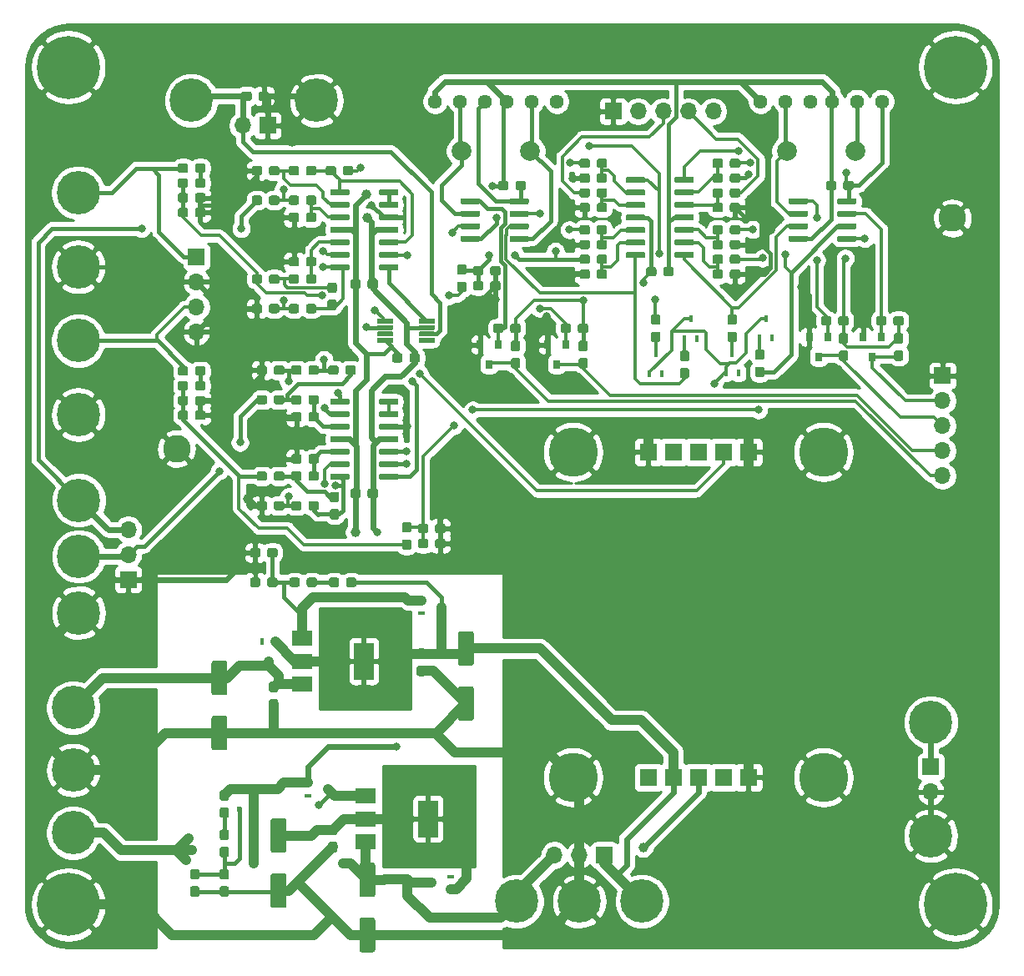
<source format=gbr>
G04 #@! TF.GenerationSoftware,KiCad,Pcbnew,(5.1.5)-3*
G04 #@! TF.CreationDate,2020-10-27T23:28:23+01:00*
G04 #@! TF.ProjectId,control_loop_1,636f6e74-726f-46c5-9f6c-6f6f705f312e,rev?*
G04 #@! TF.SameCoordinates,Original*
G04 #@! TF.FileFunction,Copper,L1,Top*
G04 #@! TF.FilePolarity,Positive*
%FSLAX46Y46*%
G04 Gerber Fmt 4.6, Leading zero omitted, Abs format (unit mm)*
G04 Created by KiCad (PCBNEW (5.1.5)-3) date 2020-10-27 23:28:23*
%MOMM*%
%LPD*%
G04 APERTURE LIST*
%ADD10C,2.800000*%
%ADD11O,1.700000X1.700000*%
%ADD12R,1.700000X1.700000*%
%ADD13C,0.800000*%
%ADD14C,6.400000*%
%ADD15C,2.000000*%
%ADD16C,0.100000*%
%ADD17R,1.800000X1.800000*%
%ADD18C,5.000000*%
%ADD19C,1.440000*%
%ADD20R,2.000000X1.500000*%
%ADD21R,2.000000X3.800000*%
%ADD22R,0.800000X0.900000*%
%ADD23C,0.700000*%
%ADD24C,4.400000*%
%ADD25R,0.450000X0.700000*%
%ADD26R,0.700000X0.450000*%
%ADD27C,1.000000*%
%ADD28C,0.600000*%
%ADD29C,1.000000*%
%ADD30C,0.400000*%
%ADD31C,0.300000*%
%ADD32C,0.600000*%
%ADD33C,0.254000*%
G04 APERTURE END LIST*
D10*
X106960000Y-92228000D03*
X185674000Y-68834000D03*
D11*
X108966000Y-80391000D03*
X108966000Y-77851000D03*
X108966000Y-75311000D03*
D12*
X108966000Y-72771000D03*
D13*
X97685056Y-136818944D03*
X95988000Y-136116000D03*
X94290944Y-136818944D03*
X93588000Y-138516000D03*
X94290944Y-140213056D03*
X95988000Y-140916000D03*
X97685056Y-140213056D03*
X98388000Y-138516000D03*
D14*
X95988000Y-138516000D03*
D13*
X187685056Y-136818944D03*
X185988000Y-136116000D03*
X184290944Y-136818944D03*
X183588000Y-138516000D03*
X184290944Y-140213056D03*
X185988000Y-140916000D03*
X187685056Y-140213056D03*
X188388000Y-138516000D03*
D14*
X185988000Y-138516000D03*
D13*
X187685056Y-51818944D03*
X185988000Y-51116000D03*
X184290944Y-51818944D03*
X183588000Y-53516000D03*
X184290944Y-55213056D03*
X185988000Y-55916000D03*
X187685056Y-55213056D03*
X188388000Y-53516000D03*
D14*
X185988000Y-53516000D03*
D13*
X97685056Y-51818944D03*
X95988000Y-51116000D03*
X94290944Y-51818944D03*
X93588000Y-53516000D03*
X94290944Y-55213056D03*
X95988000Y-55916000D03*
X97685056Y-55213056D03*
X98388000Y-53516000D03*
D14*
X95988000Y-53516000D03*
D15*
X175848000Y-62011000D03*
X168863000Y-62011000D03*
X142828000Y-62011000D03*
X135843000Y-62011000D03*
G04 #@! TA.AperFunction,SMDPad,CuDef*
D16*
G36*
X107923779Y-67792144D02*
G01*
X107946834Y-67795563D01*
X107969443Y-67801227D01*
X107991387Y-67809079D01*
X108012457Y-67819044D01*
X108032448Y-67831026D01*
X108051168Y-67844910D01*
X108068438Y-67860562D01*
X108084090Y-67877832D01*
X108097974Y-67896552D01*
X108109956Y-67916543D01*
X108119921Y-67937613D01*
X108127773Y-67959557D01*
X108133437Y-67982166D01*
X108136856Y-68005221D01*
X108138000Y-68028500D01*
X108138000Y-68503500D01*
X108136856Y-68526779D01*
X108133437Y-68549834D01*
X108127773Y-68572443D01*
X108119921Y-68594387D01*
X108109956Y-68615457D01*
X108097974Y-68635448D01*
X108084090Y-68654168D01*
X108068438Y-68671438D01*
X108051168Y-68687090D01*
X108032448Y-68700974D01*
X108012457Y-68712956D01*
X107991387Y-68722921D01*
X107969443Y-68730773D01*
X107946834Y-68736437D01*
X107923779Y-68739856D01*
X107900500Y-68741000D01*
X107325500Y-68741000D01*
X107302221Y-68739856D01*
X107279166Y-68736437D01*
X107256557Y-68730773D01*
X107234613Y-68722921D01*
X107213543Y-68712956D01*
X107193552Y-68700974D01*
X107174832Y-68687090D01*
X107157562Y-68671438D01*
X107141910Y-68654168D01*
X107128026Y-68635448D01*
X107116044Y-68615457D01*
X107106079Y-68594387D01*
X107098227Y-68572443D01*
X107092563Y-68549834D01*
X107089144Y-68526779D01*
X107088000Y-68503500D01*
X107088000Y-68028500D01*
X107089144Y-68005221D01*
X107092563Y-67982166D01*
X107098227Y-67959557D01*
X107106079Y-67937613D01*
X107116044Y-67916543D01*
X107128026Y-67896552D01*
X107141910Y-67877832D01*
X107157562Y-67860562D01*
X107174832Y-67844910D01*
X107193552Y-67831026D01*
X107213543Y-67819044D01*
X107234613Y-67809079D01*
X107256557Y-67801227D01*
X107279166Y-67795563D01*
X107302221Y-67792144D01*
X107325500Y-67791000D01*
X107900500Y-67791000D01*
X107923779Y-67792144D01*
G37*
G04 #@! TD.AperFunction*
G04 #@! TA.AperFunction,SMDPad,CuDef*
G36*
X109673779Y-67792144D02*
G01*
X109696834Y-67795563D01*
X109719443Y-67801227D01*
X109741387Y-67809079D01*
X109762457Y-67819044D01*
X109782448Y-67831026D01*
X109801168Y-67844910D01*
X109818438Y-67860562D01*
X109834090Y-67877832D01*
X109847974Y-67896552D01*
X109859956Y-67916543D01*
X109869921Y-67937613D01*
X109877773Y-67959557D01*
X109883437Y-67982166D01*
X109886856Y-68005221D01*
X109888000Y-68028500D01*
X109888000Y-68503500D01*
X109886856Y-68526779D01*
X109883437Y-68549834D01*
X109877773Y-68572443D01*
X109869921Y-68594387D01*
X109859956Y-68615457D01*
X109847974Y-68635448D01*
X109834090Y-68654168D01*
X109818438Y-68671438D01*
X109801168Y-68687090D01*
X109782448Y-68700974D01*
X109762457Y-68712956D01*
X109741387Y-68722921D01*
X109719443Y-68730773D01*
X109696834Y-68736437D01*
X109673779Y-68739856D01*
X109650500Y-68741000D01*
X109075500Y-68741000D01*
X109052221Y-68739856D01*
X109029166Y-68736437D01*
X109006557Y-68730773D01*
X108984613Y-68722921D01*
X108963543Y-68712956D01*
X108943552Y-68700974D01*
X108924832Y-68687090D01*
X108907562Y-68671438D01*
X108891910Y-68654168D01*
X108878026Y-68635448D01*
X108866044Y-68615457D01*
X108856079Y-68594387D01*
X108848227Y-68572443D01*
X108842563Y-68549834D01*
X108839144Y-68526779D01*
X108838000Y-68503500D01*
X108838000Y-68028500D01*
X108839144Y-68005221D01*
X108842563Y-67982166D01*
X108848227Y-67959557D01*
X108856079Y-67937613D01*
X108866044Y-67916543D01*
X108878026Y-67896552D01*
X108891910Y-67877832D01*
X108907562Y-67860562D01*
X108924832Y-67844910D01*
X108943552Y-67831026D01*
X108963543Y-67819044D01*
X108984613Y-67809079D01*
X109006557Y-67801227D01*
X109029166Y-67795563D01*
X109052221Y-67792144D01*
X109075500Y-67791000D01*
X109650500Y-67791000D01*
X109673779Y-67792144D01*
G37*
G04 #@! TD.AperFunction*
G04 #@! TA.AperFunction,SMDPad,CuDef*
G36*
X107923779Y-88372144D02*
G01*
X107946834Y-88375563D01*
X107969443Y-88381227D01*
X107991387Y-88389079D01*
X108012457Y-88399044D01*
X108032448Y-88411026D01*
X108051168Y-88424910D01*
X108068438Y-88440562D01*
X108084090Y-88457832D01*
X108097974Y-88476552D01*
X108109956Y-88496543D01*
X108119921Y-88517613D01*
X108127773Y-88539557D01*
X108133437Y-88562166D01*
X108136856Y-88585221D01*
X108138000Y-88608500D01*
X108138000Y-89083500D01*
X108136856Y-89106779D01*
X108133437Y-89129834D01*
X108127773Y-89152443D01*
X108119921Y-89174387D01*
X108109956Y-89195457D01*
X108097974Y-89215448D01*
X108084090Y-89234168D01*
X108068438Y-89251438D01*
X108051168Y-89267090D01*
X108032448Y-89280974D01*
X108012457Y-89292956D01*
X107991387Y-89302921D01*
X107969443Y-89310773D01*
X107946834Y-89316437D01*
X107923779Y-89319856D01*
X107900500Y-89321000D01*
X107325500Y-89321000D01*
X107302221Y-89319856D01*
X107279166Y-89316437D01*
X107256557Y-89310773D01*
X107234613Y-89302921D01*
X107213543Y-89292956D01*
X107193552Y-89280974D01*
X107174832Y-89267090D01*
X107157562Y-89251438D01*
X107141910Y-89234168D01*
X107128026Y-89215448D01*
X107116044Y-89195457D01*
X107106079Y-89174387D01*
X107098227Y-89152443D01*
X107092563Y-89129834D01*
X107089144Y-89106779D01*
X107088000Y-89083500D01*
X107088000Y-88608500D01*
X107089144Y-88585221D01*
X107092563Y-88562166D01*
X107098227Y-88539557D01*
X107106079Y-88517613D01*
X107116044Y-88496543D01*
X107128026Y-88476552D01*
X107141910Y-88457832D01*
X107157562Y-88440562D01*
X107174832Y-88424910D01*
X107193552Y-88411026D01*
X107213543Y-88399044D01*
X107234613Y-88389079D01*
X107256557Y-88381227D01*
X107279166Y-88375563D01*
X107302221Y-88372144D01*
X107325500Y-88371000D01*
X107900500Y-88371000D01*
X107923779Y-88372144D01*
G37*
G04 #@! TD.AperFunction*
G04 #@! TA.AperFunction,SMDPad,CuDef*
G36*
X109673779Y-88372144D02*
G01*
X109696834Y-88375563D01*
X109719443Y-88381227D01*
X109741387Y-88389079D01*
X109762457Y-88399044D01*
X109782448Y-88411026D01*
X109801168Y-88424910D01*
X109818438Y-88440562D01*
X109834090Y-88457832D01*
X109847974Y-88476552D01*
X109859956Y-88496543D01*
X109869921Y-88517613D01*
X109877773Y-88539557D01*
X109883437Y-88562166D01*
X109886856Y-88585221D01*
X109888000Y-88608500D01*
X109888000Y-89083500D01*
X109886856Y-89106779D01*
X109883437Y-89129834D01*
X109877773Y-89152443D01*
X109869921Y-89174387D01*
X109859956Y-89195457D01*
X109847974Y-89215448D01*
X109834090Y-89234168D01*
X109818438Y-89251438D01*
X109801168Y-89267090D01*
X109782448Y-89280974D01*
X109762457Y-89292956D01*
X109741387Y-89302921D01*
X109719443Y-89310773D01*
X109696834Y-89316437D01*
X109673779Y-89319856D01*
X109650500Y-89321000D01*
X109075500Y-89321000D01*
X109052221Y-89319856D01*
X109029166Y-89316437D01*
X109006557Y-89310773D01*
X108984613Y-89302921D01*
X108963543Y-89292956D01*
X108943552Y-89280974D01*
X108924832Y-89267090D01*
X108907562Y-89251438D01*
X108891910Y-89234168D01*
X108878026Y-89215448D01*
X108866044Y-89195457D01*
X108856079Y-89174387D01*
X108848227Y-89152443D01*
X108842563Y-89129834D01*
X108839144Y-89106779D01*
X108838000Y-89083500D01*
X108838000Y-88608500D01*
X108839144Y-88585221D01*
X108842563Y-88562166D01*
X108848227Y-88539557D01*
X108856079Y-88517613D01*
X108866044Y-88496543D01*
X108878026Y-88476552D01*
X108891910Y-88457832D01*
X108907562Y-88440562D01*
X108924832Y-88424910D01*
X108943552Y-88411026D01*
X108963543Y-88399044D01*
X108984613Y-88389079D01*
X109006557Y-88381227D01*
X109029166Y-88375563D01*
X109052221Y-88372144D01*
X109075500Y-88371000D01*
X109650500Y-88371000D01*
X109673779Y-88372144D01*
G37*
G04 #@! TD.AperFunction*
D17*
X154813000Y-92583000D03*
X157353000Y-92583000D03*
X159893000Y-92583000D03*
X162433000Y-92583000D03*
X164973000Y-92583000D03*
X164973000Y-125603000D03*
X162433000Y-125603000D03*
X159893000Y-125603000D03*
X157353000Y-125603000D03*
X154813000Y-125603000D03*
D18*
X172593000Y-92583000D03*
X147193000Y-92583000D03*
X172593000Y-125603000D03*
X147193000Y-125603000D03*
D19*
X178528000Y-56996000D03*
X175988000Y-56996000D03*
X173448000Y-56996000D03*
X171278000Y-56996000D03*
X168738000Y-56996000D03*
X166198000Y-56996000D03*
X145528000Y-56996000D03*
X142988000Y-56996000D03*
X140448000Y-56996000D03*
X138278000Y-56996000D03*
X135738000Y-56996000D03*
X133198000Y-56996000D03*
G04 #@! TA.AperFunction,SMDPad,CuDef*
D16*
G36*
X175802703Y-66811722D02*
G01*
X175817264Y-66813882D01*
X175831543Y-66817459D01*
X175845403Y-66822418D01*
X175858710Y-66828712D01*
X175871336Y-66836280D01*
X175883159Y-66845048D01*
X175894066Y-66854934D01*
X175903952Y-66865841D01*
X175912720Y-66877664D01*
X175920288Y-66890290D01*
X175926582Y-66903597D01*
X175931541Y-66917457D01*
X175935118Y-66931736D01*
X175937278Y-66946297D01*
X175938000Y-66961000D01*
X175938000Y-67261000D01*
X175937278Y-67275703D01*
X175935118Y-67290264D01*
X175931541Y-67304543D01*
X175926582Y-67318403D01*
X175920288Y-67331710D01*
X175912720Y-67344336D01*
X175903952Y-67356159D01*
X175894066Y-67367066D01*
X175883159Y-67376952D01*
X175871336Y-67385720D01*
X175858710Y-67393288D01*
X175845403Y-67399582D01*
X175831543Y-67404541D01*
X175817264Y-67408118D01*
X175802703Y-67410278D01*
X175788000Y-67411000D01*
X174138000Y-67411000D01*
X174123297Y-67410278D01*
X174108736Y-67408118D01*
X174094457Y-67404541D01*
X174080597Y-67399582D01*
X174067290Y-67393288D01*
X174054664Y-67385720D01*
X174042841Y-67376952D01*
X174031934Y-67367066D01*
X174022048Y-67356159D01*
X174013280Y-67344336D01*
X174005712Y-67331710D01*
X173999418Y-67318403D01*
X173994459Y-67304543D01*
X173990882Y-67290264D01*
X173988722Y-67275703D01*
X173988000Y-67261000D01*
X173988000Y-66961000D01*
X173988722Y-66946297D01*
X173990882Y-66931736D01*
X173994459Y-66917457D01*
X173999418Y-66903597D01*
X174005712Y-66890290D01*
X174013280Y-66877664D01*
X174022048Y-66865841D01*
X174031934Y-66854934D01*
X174042841Y-66845048D01*
X174054664Y-66836280D01*
X174067290Y-66828712D01*
X174080597Y-66822418D01*
X174094457Y-66817459D01*
X174108736Y-66813882D01*
X174123297Y-66811722D01*
X174138000Y-66811000D01*
X175788000Y-66811000D01*
X175802703Y-66811722D01*
G37*
G04 #@! TD.AperFunction*
G04 #@! TA.AperFunction,SMDPad,CuDef*
G36*
X175802703Y-68081722D02*
G01*
X175817264Y-68083882D01*
X175831543Y-68087459D01*
X175845403Y-68092418D01*
X175858710Y-68098712D01*
X175871336Y-68106280D01*
X175883159Y-68115048D01*
X175894066Y-68124934D01*
X175903952Y-68135841D01*
X175912720Y-68147664D01*
X175920288Y-68160290D01*
X175926582Y-68173597D01*
X175931541Y-68187457D01*
X175935118Y-68201736D01*
X175937278Y-68216297D01*
X175938000Y-68231000D01*
X175938000Y-68531000D01*
X175937278Y-68545703D01*
X175935118Y-68560264D01*
X175931541Y-68574543D01*
X175926582Y-68588403D01*
X175920288Y-68601710D01*
X175912720Y-68614336D01*
X175903952Y-68626159D01*
X175894066Y-68637066D01*
X175883159Y-68646952D01*
X175871336Y-68655720D01*
X175858710Y-68663288D01*
X175845403Y-68669582D01*
X175831543Y-68674541D01*
X175817264Y-68678118D01*
X175802703Y-68680278D01*
X175788000Y-68681000D01*
X174138000Y-68681000D01*
X174123297Y-68680278D01*
X174108736Y-68678118D01*
X174094457Y-68674541D01*
X174080597Y-68669582D01*
X174067290Y-68663288D01*
X174054664Y-68655720D01*
X174042841Y-68646952D01*
X174031934Y-68637066D01*
X174022048Y-68626159D01*
X174013280Y-68614336D01*
X174005712Y-68601710D01*
X173999418Y-68588403D01*
X173994459Y-68574543D01*
X173990882Y-68560264D01*
X173988722Y-68545703D01*
X173988000Y-68531000D01*
X173988000Y-68231000D01*
X173988722Y-68216297D01*
X173990882Y-68201736D01*
X173994459Y-68187457D01*
X173999418Y-68173597D01*
X174005712Y-68160290D01*
X174013280Y-68147664D01*
X174022048Y-68135841D01*
X174031934Y-68124934D01*
X174042841Y-68115048D01*
X174054664Y-68106280D01*
X174067290Y-68098712D01*
X174080597Y-68092418D01*
X174094457Y-68087459D01*
X174108736Y-68083882D01*
X174123297Y-68081722D01*
X174138000Y-68081000D01*
X175788000Y-68081000D01*
X175802703Y-68081722D01*
G37*
G04 #@! TD.AperFunction*
G04 #@! TA.AperFunction,SMDPad,CuDef*
G36*
X175802703Y-69351722D02*
G01*
X175817264Y-69353882D01*
X175831543Y-69357459D01*
X175845403Y-69362418D01*
X175858710Y-69368712D01*
X175871336Y-69376280D01*
X175883159Y-69385048D01*
X175894066Y-69394934D01*
X175903952Y-69405841D01*
X175912720Y-69417664D01*
X175920288Y-69430290D01*
X175926582Y-69443597D01*
X175931541Y-69457457D01*
X175935118Y-69471736D01*
X175937278Y-69486297D01*
X175938000Y-69501000D01*
X175938000Y-69801000D01*
X175937278Y-69815703D01*
X175935118Y-69830264D01*
X175931541Y-69844543D01*
X175926582Y-69858403D01*
X175920288Y-69871710D01*
X175912720Y-69884336D01*
X175903952Y-69896159D01*
X175894066Y-69907066D01*
X175883159Y-69916952D01*
X175871336Y-69925720D01*
X175858710Y-69933288D01*
X175845403Y-69939582D01*
X175831543Y-69944541D01*
X175817264Y-69948118D01*
X175802703Y-69950278D01*
X175788000Y-69951000D01*
X174138000Y-69951000D01*
X174123297Y-69950278D01*
X174108736Y-69948118D01*
X174094457Y-69944541D01*
X174080597Y-69939582D01*
X174067290Y-69933288D01*
X174054664Y-69925720D01*
X174042841Y-69916952D01*
X174031934Y-69907066D01*
X174022048Y-69896159D01*
X174013280Y-69884336D01*
X174005712Y-69871710D01*
X173999418Y-69858403D01*
X173994459Y-69844543D01*
X173990882Y-69830264D01*
X173988722Y-69815703D01*
X173988000Y-69801000D01*
X173988000Y-69501000D01*
X173988722Y-69486297D01*
X173990882Y-69471736D01*
X173994459Y-69457457D01*
X173999418Y-69443597D01*
X174005712Y-69430290D01*
X174013280Y-69417664D01*
X174022048Y-69405841D01*
X174031934Y-69394934D01*
X174042841Y-69385048D01*
X174054664Y-69376280D01*
X174067290Y-69368712D01*
X174080597Y-69362418D01*
X174094457Y-69357459D01*
X174108736Y-69353882D01*
X174123297Y-69351722D01*
X174138000Y-69351000D01*
X175788000Y-69351000D01*
X175802703Y-69351722D01*
G37*
G04 #@! TD.AperFunction*
G04 #@! TA.AperFunction,SMDPad,CuDef*
G36*
X175802703Y-70621722D02*
G01*
X175817264Y-70623882D01*
X175831543Y-70627459D01*
X175845403Y-70632418D01*
X175858710Y-70638712D01*
X175871336Y-70646280D01*
X175883159Y-70655048D01*
X175894066Y-70664934D01*
X175903952Y-70675841D01*
X175912720Y-70687664D01*
X175920288Y-70700290D01*
X175926582Y-70713597D01*
X175931541Y-70727457D01*
X175935118Y-70741736D01*
X175937278Y-70756297D01*
X175938000Y-70771000D01*
X175938000Y-71071000D01*
X175937278Y-71085703D01*
X175935118Y-71100264D01*
X175931541Y-71114543D01*
X175926582Y-71128403D01*
X175920288Y-71141710D01*
X175912720Y-71154336D01*
X175903952Y-71166159D01*
X175894066Y-71177066D01*
X175883159Y-71186952D01*
X175871336Y-71195720D01*
X175858710Y-71203288D01*
X175845403Y-71209582D01*
X175831543Y-71214541D01*
X175817264Y-71218118D01*
X175802703Y-71220278D01*
X175788000Y-71221000D01*
X174138000Y-71221000D01*
X174123297Y-71220278D01*
X174108736Y-71218118D01*
X174094457Y-71214541D01*
X174080597Y-71209582D01*
X174067290Y-71203288D01*
X174054664Y-71195720D01*
X174042841Y-71186952D01*
X174031934Y-71177066D01*
X174022048Y-71166159D01*
X174013280Y-71154336D01*
X174005712Y-71141710D01*
X173999418Y-71128403D01*
X173994459Y-71114543D01*
X173990882Y-71100264D01*
X173988722Y-71085703D01*
X173988000Y-71071000D01*
X173988000Y-70771000D01*
X173988722Y-70756297D01*
X173990882Y-70741736D01*
X173994459Y-70727457D01*
X173999418Y-70713597D01*
X174005712Y-70700290D01*
X174013280Y-70687664D01*
X174022048Y-70675841D01*
X174031934Y-70664934D01*
X174042841Y-70655048D01*
X174054664Y-70646280D01*
X174067290Y-70638712D01*
X174080597Y-70632418D01*
X174094457Y-70627459D01*
X174108736Y-70623882D01*
X174123297Y-70621722D01*
X174138000Y-70621000D01*
X175788000Y-70621000D01*
X175802703Y-70621722D01*
G37*
G04 #@! TD.AperFunction*
G04 #@! TA.AperFunction,SMDPad,CuDef*
G36*
X170852703Y-70621722D02*
G01*
X170867264Y-70623882D01*
X170881543Y-70627459D01*
X170895403Y-70632418D01*
X170908710Y-70638712D01*
X170921336Y-70646280D01*
X170933159Y-70655048D01*
X170944066Y-70664934D01*
X170953952Y-70675841D01*
X170962720Y-70687664D01*
X170970288Y-70700290D01*
X170976582Y-70713597D01*
X170981541Y-70727457D01*
X170985118Y-70741736D01*
X170987278Y-70756297D01*
X170988000Y-70771000D01*
X170988000Y-71071000D01*
X170987278Y-71085703D01*
X170985118Y-71100264D01*
X170981541Y-71114543D01*
X170976582Y-71128403D01*
X170970288Y-71141710D01*
X170962720Y-71154336D01*
X170953952Y-71166159D01*
X170944066Y-71177066D01*
X170933159Y-71186952D01*
X170921336Y-71195720D01*
X170908710Y-71203288D01*
X170895403Y-71209582D01*
X170881543Y-71214541D01*
X170867264Y-71218118D01*
X170852703Y-71220278D01*
X170838000Y-71221000D01*
X169188000Y-71221000D01*
X169173297Y-71220278D01*
X169158736Y-71218118D01*
X169144457Y-71214541D01*
X169130597Y-71209582D01*
X169117290Y-71203288D01*
X169104664Y-71195720D01*
X169092841Y-71186952D01*
X169081934Y-71177066D01*
X169072048Y-71166159D01*
X169063280Y-71154336D01*
X169055712Y-71141710D01*
X169049418Y-71128403D01*
X169044459Y-71114543D01*
X169040882Y-71100264D01*
X169038722Y-71085703D01*
X169038000Y-71071000D01*
X169038000Y-70771000D01*
X169038722Y-70756297D01*
X169040882Y-70741736D01*
X169044459Y-70727457D01*
X169049418Y-70713597D01*
X169055712Y-70700290D01*
X169063280Y-70687664D01*
X169072048Y-70675841D01*
X169081934Y-70664934D01*
X169092841Y-70655048D01*
X169104664Y-70646280D01*
X169117290Y-70638712D01*
X169130597Y-70632418D01*
X169144457Y-70627459D01*
X169158736Y-70623882D01*
X169173297Y-70621722D01*
X169188000Y-70621000D01*
X170838000Y-70621000D01*
X170852703Y-70621722D01*
G37*
G04 #@! TD.AperFunction*
G04 #@! TA.AperFunction,SMDPad,CuDef*
G36*
X170852703Y-69351722D02*
G01*
X170867264Y-69353882D01*
X170881543Y-69357459D01*
X170895403Y-69362418D01*
X170908710Y-69368712D01*
X170921336Y-69376280D01*
X170933159Y-69385048D01*
X170944066Y-69394934D01*
X170953952Y-69405841D01*
X170962720Y-69417664D01*
X170970288Y-69430290D01*
X170976582Y-69443597D01*
X170981541Y-69457457D01*
X170985118Y-69471736D01*
X170987278Y-69486297D01*
X170988000Y-69501000D01*
X170988000Y-69801000D01*
X170987278Y-69815703D01*
X170985118Y-69830264D01*
X170981541Y-69844543D01*
X170976582Y-69858403D01*
X170970288Y-69871710D01*
X170962720Y-69884336D01*
X170953952Y-69896159D01*
X170944066Y-69907066D01*
X170933159Y-69916952D01*
X170921336Y-69925720D01*
X170908710Y-69933288D01*
X170895403Y-69939582D01*
X170881543Y-69944541D01*
X170867264Y-69948118D01*
X170852703Y-69950278D01*
X170838000Y-69951000D01*
X169188000Y-69951000D01*
X169173297Y-69950278D01*
X169158736Y-69948118D01*
X169144457Y-69944541D01*
X169130597Y-69939582D01*
X169117290Y-69933288D01*
X169104664Y-69925720D01*
X169092841Y-69916952D01*
X169081934Y-69907066D01*
X169072048Y-69896159D01*
X169063280Y-69884336D01*
X169055712Y-69871710D01*
X169049418Y-69858403D01*
X169044459Y-69844543D01*
X169040882Y-69830264D01*
X169038722Y-69815703D01*
X169038000Y-69801000D01*
X169038000Y-69501000D01*
X169038722Y-69486297D01*
X169040882Y-69471736D01*
X169044459Y-69457457D01*
X169049418Y-69443597D01*
X169055712Y-69430290D01*
X169063280Y-69417664D01*
X169072048Y-69405841D01*
X169081934Y-69394934D01*
X169092841Y-69385048D01*
X169104664Y-69376280D01*
X169117290Y-69368712D01*
X169130597Y-69362418D01*
X169144457Y-69357459D01*
X169158736Y-69353882D01*
X169173297Y-69351722D01*
X169188000Y-69351000D01*
X170838000Y-69351000D01*
X170852703Y-69351722D01*
G37*
G04 #@! TD.AperFunction*
G04 #@! TA.AperFunction,SMDPad,CuDef*
G36*
X170852703Y-68081722D02*
G01*
X170867264Y-68083882D01*
X170881543Y-68087459D01*
X170895403Y-68092418D01*
X170908710Y-68098712D01*
X170921336Y-68106280D01*
X170933159Y-68115048D01*
X170944066Y-68124934D01*
X170953952Y-68135841D01*
X170962720Y-68147664D01*
X170970288Y-68160290D01*
X170976582Y-68173597D01*
X170981541Y-68187457D01*
X170985118Y-68201736D01*
X170987278Y-68216297D01*
X170988000Y-68231000D01*
X170988000Y-68531000D01*
X170987278Y-68545703D01*
X170985118Y-68560264D01*
X170981541Y-68574543D01*
X170976582Y-68588403D01*
X170970288Y-68601710D01*
X170962720Y-68614336D01*
X170953952Y-68626159D01*
X170944066Y-68637066D01*
X170933159Y-68646952D01*
X170921336Y-68655720D01*
X170908710Y-68663288D01*
X170895403Y-68669582D01*
X170881543Y-68674541D01*
X170867264Y-68678118D01*
X170852703Y-68680278D01*
X170838000Y-68681000D01*
X169188000Y-68681000D01*
X169173297Y-68680278D01*
X169158736Y-68678118D01*
X169144457Y-68674541D01*
X169130597Y-68669582D01*
X169117290Y-68663288D01*
X169104664Y-68655720D01*
X169092841Y-68646952D01*
X169081934Y-68637066D01*
X169072048Y-68626159D01*
X169063280Y-68614336D01*
X169055712Y-68601710D01*
X169049418Y-68588403D01*
X169044459Y-68574543D01*
X169040882Y-68560264D01*
X169038722Y-68545703D01*
X169038000Y-68531000D01*
X169038000Y-68231000D01*
X169038722Y-68216297D01*
X169040882Y-68201736D01*
X169044459Y-68187457D01*
X169049418Y-68173597D01*
X169055712Y-68160290D01*
X169063280Y-68147664D01*
X169072048Y-68135841D01*
X169081934Y-68124934D01*
X169092841Y-68115048D01*
X169104664Y-68106280D01*
X169117290Y-68098712D01*
X169130597Y-68092418D01*
X169144457Y-68087459D01*
X169158736Y-68083882D01*
X169173297Y-68081722D01*
X169188000Y-68081000D01*
X170838000Y-68081000D01*
X170852703Y-68081722D01*
G37*
G04 #@! TD.AperFunction*
G04 #@! TA.AperFunction,SMDPad,CuDef*
G36*
X170852703Y-66811722D02*
G01*
X170867264Y-66813882D01*
X170881543Y-66817459D01*
X170895403Y-66822418D01*
X170908710Y-66828712D01*
X170921336Y-66836280D01*
X170933159Y-66845048D01*
X170944066Y-66854934D01*
X170953952Y-66865841D01*
X170962720Y-66877664D01*
X170970288Y-66890290D01*
X170976582Y-66903597D01*
X170981541Y-66917457D01*
X170985118Y-66931736D01*
X170987278Y-66946297D01*
X170988000Y-66961000D01*
X170988000Y-67261000D01*
X170987278Y-67275703D01*
X170985118Y-67290264D01*
X170981541Y-67304543D01*
X170976582Y-67318403D01*
X170970288Y-67331710D01*
X170962720Y-67344336D01*
X170953952Y-67356159D01*
X170944066Y-67367066D01*
X170933159Y-67376952D01*
X170921336Y-67385720D01*
X170908710Y-67393288D01*
X170895403Y-67399582D01*
X170881543Y-67404541D01*
X170867264Y-67408118D01*
X170852703Y-67410278D01*
X170838000Y-67411000D01*
X169188000Y-67411000D01*
X169173297Y-67410278D01*
X169158736Y-67408118D01*
X169144457Y-67404541D01*
X169130597Y-67399582D01*
X169117290Y-67393288D01*
X169104664Y-67385720D01*
X169092841Y-67376952D01*
X169081934Y-67367066D01*
X169072048Y-67356159D01*
X169063280Y-67344336D01*
X169055712Y-67331710D01*
X169049418Y-67318403D01*
X169044459Y-67304543D01*
X169040882Y-67290264D01*
X169038722Y-67275703D01*
X169038000Y-67261000D01*
X169038000Y-66961000D01*
X169038722Y-66946297D01*
X169040882Y-66931736D01*
X169044459Y-66917457D01*
X169049418Y-66903597D01*
X169055712Y-66890290D01*
X169063280Y-66877664D01*
X169072048Y-66865841D01*
X169081934Y-66854934D01*
X169092841Y-66845048D01*
X169104664Y-66836280D01*
X169117290Y-66828712D01*
X169130597Y-66822418D01*
X169144457Y-66817459D01*
X169158736Y-66813882D01*
X169173297Y-66811722D01*
X169188000Y-66811000D01*
X170838000Y-66811000D01*
X170852703Y-66811722D01*
G37*
G04 #@! TD.AperFunction*
G04 #@! TA.AperFunction,SMDPad,CuDef*
G36*
X142552703Y-66811722D02*
G01*
X142567264Y-66813882D01*
X142581543Y-66817459D01*
X142595403Y-66822418D01*
X142608710Y-66828712D01*
X142621336Y-66836280D01*
X142633159Y-66845048D01*
X142644066Y-66854934D01*
X142653952Y-66865841D01*
X142662720Y-66877664D01*
X142670288Y-66890290D01*
X142676582Y-66903597D01*
X142681541Y-66917457D01*
X142685118Y-66931736D01*
X142687278Y-66946297D01*
X142688000Y-66961000D01*
X142688000Y-67261000D01*
X142687278Y-67275703D01*
X142685118Y-67290264D01*
X142681541Y-67304543D01*
X142676582Y-67318403D01*
X142670288Y-67331710D01*
X142662720Y-67344336D01*
X142653952Y-67356159D01*
X142644066Y-67367066D01*
X142633159Y-67376952D01*
X142621336Y-67385720D01*
X142608710Y-67393288D01*
X142595403Y-67399582D01*
X142581543Y-67404541D01*
X142567264Y-67408118D01*
X142552703Y-67410278D01*
X142538000Y-67411000D01*
X140888000Y-67411000D01*
X140873297Y-67410278D01*
X140858736Y-67408118D01*
X140844457Y-67404541D01*
X140830597Y-67399582D01*
X140817290Y-67393288D01*
X140804664Y-67385720D01*
X140792841Y-67376952D01*
X140781934Y-67367066D01*
X140772048Y-67356159D01*
X140763280Y-67344336D01*
X140755712Y-67331710D01*
X140749418Y-67318403D01*
X140744459Y-67304543D01*
X140740882Y-67290264D01*
X140738722Y-67275703D01*
X140738000Y-67261000D01*
X140738000Y-66961000D01*
X140738722Y-66946297D01*
X140740882Y-66931736D01*
X140744459Y-66917457D01*
X140749418Y-66903597D01*
X140755712Y-66890290D01*
X140763280Y-66877664D01*
X140772048Y-66865841D01*
X140781934Y-66854934D01*
X140792841Y-66845048D01*
X140804664Y-66836280D01*
X140817290Y-66828712D01*
X140830597Y-66822418D01*
X140844457Y-66817459D01*
X140858736Y-66813882D01*
X140873297Y-66811722D01*
X140888000Y-66811000D01*
X142538000Y-66811000D01*
X142552703Y-66811722D01*
G37*
G04 #@! TD.AperFunction*
G04 #@! TA.AperFunction,SMDPad,CuDef*
G36*
X142552703Y-68081722D02*
G01*
X142567264Y-68083882D01*
X142581543Y-68087459D01*
X142595403Y-68092418D01*
X142608710Y-68098712D01*
X142621336Y-68106280D01*
X142633159Y-68115048D01*
X142644066Y-68124934D01*
X142653952Y-68135841D01*
X142662720Y-68147664D01*
X142670288Y-68160290D01*
X142676582Y-68173597D01*
X142681541Y-68187457D01*
X142685118Y-68201736D01*
X142687278Y-68216297D01*
X142688000Y-68231000D01*
X142688000Y-68531000D01*
X142687278Y-68545703D01*
X142685118Y-68560264D01*
X142681541Y-68574543D01*
X142676582Y-68588403D01*
X142670288Y-68601710D01*
X142662720Y-68614336D01*
X142653952Y-68626159D01*
X142644066Y-68637066D01*
X142633159Y-68646952D01*
X142621336Y-68655720D01*
X142608710Y-68663288D01*
X142595403Y-68669582D01*
X142581543Y-68674541D01*
X142567264Y-68678118D01*
X142552703Y-68680278D01*
X142538000Y-68681000D01*
X140888000Y-68681000D01*
X140873297Y-68680278D01*
X140858736Y-68678118D01*
X140844457Y-68674541D01*
X140830597Y-68669582D01*
X140817290Y-68663288D01*
X140804664Y-68655720D01*
X140792841Y-68646952D01*
X140781934Y-68637066D01*
X140772048Y-68626159D01*
X140763280Y-68614336D01*
X140755712Y-68601710D01*
X140749418Y-68588403D01*
X140744459Y-68574543D01*
X140740882Y-68560264D01*
X140738722Y-68545703D01*
X140738000Y-68531000D01*
X140738000Y-68231000D01*
X140738722Y-68216297D01*
X140740882Y-68201736D01*
X140744459Y-68187457D01*
X140749418Y-68173597D01*
X140755712Y-68160290D01*
X140763280Y-68147664D01*
X140772048Y-68135841D01*
X140781934Y-68124934D01*
X140792841Y-68115048D01*
X140804664Y-68106280D01*
X140817290Y-68098712D01*
X140830597Y-68092418D01*
X140844457Y-68087459D01*
X140858736Y-68083882D01*
X140873297Y-68081722D01*
X140888000Y-68081000D01*
X142538000Y-68081000D01*
X142552703Y-68081722D01*
G37*
G04 #@! TD.AperFunction*
G04 #@! TA.AperFunction,SMDPad,CuDef*
G36*
X142552703Y-69351722D02*
G01*
X142567264Y-69353882D01*
X142581543Y-69357459D01*
X142595403Y-69362418D01*
X142608710Y-69368712D01*
X142621336Y-69376280D01*
X142633159Y-69385048D01*
X142644066Y-69394934D01*
X142653952Y-69405841D01*
X142662720Y-69417664D01*
X142670288Y-69430290D01*
X142676582Y-69443597D01*
X142681541Y-69457457D01*
X142685118Y-69471736D01*
X142687278Y-69486297D01*
X142688000Y-69501000D01*
X142688000Y-69801000D01*
X142687278Y-69815703D01*
X142685118Y-69830264D01*
X142681541Y-69844543D01*
X142676582Y-69858403D01*
X142670288Y-69871710D01*
X142662720Y-69884336D01*
X142653952Y-69896159D01*
X142644066Y-69907066D01*
X142633159Y-69916952D01*
X142621336Y-69925720D01*
X142608710Y-69933288D01*
X142595403Y-69939582D01*
X142581543Y-69944541D01*
X142567264Y-69948118D01*
X142552703Y-69950278D01*
X142538000Y-69951000D01*
X140888000Y-69951000D01*
X140873297Y-69950278D01*
X140858736Y-69948118D01*
X140844457Y-69944541D01*
X140830597Y-69939582D01*
X140817290Y-69933288D01*
X140804664Y-69925720D01*
X140792841Y-69916952D01*
X140781934Y-69907066D01*
X140772048Y-69896159D01*
X140763280Y-69884336D01*
X140755712Y-69871710D01*
X140749418Y-69858403D01*
X140744459Y-69844543D01*
X140740882Y-69830264D01*
X140738722Y-69815703D01*
X140738000Y-69801000D01*
X140738000Y-69501000D01*
X140738722Y-69486297D01*
X140740882Y-69471736D01*
X140744459Y-69457457D01*
X140749418Y-69443597D01*
X140755712Y-69430290D01*
X140763280Y-69417664D01*
X140772048Y-69405841D01*
X140781934Y-69394934D01*
X140792841Y-69385048D01*
X140804664Y-69376280D01*
X140817290Y-69368712D01*
X140830597Y-69362418D01*
X140844457Y-69357459D01*
X140858736Y-69353882D01*
X140873297Y-69351722D01*
X140888000Y-69351000D01*
X142538000Y-69351000D01*
X142552703Y-69351722D01*
G37*
G04 #@! TD.AperFunction*
G04 #@! TA.AperFunction,SMDPad,CuDef*
G36*
X142552703Y-70621722D02*
G01*
X142567264Y-70623882D01*
X142581543Y-70627459D01*
X142595403Y-70632418D01*
X142608710Y-70638712D01*
X142621336Y-70646280D01*
X142633159Y-70655048D01*
X142644066Y-70664934D01*
X142653952Y-70675841D01*
X142662720Y-70687664D01*
X142670288Y-70700290D01*
X142676582Y-70713597D01*
X142681541Y-70727457D01*
X142685118Y-70741736D01*
X142687278Y-70756297D01*
X142688000Y-70771000D01*
X142688000Y-71071000D01*
X142687278Y-71085703D01*
X142685118Y-71100264D01*
X142681541Y-71114543D01*
X142676582Y-71128403D01*
X142670288Y-71141710D01*
X142662720Y-71154336D01*
X142653952Y-71166159D01*
X142644066Y-71177066D01*
X142633159Y-71186952D01*
X142621336Y-71195720D01*
X142608710Y-71203288D01*
X142595403Y-71209582D01*
X142581543Y-71214541D01*
X142567264Y-71218118D01*
X142552703Y-71220278D01*
X142538000Y-71221000D01*
X140888000Y-71221000D01*
X140873297Y-71220278D01*
X140858736Y-71218118D01*
X140844457Y-71214541D01*
X140830597Y-71209582D01*
X140817290Y-71203288D01*
X140804664Y-71195720D01*
X140792841Y-71186952D01*
X140781934Y-71177066D01*
X140772048Y-71166159D01*
X140763280Y-71154336D01*
X140755712Y-71141710D01*
X140749418Y-71128403D01*
X140744459Y-71114543D01*
X140740882Y-71100264D01*
X140738722Y-71085703D01*
X140738000Y-71071000D01*
X140738000Y-70771000D01*
X140738722Y-70756297D01*
X140740882Y-70741736D01*
X140744459Y-70727457D01*
X140749418Y-70713597D01*
X140755712Y-70700290D01*
X140763280Y-70687664D01*
X140772048Y-70675841D01*
X140781934Y-70664934D01*
X140792841Y-70655048D01*
X140804664Y-70646280D01*
X140817290Y-70638712D01*
X140830597Y-70632418D01*
X140844457Y-70627459D01*
X140858736Y-70623882D01*
X140873297Y-70621722D01*
X140888000Y-70621000D01*
X142538000Y-70621000D01*
X142552703Y-70621722D01*
G37*
G04 #@! TD.AperFunction*
G04 #@! TA.AperFunction,SMDPad,CuDef*
G36*
X137602703Y-70621722D02*
G01*
X137617264Y-70623882D01*
X137631543Y-70627459D01*
X137645403Y-70632418D01*
X137658710Y-70638712D01*
X137671336Y-70646280D01*
X137683159Y-70655048D01*
X137694066Y-70664934D01*
X137703952Y-70675841D01*
X137712720Y-70687664D01*
X137720288Y-70700290D01*
X137726582Y-70713597D01*
X137731541Y-70727457D01*
X137735118Y-70741736D01*
X137737278Y-70756297D01*
X137738000Y-70771000D01*
X137738000Y-71071000D01*
X137737278Y-71085703D01*
X137735118Y-71100264D01*
X137731541Y-71114543D01*
X137726582Y-71128403D01*
X137720288Y-71141710D01*
X137712720Y-71154336D01*
X137703952Y-71166159D01*
X137694066Y-71177066D01*
X137683159Y-71186952D01*
X137671336Y-71195720D01*
X137658710Y-71203288D01*
X137645403Y-71209582D01*
X137631543Y-71214541D01*
X137617264Y-71218118D01*
X137602703Y-71220278D01*
X137588000Y-71221000D01*
X135938000Y-71221000D01*
X135923297Y-71220278D01*
X135908736Y-71218118D01*
X135894457Y-71214541D01*
X135880597Y-71209582D01*
X135867290Y-71203288D01*
X135854664Y-71195720D01*
X135842841Y-71186952D01*
X135831934Y-71177066D01*
X135822048Y-71166159D01*
X135813280Y-71154336D01*
X135805712Y-71141710D01*
X135799418Y-71128403D01*
X135794459Y-71114543D01*
X135790882Y-71100264D01*
X135788722Y-71085703D01*
X135788000Y-71071000D01*
X135788000Y-70771000D01*
X135788722Y-70756297D01*
X135790882Y-70741736D01*
X135794459Y-70727457D01*
X135799418Y-70713597D01*
X135805712Y-70700290D01*
X135813280Y-70687664D01*
X135822048Y-70675841D01*
X135831934Y-70664934D01*
X135842841Y-70655048D01*
X135854664Y-70646280D01*
X135867290Y-70638712D01*
X135880597Y-70632418D01*
X135894457Y-70627459D01*
X135908736Y-70623882D01*
X135923297Y-70621722D01*
X135938000Y-70621000D01*
X137588000Y-70621000D01*
X137602703Y-70621722D01*
G37*
G04 #@! TD.AperFunction*
G04 #@! TA.AperFunction,SMDPad,CuDef*
G36*
X137602703Y-69351722D02*
G01*
X137617264Y-69353882D01*
X137631543Y-69357459D01*
X137645403Y-69362418D01*
X137658710Y-69368712D01*
X137671336Y-69376280D01*
X137683159Y-69385048D01*
X137694066Y-69394934D01*
X137703952Y-69405841D01*
X137712720Y-69417664D01*
X137720288Y-69430290D01*
X137726582Y-69443597D01*
X137731541Y-69457457D01*
X137735118Y-69471736D01*
X137737278Y-69486297D01*
X137738000Y-69501000D01*
X137738000Y-69801000D01*
X137737278Y-69815703D01*
X137735118Y-69830264D01*
X137731541Y-69844543D01*
X137726582Y-69858403D01*
X137720288Y-69871710D01*
X137712720Y-69884336D01*
X137703952Y-69896159D01*
X137694066Y-69907066D01*
X137683159Y-69916952D01*
X137671336Y-69925720D01*
X137658710Y-69933288D01*
X137645403Y-69939582D01*
X137631543Y-69944541D01*
X137617264Y-69948118D01*
X137602703Y-69950278D01*
X137588000Y-69951000D01*
X135938000Y-69951000D01*
X135923297Y-69950278D01*
X135908736Y-69948118D01*
X135894457Y-69944541D01*
X135880597Y-69939582D01*
X135867290Y-69933288D01*
X135854664Y-69925720D01*
X135842841Y-69916952D01*
X135831934Y-69907066D01*
X135822048Y-69896159D01*
X135813280Y-69884336D01*
X135805712Y-69871710D01*
X135799418Y-69858403D01*
X135794459Y-69844543D01*
X135790882Y-69830264D01*
X135788722Y-69815703D01*
X135788000Y-69801000D01*
X135788000Y-69501000D01*
X135788722Y-69486297D01*
X135790882Y-69471736D01*
X135794459Y-69457457D01*
X135799418Y-69443597D01*
X135805712Y-69430290D01*
X135813280Y-69417664D01*
X135822048Y-69405841D01*
X135831934Y-69394934D01*
X135842841Y-69385048D01*
X135854664Y-69376280D01*
X135867290Y-69368712D01*
X135880597Y-69362418D01*
X135894457Y-69357459D01*
X135908736Y-69353882D01*
X135923297Y-69351722D01*
X135938000Y-69351000D01*
X137588000Y-69351000D01*
X137602703Y-69351722D01*
G37*
G04 #@! TD.AperFunction*
G04 #@! TA.AperFunction,SMDPad,CuDef*
G36*
X137602703Y-68081722D02*
G01*
X137617264Y-68083882D01*
X137631543Y-68087459D01*
X137645403Y-68092418D01*
X137658710Y-68098712D01*
X137671336Y-68106280D01*
X137683159Y-68115048D01*
X137694066Y-68124934D01*
X137703952Y-68135841D01*
X137712720Y-68147664D01*
X137720288Y-68160290D01*
X137726582Y-68173597D01*
X137731541Y-68187457D01*
X137735118Y-68201736D01*
X137737278Y-68216297D01*
X137738000Y-68231000D01*
X137738000Y-68531000D01*
X137737278Y-68545703D01*
X137735118Y-68560264D01*
X137731541Y-68574543D01*
X137726582Y-68588403D01*
X137720288Y-68601710D01*
X137712720Y-68614336D01*
X137703952Y-68626159D01*
X137694066Y-68637066D01*
X137683159Y-68646952D01*
X137671336Y-68655720D01*
X137658710Y-68663288D01*
X137645403Y-68669582D01*
X137631543Y-68674541D01*
X137617264Y-68678118D01*
X137602703Y-68680278D01*
X137588000Y-68681000D01*
X135938000Y-68681000D01*
X135923297Y-68680278D01*
X135908736Y-68678118D01*
X135894457Y-68674541D01*
X135880597Y-68669582D01*
X135867290Y-68663288D01*
X135854664Y-68655720D01*
X135842841Y-68646952D01*
X135831934Y-68637066D01*
X135822048Y-68626159D01*
X135813280Y-68614336D01*
X135805712Y-68601710D01*
X135799418Y-68588403D01*
X135794459Y-68574543D01*
X135790882Y-68560264D01*
X135788722Y-68545703D01*
X135788000Y-68531000D01*
X135788000Y-68231000D01*
X135788722Y-68216297D01*
X135790882Y-68201736D01*
X135794459Y-68187457D01*
X135799418Y-68173597D01*
X135805712Y-68160290D01*
X135813280Y-68147664D01*
X135822048Y-68135841D01*
X135831934Y-68124934D01*
X135842841Y-68115048D01*
X135854664Y-68106280D01*
X135867290Y-68098712D01*
X135880597Y-68092418D01*
X135894457Y-68087459D01*
X135908736Y-68083882D01*
X135923297Y-68081722D01*
X135938000Y-68081000D01*
X137588000Y-68081000D01*
X137602703Y-68081722D01*
G37*
G04 #@! TD.AperFunction*
G04 #@! TA.AperFunction,SMDPad,CuDef*
G36*
X137602703Y-66811722D02*
G01*
X137617264Y-66813882D01*
X137631543Y-66817459D01*
X137645403Y-66822418D01*
X137658710Y-66828712D01*
X137671336Y-66836280D01*
X137683159Y-66845048D01*
X137694066Y-66854934D01*
X137703952Y-66865841D01*
X137712720Y-66877664D01*
X137720288Y-66890290D01*
X137726582Y-66903597D01*
X137731541Y-66917457D01*
X137735118Y-66931736D01*
X137737278Y-66946297D01*
X137738000Y-66961000D01*
X137738000Y-67261000D01*
X137737278Y-67275703D01*
X137735118Y-67290264D01*
X137731541Y-67304543D01*
X137726582Y-67318403D01*
X137720288Y-67331710D01*
X137712720Y-67344336D01*
X137703952Y-67356159D01*
X137694066Y-67367066D01*
X137683159Y-67376952D01*
X137671336Y-67385720D01*
X137658710Y-67393288D01*
X137645403Y-67399582D01*
X137631543Y-67404541D01*
X137617264Y-67408118D01*
X137602703Y-67410278D01*
X137588000Y-67411000D01*
X135938000Y-67411000D01*
X135923297Y-67410278D01*
X135908736Y-67408118D01*
X135894457Y-67404541D01*
X135880597Y-67399582D01*
X135867290Y-67393288D01*
X135854664Y-67385720D01*
X135842841Y-67376952D01*
X135831934Y-67367066D01*
X135822048Y-67356159D01*
X135813280Y-67344336D01*
X135805712Y-67331710D01*
X135799418Y-67318403D01*
X135794459Y-67304543D01*
X135790882Y-67290264D01*
X135788722Y-67275703D01*
X135788000Y-67261000D01*
X135788000Y-66961000D01*
X135788722Y-66946297D01*
X135790882Y-66931736D01*
X135794459Y-66917457D01*
X135799418Y-66903597D01*
X135805712Y-66890290D01*
X135813280Y-66877664D01*
X135822048Y-66865841D01*
X135831934Y-66854934D01*
X135842841Y-66845048D01*
X135854664Y-66836280D01*
X135867290Y-66828712D01*
X135880597Y-66822418D01*
X135894457Y-66817459D01*
X135908736Y-66813882D01*
X135923297Y-66811722D01*
X135938000Y-66811000D01*
X137588000Y-66811000D01*
X137602703Y-66811722D01*
G37*
G04 #@! TD.AperFunction*
G04 #@! TA.AperFunction,SMDPad,CuDef*
G36*
X159302703Y-64656722D02*
G01*
X159317264Y-64658882D01*
X159331543Y-64662459D01*
X159345403Y-64667418D01*
X159358710Y-64673712D01*
X159371336Y-64681280D01*
X159383159Y-64690048D01*
X159394066Y-64699934D01*
X159403952Y-64710841D01*
X159412720Y-64722664D01*
X159420288Y-64735290D01*
X159426582Y-64748597D01*
X159431541Y-64762457D01*
X159435118Y-64776736D01*
X159437278Y-64791297D01*
X159438000Y-64806000D01*
X159438000Y-65106000D01*
X159437278Y-65120703D01*
X159435118Y-65135264D01*
X159431541Y-65149543D01*
X159426582Y-65163403D01*
X159420288Y-65176710D01*
X159412720Y-65189336D01*
X159403952Y-65201159D01*
X159394066Y-65212066D01*
X159383159Y-65221952D01*
X159371336Y-65230720D01*
X159358710Y-65238288D01*
X159345403Y-65244582D01*
X159331543Y-65249541D01*
X159317264Y-65253118D01*
X159302703Y-65255278D01*
X159288000Y-65256000D01*
X157638000Y-65256000D01*
X157623297Y-65255278D01*
X157608736Y-65253118D01*
X157594457Y-65249541D01*
X157580597Y-65244582D01*
X157567290Y-65238288D01*
X157554664Y-65230720D01*
X157542841Y-65221952D01*
X157531934Y-65212066D01*
X157522048Y-65201159D01*
X157513280Y-65189336D01*
X157505712Y-65176710D01*
X157499418Y-65163403D01*
X157494459Y-65149543D01*
X157490882Y-65135264D01*
X157488722Y-65120703D01*
X157488000Y-65106000D01*
X157488000Y-64806000D01*
X157488722Y-64791297D01*
X157490882Y-64776736D01*
X157494459Y-64762457D01*
X157499418Y-64748597D01*
X157505712Y-64735290D01*
X157513280Y-64722664D01*
X157522048Y-64710841D01*
X157531934Y-64699934D01*
X157542841Y-64690048D01*
X157554664Y-64681280D01*
X157567290Y-64673712D01*
X157580597Y-64667418D01*
X157594457Y-64662459D01*
X157608736Y-64658882D01*
X157623297Y-64656722D01*
X157638000Y-64656000D01*
X159288000Y-64656000D01*
X159302703Y-64656722D01*
G37*
G04 #@! TD.AperFunction*
G04 #@! TA.AperFunction,SMDPad,CuDef*
G36*
X159302703Y-65926722D02*
G01*
X159317264Y-65928882D01*
X159331543Y-65932459D01*
X159345403Y-65937418D01*
X159358710Y-65943712D01*
X159371336Y-65951280D01*
X159383159Y-65960048D01*
X159394066Y-65969934D01*
X159403952Y-65980841D01*
X159412720Y-65992664D01*
X159420288Y-66005290D01*
X159426582Y-66018597D01*
X159431541Y-66032457D01*
X159435118Y-66046736D01*
X159437278Y-66061297D01*
X159438000Y-66076000D01*
X159438000Y-66376000D01*
X159437278Y-66390703D01*
X159435118Y-66405264D01*
X159431541Y-66419543D01*
X159426582Y-66433403D01*
X159420288Y-66446710D01*
X159412720Y-66459336D01*
X159403952Y-66471159D01*
X159394066Y-66482066D01*
X159383159Y-66491952D01*
X159371336Y-66500720D01*
X159358710Y-66508288D01*
X159345403Y-66514582D01*
X159331543Y-66519541D01*
X159317264Y-66523118D01*
X159302703Y-66525278D01*
X159288000Y-66526000D01*
X157638000Y-66526000D01*
X157623297Y-66525278D01*
X157608736Y-66523118D01*
X157594457Y-66519541D01*
X157580597Y-66514582D01*
X157567290Y-66508288D01*
X157554664Y-66500720D01*
X157542841Y-66491952D01*
X157531934Y-66482066D01*
X157522048Y-66471159D01*
X157513280Y-66459336D01*
X157505712Y-66446710D01*
X157499418Y-66433403D01*
X157494459Y-66419543D01*
X157490882Y-66405264D01*
X157488722Y-66390703D01*
X157488000Y-66376000D01*
X157488000Y-66076000D01*
X157488722Y-66061297D01*
X157490882Y-66046736D01*
X157494459Y-66032457D01*
X157499418Y-66018597D01*
X157505712Y-66005290D01*
X157513280Y-65992664D01*
X157522048Y-65980841D01*
X157531934Y-65969934D01*
X157542841Y-65960048D01*
X157554664Y-65951280D01*
X157567290Y-65943712D01*
X157580597Y-65937418D01*
X157594457Y-65932459D01*
X157608736Y-65928882D01*
X157623297Y-65926722D01*
X157638000Y-65926000D01*
X159288000Y-65926000D01*
X159302703Y-65926722D01*
G37*
G04 #@! TD.AperFunction*
G04 #@! TA.AperFunction,SMDPad,CuDef*
G36*
X159302703Y-67196722D02*
G01*
X159317264Y-67198882D01*
X159331543Y-67202459D01*
X159345403Y-67207418D01*
X159358710Y-67213712D01*
X159371336Y-67221280D01*
X159383159Y-67230048D01*
X159394066Y-67239934D01*
X159403952Y-67250841D01*
X159412720Y-67262664D01*
X159420288Y-67275290D01*
X159426582Y-67288597D01*
X159431541Y-67302457D01*
X159435118Y-67316736D01*
X159437278Y-67331297D01*
X159438000Y-67346000D01*
X159438000Y-67646000D01*
X159437278Y-67660703D01*
X159435118Y-67675264D01*
X159431541Y-67689543D01*
X159426582Y-67703403D01*
X159420288Y-67716710D01*
X159412720Y-67729336D01*
X159403952Y-67741159D01*
X159394066Y-67752066D01*
X159383159Y-67761952D01*
X159371336Y-67770720D01*
X159358710Y-67778288D01*
X159345403Y-67784582D01*
X159331543Y-67789541D01*
X159317264Y-67793118D01*
X159302703Y-67795278D01*
X159288000Y-67796000D01*
X157638000Y-67796000D01*
X157623297Y-67795278D01*
X157608736Y-67793118D01*
X157594457Y-67789541D01*
X157580597Y-67784582D01*
X157567290Y-67778288D01*
X157554664Y-67770720D01*
X157542841Y-67761952D01*
X157531934Y-67752066D01*
X157522048Y-67741159D01*
X157513280Y-67729336D01*
X157505712Y-67716710D01*
X157499418Y-67703403D01*
X157494459Y-67689543D01*
X157490882Y-67675264D01*
X157488722Y-67660703D01*
X157488000Y-67646000D01*
X157488000Y-67346000D01*
X157488722Y-67331297D01*
X157490882Y-67316736D01*
X157494459Y-67302457D01*
X157499418Y-67288597D01*
X157505712Y-67275290D01*
X157513280Y-67262664D01*
X157522048Y-67250841D01*
X157531934Y-67239934D01*
X157542841Y-67230048D01*
X157554664Y-67221280D01*
X157567290Y-67213712D01*
X157580597Y-67207418D01*
X157594457Y-67202459D01*
X157608736Y-67198882D01*
X157623297Y-67196722D01*
X157638000Y-67196000D01*
X159288000Y-67196000D01*
X159302703Y-67196722D01*
G37*
G04 #@! TD.AperFunction*
G04 #@! TA.AperFunction,SMDPad,CuDef*
G36*
X159302703Y-68466722D02*
G01*
X159317264Y-68468882D01*
X159331543Y-68472459D01*
X159345403Y-68477418D01*
X159358710Y-68483712D01*
X159371336Y-68491280D01*
X159383159Y-68500048D01*
X159394066Y-68509934D01*
X159403952Y-68520841D01*
X159412720Y-68532664D01*
X159420288Y-68545290D01*
X159426582Y-68558597D01*
X159431541Y-68572457D01*
X159435118Y-68586736D01*
X159437278Y-68601297D01*
X159438000Y-68616000D01*
X159438000Y-68916000D01*
X159437278Y-68930703D01*
X159435118Y-68945264D01*
X159431541Y-68959543D01*
X159426582Y-68973403D01*
X159420288Y-68986710D01*
X159412720Y-68999336D01*
X159403952Y-69011159D01*
X159394066Y-69022066D01*
X159383159Y-69031952D01*
X159371336Y-69040720D01*
X159358710Y-69048288D01*
X159345403Y-69054582D01*
X159331543Y-69059541D01*
X159317264Y-69063118D01*
X159302703Y-69065278D01*
X159288000Y-69066000D01*
X157638000Y-69066000D01*
X157623297Y-69065278D01*
X157608736Y-69063118D01*
X157594457Y-69059541D01*
X157580597Y-69054582D01*
X157567290Y-69048288D01*
X157554664Y-69040720D01*
X157542841Y-69031952D01*
X157531934Y-69022066D01*
X157522048Y-69011159D01*
X157513280Y-68999336D01*
X157505712Y-68986710D01*
X157499418Y-68973403D01*
X157494459Y-68959543D01*
X157490882Y-68945264D01*
X157488722Y-68930703D01*
X157488000Y-68916000D01*
X157488000Y-68616000D01*
X157488722Y-68601297D01*
X157490882Y-68586736D01*
X157494459Y-68572457D01*
X157499418Y-68558597D01*
X157505712Y-68545290D01*
X157513280Y-68532664D01*
X157522048Y-68520841D01*
X157531934Y-68509934D01*
X157542841Y-68500048D01*
X157554664Y-68491280D01*
X157567290Y-68483712D01*
X157580597Y-68477418D01*
X157594457Y-68472459D01*
X157608736Y-68468882D01*
X157623297Y-68466722D01*
X157638000Y-68466000D01*
X159288000Y-68466000D01*
X159302703Y-68466722D01*
G37*
G04 #@! TD.AperFunction*
G04 #@! TA.AperFunction,SMDPad,CuDef*
G36*
X159302703Y-69736722D02*
G01*
X159317264Y-69738882D01*
X159331543Y-69742459D01*
X159345403Y-69747418D01*
X159358710Y-69753712D01*
X159371336Y-69761280D01*
X159383159Y-69770048D01*
X159394066Y-69779934D01*
X159403952Y-69790841D01*
X159412720Y-69802664D01*
X159420288Y-69815290D01*
X159426582Y-69828597D01*
X159431541Y-69842457D01*
X159435118Y-69856736D01*
X159437278Y-69871297D01*
X159438000Y-69886000D01*
X159438000Y-70186000D01*
X159437278Y-70200703D01*
X159435118Y-70215264D01*
X159431541Y-70229543D01*
X159426582Y-70243403D01*
X159420288Y-70256710D01*
X159412720Y-70269336D01*
X159403952Y-70281159D01*
X159394066Y-70292066D01*
X159383159Y-70301952D01*
X159371336Y-70310720D01*
X159358710Y-70318288D01*
X159345403Y-70324582D01*
X159331543Y-70329541D01*
X159317264Y-70333118D01*
X159302703Y-70335278D01*
X159288000Y-70336000D01*
X157638000Y-70336000D01*
X157623297Y-70335278D01*
X157608736Y-70333118D01*
X157594457Y-70329541D01*
X157580597Y-70324582D01*
X157567290Y-70318288D01*
X157554664Y-70310720D01*
X157542841Y-70301952D01*
X157531934Y-70292066D01*
X157522048Y-70281159D01*
X157513280Y-70269336D01*
X157505712Y-70256710D01*
X157499418Y-70243403D01*
X157494459Y-70229543D01*
X157490882Y-70215264D01*
X157488722Y-70200703D01*
X157488000Y-70186000D01*
X157488000Y-69886000D01*
X157488722Y-69871297D01*
X157490882Y-69856736D01*
X157494459Y-69842457D01*
X157499418Y-69828597D01*
X157505712Y-69815290D01*
X157513280Y-69802664D01*
X157522048Y-69790841D01*
X157531934Y-69779934D01*
X157542841Y-69770048D01*
X157554664Y-69761280D01*
X157567290Y-69753712D01*
X157580597Y-69747418D01*
X157594457Y-69742459D01*
X157608736Y-69738882D01*
X157623297Y-69736722D01*
X157638000Y-69736000D01*
X159288000Y-69736000D01*
X159302703Y-69736722D01*
G37*
G04 #@! TD.AperFunction*
G04 #@! TA.AperFunction,SMDPad,CuDef*
G36*
X159302703Y-71006722D02*
G01*
X159317264Y-71008882D01*
X159331543Y-71012459D01*
X159345403Y-71017418D01*
X159358710Y-71023712D01*
X159371336Y-71031280D01*
X159383159Y-71040048D01*
X159394066Y-71049934D01*
X159403952Y-71060841D01*
X159412720Y-71072664D01*
X159420288Y-71085290D01*
X159426582Y-71098597D01*
X159431541Y-71112457D01*
X159435118Y-71126736D01*
X159437278Y-71141297D01*
X159438000Y-71156000D01*
X159438000Y-71456000D01*
X159437278Y-71470703D01*
X159435118Y-71485264D01*
X159431541Y-71499543D01*
X159426582Y-71513403D01*
X159420288Y-71526710D01*
X159412720Y-71539336D01*
X159403952Y-71551159D01*
X159394066Y-71562066D01*
X159383159Y-71571952D01*
X159371336Y-71580720D01*
X159358710Y-71588288D01*
X159345403Y-71594582D01*
X159331543Y-71599541D01*
X159317264Y-71603118D01*
X159302703Y-71605278D01*
X159288000Y-71606000D01*
X157638000Y-71606000D01*
X157623297Y-71605278D01*
X157608736Y-71603118D01*
X157594457Y-71599541D01*
X157580597Y-71594582D01*
X157567290Y-71588288D01*
X157554664Y-71580720D01*
X157542841Y-71571952D01*
X157531934Y-71562066D01*
X157522048Y-71551159D01*
X157513280Y-71539336D01*
X157505712Y-71526710D01*
X157499418Y-71513403D01*
X157494459Y-71499543D01*
X157490882Y-71485264D01*
X157488722Y-71470703D01*
X157488000Y-71456000D01*
X157488000Y-71156000D01*
X157488722Y-71141297D01*
X157490882Y-71126736D01*
X157494459Y-71112457D01*
X157499418Y-71098597D01*
X157505712Y-71085290D01*
X157513280Y-71072664D01*
X157522048Y-71060841D01*
X157531934Y-71049934D01*
X157542841Y-71040048D01*
X157554664Y-71031280D01*
X157567290Y-71023712D01*
X157580597Y-71017418D01*
X157594457Y-71012459D01*
X157608736Y-71008882D01*
X157623297Y-71006722D01*
X157638000Y-71006000D01*
X159288000Y-71006000D01*
X159302703Y-71006722D01*
G37*
G04 #@! TD.AperFunction*
G04 #@! TA.AperFunction,SMDPad,CuDef*
G36*
X159302703Y-72276722D02*
G01*
X159317264Y-72278882D01*
X159331543Y-72282459D01*
X159345403Y-72287418D01*
X159358710Y-72293712D01*
X159371336Y-72301280D01*
X159383159Y-72310048D01*
X159394066Y-72319934D01*
X159403952Y-72330841D01*
X159412720Y-72342664D01*
X159420288Y-72355290D01*
X159426582Y-72368597D01*
X159431541Y-72382457D01*
X159435118Y-72396736D01*
X159437278Y-72411297D01*
X159438000Y-72426000D01*
X159438000Y-72726000D01*
X159437278Y-72740703D01*
X159435118Y-72755264D01*
X159431541Y-72769543D01*
X159426582Y-72783403D01*
X159420288Y-72796710D01*
X159412720Y-72809336D01*
X159403952Y-72821159D01*
X159394066Y-72832066D01*
X159383159Y-72841952D01*
X159371336Y-72850720D01*
X159358710Y-72858288D01*
X159345403Y-72864582D01*
X159331543Y-72869541D01*
X159317264Y-72873118D01*
X159302703Y-72875278D01*
X159288000Y-72876000D01*
X157638000Y-72876000D01*
X157623297Y-72875278D01*
X157608736Y-72873118D01*
X157594457Y-72869541D01*
X157580597Y-72864582D01*
X157567290Y-72858288D01*
X157554664Y-72850720D01*
X157542841Y-72841952D01*
X157531934Y-72832066D01*
X157522048Y-72821159D01*
X157513280Y-72809336D01*
X157505712Y-72796710D01*
X157499418Y-72783403D01*
X157494459Y-72769543D01*
X157490882Y-72755264D01*
X157488722Y-72740703D01*
X157488000Y-72726000D01*
X157488000Y-72426000D01*
X157488722Y-72411297D01*
X157490882Y-72396736D01*
X157494459Y-72382457D01*
X157499418Y-72368597D01*
X157505712Y-72355290D01*
X157513280Y-72342664D01*
X157522048Y-72330841D01*
X157531934Y-72319934D01*
X157542841Y-72310048D01*
X157554664Y-72301280D01*
X157567290Y-72293712D01*
X157580597Y-72287418D01*
X157594457Y-72282459D01*
X157608736Y-72278882D01*
X157623297Y-72276722D01*
X157638000Y-72276000D01*
X159288000Y-72276000D01*
X159302703Y-72276722D01*
G37*
G04 #@! TD.AperFunction*
G04 #@! TA.AperFunction,SMDPad,CuDef*
G36*
X154352703Y-72276722D02*
G01*
X154367264Y-72278882D01*
X154381543Y-72282459D01*
X154395403Y-72287418D01*
X154408710Y-72293712D01*
X154421336Y-72301280D01*
X154433159Y-72310048D01*
X154444066Y-72319934D01*
X154453952Y-72330841D01*
X154462720Y-72342664D01*
X154470288Y-72355290D01*
X154476582Y-72368597D01*
X154481541Y-72382457D01*
X154485118Y-72396736D01*
X154487278Y-72411297D01*
X154488000Y-72426000D01*
X154488000Y-72726000D01*
X154487278Y-72740703D01*
X154485118Y-72755264D01*
X154481541Y-72769543D01*
X154476582Y-72783403D01*
X154470288Y-72796710D01*
X154462720Y-72809336D01*
X154453952Y-72821159D01*
X154444066Y-72832066D01*
X154433159Y-72841952D01*
X154421336Y-72850720D01*
X154408710Y-72858288D01*
X154395403Y-72864582D01*
X154381543Y-72869541D01*
X154367264Y-72873118D01*
X154352703Y-72875278D01*
X154338000Y-72876000D01*
X152688000Y-72876000D01*
X152673297Y-72875278D01*
X152658736Y-72873118D01*
X152644457Y-72869541D01*
X152630597Y-72864582D01*
X152617290Y-72858288D01*
X152604664Y-72850720D01*
X152592841Y-72841952D01*
X152581934Y-72832066D01*
X152572048Y-72821159D01*
X152563280Y-72809336D01*
X152555712Y-72796710D01*
X152549418Y-72783403D01*
X152544459Y-72769543D01*
X152540882Y-72755264D01*
X152538722Y-72740703D01*
X152538000Y-72726000D01*
X152538000Y-72426000D01*
X152538722Y-72411297D01*
X152540882Y-72396736D01*
X152544459Y-72382457D01*
X152549418Y-72368597D01*
X152555712Y-72355290D01*
X152563280Y-72342664D01*
X152572048Y-72330841D01*
X152581934Y-72319934D01*
X152592841Y-72310048D01*
X152604664Y-72301280D01*
X152617290Y-72293712D01*
X152630597Y-72287418D01*
X152644457Y-72282459D01*
X152658736Y-72278882D01*
X152673297Y-72276722D01*
X152688000Y-72276000D01*
X154338000Y-72276000D01*
X154352703Y-72276722D01*
G37*
G04 #@! TD.AperFunction*
G04 #@! TA.AperFunction,SMDPad,CuDef*
G36*
X154352703Y-71006722D02*
G01*
X154367264Y-71008882D01*
X154381543Y-71012459D01*
X154395403Y-71017418D01*
X154408710Y-71023712D01*
X154421336Y-71031280D01*
X154433159Y-71040048D01*
X154444066Y-71049934D01*
X154453952Y-71060841D01*
X154462720Y-71072664D01*
X154470288Y-71085290D01*
X154476582Y-71098597D01*
X154481541Y-71112457D01*
X154485118Y-71126736D01*
X154487278Y-71141297D01*
X154488000Y-71156000D01*
X154488000Y-71456000D01*
X154487278Y-71470703D01*
X154485118Y-71485264D01*
X154481541Y-71499543D01*
X154476582Y-71513403D01*
X154470288Y-71526710D01*
X154462720Y-71539336D01*
X154453952Y-71551159D01*
X154444066Y-71562066D01*
X154433159Y-71571952D01*
X154421336Y-71580720D01*
X154408710Y-71588288D01*
X154395403Y-71594582D01*
X154381543Y-71599541D01*
X154367264Y-71603118D01*
X154352703Y-71605278D01*
X154338000Y-71606000D01*
X152688000Y-71606000D01*
X152673297Y-71605278D01*
X152658736Y-71603118D01*
X152644457Y-71599541D01*
X152630597Y-71594582D01*
X152617290Y-71588288D01*
X152604664Y-71580720D01*
X152592841Y-71571952D01*
X152581934Y-71562066D01*
X152572048Y-71551159D01*
X152563280Y-71539336D01*
X152555712Y-71526710D01*
X152549418Y-71513403D01*
X152544459Y-71499543D01*
X152540882Y-71485264D01*
X152538722Y-71470703D01*
X152538000Y-71456000D01*
X152538000Y-71156000D01*
X152538722Y-71141297D01*
X152540882Y-71126736D01*
X152544459Y-71112457D01*
X152549418Y-71098597D01*
X152555712Y-71085290D01*
X152563280Y-71072664D01*
X152572048Y-71060841D01*
X152581934Y-71049934D01*
X152592841Y-71040048D01*
X152604664Y-71031280D01*
X152617290Y-71023712D01*
X152630597Y-71017418D01*
X152644457Y-71012459D01*
X152658736Y-71008882D01*
X152673297Y-71006722D01*
X152688000Y-71006000D01*
X154338000Y-71006000D01*
X154352703Y-71006722D01*
G37*
G04 #@! TD.AperFunction*
G04 #@! TA.AperFunction,SMDPad,CuDef*
G36*
X154352703Y-69736722D02*
G01*
X154367264Y-69738882D01*
X154381543Y-69742459D01*
X154395403Y-69747418D01*
X154408710Y-69753712D01*
X154421336Y-69761280D01*
X154433159Y-69770048D01*
X154444066Y-69779934D01*
X154453952Y-69790841D01*
X154462720Y-69802664D01*
X154470288Y-69815290D01*
X154476582Y-69828597D01*
X154481541Y-69842457D01*
X154485118Y-69856736D01*
X154487278Y-69871297D01*
X154488000Y-69886000D01*
X154488000Y-70186000D01*
X154487278Y-70200703D01*
X154485118Y-70215264D01*
X154481541Y-70229543D01*
X154476582Y-70243403D01*
X154470288Y-70256710D01*
X154462720Y-70269336D01*
X154453952Y-70281159D01*
X154444066Y-70292066D01*
X154433159Y-70301952D01*
X154421336Y-70310720D01*
X154408710Y-70318288D01*
X154395403Y-70324582D01*
X154381543Y-70329541D01*
X154367264Y-70333118D01*
X154352703Y-70335278D01*
X154338000Y-70336000D01*
X152688000Y-70336000D01*
X152673297Y-70335278D01*
X152658736Y-70333118D01*
X152644457Y-70329541D01*
X152630597Y-70324582D01*
X152617290Y-70318288D01*
X152604664Y-70310720D01*
X152592841Y-70301952D01*
X152581934Y-70292066D01*
X152572048Y-70281159D01*
X152563280Y-70269336D01*
X152555712Y-70256710D01*
X152549418Y-70243403D01*
X152544459Y-70229543D01*
X152540882Y-70215264D01*
X152538722Y-70200703D01*
X152538000Y-70186000D01*
X152538000Y-69886000D01*
X152538722Y-69871297D01*
X152540882Y-69856736D01*
X152544459Y-69842457D01*
X152549418Y-69828597D01*
X152555712Y-69815290D01*
X152563280Y-69802664D01*
X152572048Y-69790841D01*
X152581934Y-69779934D01*
X152592841Y-69770048D01*
X152604664Y-69761280D01*
X152617290Y-69753712D01*
X152630597Y-69747418D01*
X152644457Y-69742459D01*
X152658736Y-69738882D01*
X152673297Y-69736722D01*
X152688000Y-69736000D01*
X154338000Y-69736000D01*
X154352703Y-69736722D01*
G37*
G04 #@! TD.AperFunction*
G04 #@! TA.AperFunction,SMDPad,CuDef*
G36*
X154352703Y-68466722D02*
G01*
X154367264Y-68468882D01*
X154381543Y-68472459D01*
X154395403Y-68477418D01*
X154408710Y-68483712D01*
X154421336Y-68491280D01*
X154433159Y-68500048D01*
X154444066Y-68509934D01*
X154453952Y-68520841D01*
X154462720Y-68532664D01*
X154470288Y-68545290D01*
X154476582Y-68558597D01*
X154481541Y-68572457D01*
X154485118Y-68586736D01*
X154487278Y-68601297D01*
X154488000Y-68616000D01*
X154488000Y-68916000D01*
X154487278Y-68930703D01*
X154485118Y-68945264D01*
X154481541Y-68959543D01*
X154476582Y-68973403D01*
X154470288Y-68986710D01*
X154462720Y-68999336D01*
X154453952Y-69011159D01*
X154444066Y-69022066D01*
X154433159Y-69031952D01*
X154421336Y-69040720D01*
X154408710Y-69048288D01*
X154395403Y-69054582D01*
X154381543Y-69059541D01*
X154367264Y-69063118D01*
X154352703Y-69065278D01*
X154338000Y-69066000D01*
X152688000Y-69066000D01*
X152673297Y-69065278D01*
X152658736Y-69063118D01*
X152644457Y-69059541D01*
X152630597Y-69054582D01*
X152617290Y-69048288D01*
X152604664Y-69040720D01*
X152592841Y-69031952D01*
X152581934Y-69022066D01*
X152572048Y-69011159D01*
X152563280Y-68999336D01*
X152555712Y-68986710D01*
X152549418Y-68973403D01*
X152544459Y-68959543D01*
X152540882Y-68945264D01*
X152538722Y-68930703D01*
X152538000Y-68916000D01*
X152538000Y-68616000D01*
X152538722Y-68601297D01*
X152540882Y-68586736D01*
X152544459Y-68572457D01*
X152549418Y-68558597D01*
X152555712Y-68545290D01*
X152563280Y-68532664D01*
X152572048Y-68520841D01*
X152581934Y-68509934D01*
X152592841Y-68500048D01*
X152604664Y-68491280D01*
X152617290Y-68483712D01*
X152630597Y-68477418D01*
X152644457Y-68472459D01*
X152658736Y-68468882D01*
X152673297Y-68466722D01*
X152688000Y-68466000D01*
X154338000Y-68466000D01*
X154352703Y-68466722D01*
G37*
G04 #@! TD.AperFunction*
G04 #@! TA.AperFunction,SMDPad,CuDef*
G36*
X154352703Y-67196722D02*
G01*
X154367264Y-67198882D01*
X154381543Y-67202459D01*
X154395403Y-67207418D01*
X154408710Y-67213712D01*
X154421336Y-67221280D01*
X154433159Y-67230048D01*
X154444066Y-67239934D01*
X154453952Y-67250841D01*
X154462720Y-67262664D01*
X154470288Y-67275290D01*
X154476582Y-67288597D01*
X154481541Y-67302457D01*
X154485118Y-67316736D01*
X154487278Y-67331297D01*
X154488000Y-67346000D01*
X154488000Y-67646000D01*
X154487278Y-67660703D01*
X154485118Y-67675264D01*
X154481541Y-67689543D01*
X154476582Y-67703403D01*
X154470288Y-67716710D01*
X154462720Y-67729336D01*
X154453952Y-67741159D01*
X154444066Y-67752066D01*
X154433159Y-67761952D01*
X154421336Y-67770720D01*
X154408710Y-67778288D01*
X154395403Y-67784582D01*
X154381543Y-67789541D01*
X154367264Y-67793118D01*
X154352703Y-67795278D01*
X154338000Y-67796000D01*
X152688000Y-67796000D01*
X152673297Y-67795278D01*
X152658736Y-67793118D01*
X152644457Y-67789541D01*
X152630597Y-67784582D01*
X152617290Y-67778288D01*
X152604664Y-67770720D01*
X152592841Y-67761952D01*
X152581934Y-67752066D01*
X152572048Y-67741159D01*
X152563280Y-67729336D01*
X152555712Y-67716710D01*
X152549418Y-67703403D01*
X152544459Y-67689543D01*
X152540882Y-67675264D01*
X152538722Y-67660703D01*
X152538000Y-67646000D01*
X152538000Y-67346000D01*
X152538722Y-67331297D01*
X152540882Y-67316736D01*
X152544459Y-67302457D01*
X152549418Y-67288597D01*
X152555712Y-67275290D01*
X152563280Y-67262664D01*
X152572048Y-67250841D01*
X152581934Y-67239934D01*
X152592841Y-67230048D01*
X152604664Y-67221280D01*
X152617290Y-67213712D01*
X152630597Y-67207418D01*
X152644457Y-67202459D01*
X152658736Y-67198882D01*
X152673297Y-67196722D01*
X152688000Y-67196000D01*
X154338000Y-67196000D01*
X154352703Y-67196722D01*
G37*
G04 #@! TD.AperFunction*
G04 #@! TA.AperFunction,SMDPad,CuDef*
G36*
X154352703Y-65926722D02*
G01*
X154367264Y-65928882D01*
X154381543Y-65932459D01*
X154395403Y-65937418D01*
X154408710Y-65943712D01*
X154421336Y-65951280D01*
X154433159Y-65960048D01*
X154444066Y-65969934D01*
X154453952Y-65980841D01*
X154462720Y-65992664D01*
X154470288Y-66005290D01*
X154476582Y-66018597D01*
X154481541Y-66032457D01*
X154485118Y-66046736D01*
X154487278Y-66061297D01*
X154488000Y-66076000D01*
X154488000Y-66376000D01*
X154487278Y-66390703D01*
X154485118Y-66405264D01*
X154481541Y-66419543D01*
X154476582Y-66433403D01*
X154470288Y-66446710D01*
X154462720Y-66459336D01*
X154453952Y-66471159D01*
X154444066Y-66482066D01*
X154433159Y-66491952D01*
X154421336Y-66500720D01*
X154408710Y-66508288D01*
X154395403Y-66514582D01*
X154381543Y-66519541D01*
X154367264Y-66523118D01*
X154352703Y-66525278D01*
X154338000Y-66526000D01*
X152688000Y-66526000D01*
X152673297Y-66525278D01*
X152658736Y-66523118D01*
X152644457Y-66519541D01*
X152630597Y-66514582D01*
X152617290Y-66508288D01*
X152604664Y-66500720D01*
X152592841Y-66491952D01*
X152581934Y-66482066D01*
X152572048Y-66471159D01*
X152563280Y-66459336D01*
X152555712Y-66446710D01*
X152549418Y-66433403D01*
X152544459Y-66419543D01*
X152540882Y-66405264D01*
X152538722Y-66390703D01*
X152538000Y-66376000D01*
X152538000Y-66076000D01*
X152538722Y-66061297D01*
X152540882Y-66046736D01*
X152544459Y-66032457D01*
X152549418Y-66018597D01*
X152555712Y-66005290D01*
X152563280Y-65992664D01*
X152572048Y-65980841D01*
X152581934Y-65969934D01*
X152592841Y-65960048D01*
X152604664Y-65951280D01*
X152617290Y-65943712D01*
X152630597Y-65937418D01*
X152644457Y-65932459D01*
X152658736Y-65928882D01*
X152673297Y-65926722D01*
X152688000Y-65926000D01*
X154338000Y-65926000D01*
X154352703Y-65926722D01*
G37*
G04 #@! TD.AperFunction*
G04 #@! TA.AperFunction,SMDPad,CuDef*
G36*
X154352703Y-64656722D02*
G01*
X154367264Y-64658882D01*
X154381543Y-64662459D01*
X154395403Y-64667418D01*
X154408710Y-64673712D01*
X154421336Y-64681280D01*
X154433159Y-64690048D01*
X154444066Y-64699934D01*
X154453952Y-64710841D01*
X154462720Y-64722664D01*
X154470288Y-64735290D01*
X154476582Y-64748597D01*
X154481541Y-64762457D01*
X154485118Y-64776736D01*
X154487278Y-64791297D01*
X154488000Y-64806000D01*
X154488000Y-65106000D01*
X154487278Y-65120703D01*
X154485118Y-65135264D01*
X154481541Y-65149543D01*
X154476582Y-65163403D01*
X154470288Y-65176710D01*
X154462720Y-65189336D01*
X154453952Y-65201159D01*
X154444066Y-65212066D01*
X154433159Y-65221952D01*
X154421336Y-65230720D01*
X154408710Y-65238288D01*
X154395403Y-65244582D01*
X154381543Y-65249541D01*
X154367264Y-65253118D01*
X154352703Y-65255278D01*
X154338000Y-65256000D01*
X152688000Y-65256000D01*
X152673297Y-65255278D01*
X152658736Y-65253118D01*
X152644457Y-65249541D01*
X152630597Y-65244582D01*
X152617290Y-65238288D01*
X152604664Y-65230720D01*
X152592841Y-65221952D01*
X152581934Y-65212066D01*
X152572048Y-65201159D01*
X152563280Y-65189336D01*
X152555712Y-65176710D01*
X152549418Y-65163403D01*
X152544459Y-65149543D01*
X152540882Y-65135264D01*
X152538722Y-65120703D01*
X152538000Y-65106000D01*
X152538000Y-64806000D01*
X152538722Y-64791297D01*
X152540882Y-64776736D01*
X152544459Y-64762457D01*
X152549418Y-64748597D01*
X152555712Y-64735290D01*
X152563280Y-64722664D01*
X152572048Y-64710841D01*
X152581934Y-64699934D01*
X152592841Y-64690048D01*
X152604664Y-64681280D01*
X152617290Y-64673712D01*
X152630597Y-64667418D01*
X152644457Y-64662459D01*
X152658736Y-64658882D01*
X152673297Y-64656722D01*
X152688000Y-64656000D01*
X154338000Y-64656000D01*
X154352703Y-64656722D01*
G37*
G04 #@! TD.AperFunction*
G04 #@! TA.AperFunction,SMDPad,CuDef*
G36*
X133050252Y-79041602D02*
G01*
X133062386Y-79043402D01*
X133074286Y-79046382D01*
X133085835Y-79050515D01*
X133096925Y-79055760D01*
X133107446Y-79062066D01*
X133117299Y-79069374D01*
X133126388Y-79077612D01*
X133134626Y-79086701D01*
X133141934Y-79096554D01*
X133148240Y-79107075D01*
X133153485Y-79118165D01*
X133157618Y-79129714D01*
X133160598Y-79141614D01*
X133162398Y-79153748D01*
X133163000Y-79166000D01*
X133163000Y-79416000D01*
X133162398Y-79428252D01*
X133160598Y-79440386D01*
X133157618Y-79452286D01*
X133153485Y-79463835D01*
X133148240Y-79474925D01*
X133141934Y-79485446D01*
X133134626Y-79495299D01*
X133126388Y-79504388D01*
X133117299Y-79512626D01*
X133107446Y-79519934D01*
X133096925Y-79526240D01*
X133085835Y-79531485D01*
X133074286Y-79535618D01*
X133062386Y-79538598D01*
X133050252Y-79540398D01*
X133038000Y-79541000D01*
X131663000Y-79541000D01*
X131650748Y-79540398D01*
X131638614Y-79538598D01*
X131626714Y-79535618D01*
X131615165Y-79531485D01*
X131604075Y-79526240D01*
X131593554Y-79519934D01*
X131583701Y-79512626D01*
X131574612Y-79504388D01*
X131566374Y-79495299D01*
X131559066Y-79485446D01*
X131552760Y-79474925D01*
X131547515Y-79463835D01*
X131543382Y-79452286D01*
X131540402Y-79440386D01*
X131538602Y-79428252D01*
X131538000Y-79416000D01*
X131538000Y-79166000D01*
X131538602Y-79153748D01*
X131540402Y-79141614D01*
X131543382Y-79129714D01*
X131547515Y-79118165D01*
X131552760Y-79107075D01*
X131559066Y-79096554D01*
X131566374Y-79086701D01*
X131574612Y-79077612D01*
X131583701Y-79069374D01*
X131593554Y-79062066D01*
X131604075Y-79055760D01*
X131615165Y-79050515D01*
X131626714Y-79046382D01*
X131638614Y-79043402D01*
X131650748Y-79041602D01*
X131663000Y-79041000D01*
X133038000Y-79041000D01*
X133050252Y-79041602D01*
G37*
G04 #@! TD.AperFunction*
G04 #@! TA.AperFunction,SMDPad,CuDef*
G36*
X133050252Y-79691602D02*
G01*
X133062386Y-79693402D01*
X133074286Y-79696382D01*
X133085835Y-79700515D01*
X133096925Y-79705760D01*
X133107446Y-79712066D01*
X133117299Y-79719374D01*
X133126388Y-79727612D01*
X133134626Y-79736701D01*
X133141934Y-79746554D01*
X133148240Y-79757075D01*
X133153485Y-79768165D01*
X133157618Y-79779714D01*
X133160598Y-79791614D01*
X133162398Y-79803748D01*
X133163000Y-79816000D01*
X133163000Y-80066000D01*
X133162398Y-80078252D01*
X133160598Y-80090386D01*
X133157618Y-80102286D01*
X133153485Y-80113835D01*
X133148240Y-80124925D01*
X133141934Y-80135446D01*
X133134626Y-80145299D01*
X133126388Y-80154388D01*
X133117299Y-80162626D01*
X133107446Y-80169934D01*
X133096925Y-80176240D01*
X133085835Y-80181485D01*
X133074286Y-80185618D01*
X133062386Y-80188598D01*
X133050252Y-80190398D01*
X133038000Y-80191000D01*
X131663000Y-80191000D01*
X131650748Y-80190398D01*
X131638614Y-80188598D01*
X131626714Y-80185618D01*
X131615165Y-80181485D01*
X131604075Y-80176240D01*
X131593554Y-80169934D01*
X131583701Y-80162626D01*
X131574612Y-80154388D01*
X131566374Y-80145299D01*
X131559066Y-80135446D01*
X131552760Y-80124925D01*
X131547515Y-80113835D01*
X131543382Y-80102286D01*
X131540402Y-80090386D01*
X131538602Y-80078252D01*
X131538000Y-80066000D01*
X131538000Y-79816000D01*
X131538602Y-79803748D01*
X131540402Y-79791614D01*
X131543382Y-79779714D01*
X131547515Y-79768165D01*
X131552760Y-79757075D01*
X131559066Y-79746554D01*
X131566374Y-79736701D01*
X131574612Y-79727612D01*
X131583701Y-79719374D01*
X131593554Y-79712066D01*
X131604075Y-79705760D01*
X131615165Y-79700515D01*
X131626714Y-79696382D01*
X131638614Y-79693402D01*
X131650748Y-79691602D01*
X131663000Y-79691000D01*
X133038000Y-79691000D01*
X133050252Y-79691602D01*
G37*
G04 #@! TD.AperFunction*
G04 #@! TA.AperFunction,SMDPad,CuDef*
G36*
X133050252Y-80341602D02*
G01*
X133062386Y-80343402D01*
X133074286Y-80346382D01*
X133085835Y-80350515D01*
X133096925Y-80355760D01*
X133107446Y-80362066D01*
X133117299Y-80369374D01*
X133126388Y-80377612D01*
X133134626Y-80386701D01*
X133141934Y-80396554D01*
X133148240Y-80407075D01*
X133153485Y-80418165D01*
X133157618Y-80429714D01*
X133160598Y-80441614D01*
X133162398Y-80453748D01*
X133163000Y-80466000D01*
X133163000Y-80716000D01*
X133162398Y-80728252D01*
X133160598Y-80740386D01*
X133157618Y-80752286D01*
X133153485Y-80763835D01*
X133148240Y-80774925D01*
X133141934Y-80785446D01*
X133134626Y-80795299D01*
X133126388Y-80804388D01*
X133117299Y-80812626D01*
X133107446Y-80819934D01*
X133096925Y-80826240D01*
X133085835Y-80831485D01*
X133074286Y-80835618D01*
X133062386Y-80838598D01*
X133050252Y-80840398D01*
X133038000Y-80841000D01*
X131663000Y-80841000D01*
X131650748Y-80840398D01*
X131638614Y-80838598D01*
X131626714Y-80835618D01*
X131615165Y-80831485D01*
X131604075Y-80826240D01*
X131593554Y-80819934D01*
X131583701Y-80812626D01*
X131574612Y-80804388D01*
X131566374Y-80795299D01*
X131559066Y-80785446D01*
X131552760Y-80774925D01*
X131547515Y-80763835D01*
X131543382Y-80752286D01*
X131540402Y-80740386D01*
X131538602Y-80728252D01*
X131538000Y-80716000D01*
X131538000Y-80466000D01*
X131538602Y-80453748D01*
X131540402Y-80441614D01*
X131543382Y-80429714D01*
X131547515Y-80418165D01*
X131552760Y-80407075D01*
X131559066Y-80396554D01*
X131566374Y-80386701D01*
X131574612Y-80377612D01*
X131583701Y-80369374D01*
X131593554Y-80362066D01*
X131604075Y-80355760D01*
X131615165Y-80350515D01*
X131626714Y-80346382D01*
X131638614Y-80343402D01*
X131650748Y-80341602D01*
X131663000Y-80341000D01*
X133038000Y-80341000D01*
X133050252Y-80341602D01*
G37*
G04 #@! TD.AperFunction*
G04 #@! TA.AperFunction,SMDPad,CuDef*
G36*
X133050252Y-80991602D02*
G01*
X133062386Y-80993402D01*
X133074286Y-80996382D01*
X133085835Y-81000515D01*
X133096925Y-81005760D01*
X133107446Y-81012066D01*
X133117299Y-81019374D01*
X133126388Y-81027612D01*
X133134626Y-81036701D01*
X133141934Y-81046554D01*
X133148240Y-81057075D01*
X133153485Y-81068165D01*
X133157618Y-81079714D01*
X133160598Y-81091614D01*
X133162398Y-81103748D01*
X133163000Y-81116000D01*
X133163000Y-81366000D01*
X133162398Y-81378252D01*
X133160598Y-81390386D01*
X133157618Y-81402286D01*
X133153485Y-81413835D01*
X133148240Y-81424925D01*
X133141934Y-81435446D01*
X133134626Y-81445299D01*
X133126388Y-81454388D01*
X133117299Y-81462626D01*
X133107446Y-81469934D01*
X133096925Y-81476240D01*
X133085835Y-81481485D01*
X133074286Y-81485618D01*
X133062386Y-81488598D01*
X133050252Y-81490398D01*
X133038000Y-81491000D01*
X131663000Y-81491000D01*
X131650748Y-81490398D01*
X131638614Y-81488598D01*
X131626714Y-81485618D01*
X131615165Y-81481485D01*
X131604075Y-81476240D01*
X131593554Y-81469934D01*
X131583701Y-81462626D01*
X131574612Y-81454388D01*
X131566374Y-81445299D01*
X131559066Y-81435446D01*
X131552760Y-81424925D01*
X131547515Y-81413835D01*
X131543382Y-81402286D01*
X131540402Y-81390386D01*
X131538602Y-81378252D01*
X131538000Y-81366000D01*
X131538000Y-81116000D01*
X131538602Y-81103748D01*
X131540402Y-81091614D01*
X131543382Y-81079714D01*
X131547515Y-81068165D01*
X131552760Y-81057075D01*
X131559066Y-81046554D01*
X131566374Y-81036701D01*
X131574612Y-81027612D01*
X131583701Y-81019374D01*
X131593554Y-81012066D01*
X131604075Y-81005760D01*
X131615165Y-81000515D01*
X131626714Y-80996382D01*
X131638614Y-80993402D01*
X131650748Y-80991602D01*
X131663000Y-80991000D01*
X133038000Y-80991000D01*
X133050252Y-80991602D01*
G37*
G04 #@! TD.AperFunction*
G04 #@! TA.AperFunction,SMDPad,CuDef*
G36*
X128825252Y-80991602D02*
G01*
X128837386Y-80993402D01*
X128849286Y-80996382D01*
X128860835Y-81000515D01*
X128871925Y-81005760D01*
X128882446Y-81012066D01*
X128892299Y-81019374D01*
X128901388Y-81027612D01*
X128909626Y-81036701D01*
X128916934Y-81046554D01*
X128923240Y-81057075D01*
X128928485Y-81068165D01*
X128932618Y-81079714D01*
X128935598Y-81091614D01*
X128937398Y-81103748D01*
X128938000Y-81116000D01*
X128938000Y-81366000D01*
X128937398Y-81378252D01*
X128935598Y-81390386D01*
X128932618Y-81402286D01*
X128928485Y-81413835D01*
X128923240Y-81424925D01*
X128916934Y-81435446D01*
X128909626Y-81445299D01*
X128901388Y-81454388D01*
X128892299Y-81462626D01*
X128882446Y-81469934D01*
X128871925Y-81476240D01*
X128860835Y-81481485D01*
X128849286Y-81485618D01*
X128837386Y-81488598D01*
X128825252Y-81490398D01*
X128813000Y-81491000D01*
X127438000Y-81491000D01*
X127425748Y-81490398D01*
X127413614Y-81488598D01*
X127401714Y-81485618D01*
X127390165Y-81481485D01*
X127379075Y-81476240D01*
X127368554Y-81469934D01*
X127358701Y-81462626D01*
X127349612Y-81454388D01*
X127341374Y-81445299D01*
X127334066Y-81435446D01*
X127327760Y-81424925D01*
X127322515Y-81413835D01*
X127318382Y-81402286D01*
X127315402Y-81390386D01*
X127313602Y-81378252D01*
X127313000Y-81366000D01*
X127313000Y-81116000D01*
X127313602Y-81103748D01*
X127315402Y-81091614D01*
X127318382Y-81079714D01*
X127322515Y-81068165D01*
X127327760Y-81057075D01*
X127334066Y-81046554D01*
X127341374Y-81036701D01*
X127349612Y-81027612D01*
X127358701Y-81019374D01*
X127368554Y-81012066D01*
X127379075Y-81005760D01*
X127390165Y-81000515D01*
X127401714Y-80996382D01*
X127413614Y-80993402D01*
X127425748Y-80991602D01*
X127438000Y-80991000D01*
X128813000Y-80991000D01*
X128825252Y-80991602D01*
G37*
G04 #@! TD.AperFunction*
G04 #@! TA.AperFunction,SMDPad,CuDef*
G36*
X128825252Y-80341602D02*
G01*
X128837386Y-80343402D01*
X128849286Y-80346382D01*
X128860835Y-80350515D01*
X128871925Y-80355760D01*
X128882446Y-80362066D01*
X128892299Y-80369374D01*
X128901388Y-80377612D01*
X128909626Y-80386701D01*
X128916934Y-80396554D01*
X128923240Y-80407075D01*
X128928485Y-80418165D01*
X128932618Y-80429714D01*
X128935598Y-80441614D01*
X128937398Y-80453748D01*
X128938000Y-80466000D01*
X128938000Y-80716000D01*
X128937398Y-80728252D01*
X128935598Y-80740386D01*
X128932618Y-80752286D01*
X128928485Y-80763835D01*
X128923240Y-80774925D01*
X128916934Y-80785446D01*
X128909626Y-80795299D01*
X128901388Y-80804388D01*
X128892299Y-80812626D01*
X128882446Y-80819934D01*
X128871925Y-80826240D01*
X128860835Y-80831485D01*
X128849286Y-80835618D01*
X128837386Y-80838598D01*
X128825252Y-80840398D01*
X128813000Y-80841000D01*
X127438000Y-80841000D01*
X127425748Y-80840398D01*
X127413614Y-80838598D01*
X127401714Y-80835618D01*
X127390165Y-80831485D01*
X127379075Y-80826240D01*
X127368554Y-80819934D01*
X127358701Y-80812626D01*
X127349612Y-80804388D01*
X127341374Y-80795299D01*
X127334066Y-80785446D01*
X127327760Y-80774925D01*
X127322515Y-80763835D01*
X127318382Y-80752286D01*
X127315402Y-80740386D01*
X127313602Y-80728252D01*
X127313000Y-80716000D01*
X127313000Y-80466000D01*
X127313602Y-80453748D01*
X127315402Y-80441614D01*
X127318382Y-80429714D01*
X127322515Y-80418165D01*
X127327760Y-80407075D01*
X127334066Y-80396554D01*
X127341374Y-80386701D01*
X127349612Y-80377612D01*
X127358701Y-80369374D01*
X127368554Y-80362066D01*
X127379075Y-80355760D01*
X127390165Y-80350515D01*
X127401714Y-80346382D01*
X127413614Y-80343402D01*
X127425748Y-80341602D01*
X127438000Y-80341000D01*
X128813000Y-80341000D01*
X128825252Y-80341602D01*
G37*
G04 #@! TD.AperFunction*
G04 #@! TA.AperFunction,SMDPad,CuDef*
G36*
X128825252Y-79691602D02*
G01*
X128837386Y-79693402D01*
X128849286Y-79696382D01*
X128860835Y-79700515D01*
X128871925Y-79705760D01*
X128882446Y-79712066D01*
X128892299Y-79719374D01*
X128901388Y-79727612D01*
X128909626Y-79736701D01*
X128916934Y-79746554D01*
X128923240Y-79757075D01*
X128928485Y-79768165D01*
X128932618Y-79779714D01*
X128935598Y-79791614D01*
X128937398Y-79803748D01*
X128938000Y-79816000D01*
X128938000Y-80066000D01*
X128937398Y-80078252D01*
X128935598Y-80090386D01*
X128932618Y-80102286D01*
X128928485Y-80113835D01*
X128923240Y-80124925D01*
X128916934Y-80135446D01*
X128909626Y-80145299D01*
X128901388Y-80154388D01*
X128892299Y-80162626D01*
X128882446Y-80169934D01*
X128871925Y-80176240D01*
X128860835Y-80181485D01*
X128849286Y-80185618D01*
X128837386Y-80188598D01*
X128825252Y-80190398D01*
X128813000Y-80191000D01*
X127438000Y-80191000D01*
X127425748Y-80190398D01*
X127413614Y-80188598D01*
X127401714Y-80185618D01*
X127390165Y-80181485D01*
X127379075Y-80176240D01*
X127368554Y-80169934D01*
X127358701Y-80162626D01*
X127349612Y-80154388D01*
X127341374Y-80145299D01*
X127334066Y-80135446D01*
X127327760Y-80124925D01*
X127322515Y-80113835D01*
X127318382Y-80102286D01*
X127315402Y-80090386D01*
X127313602Y-80078252D01*
X127313000Y-80066000D01*
X127313000Y-79816000D01*
X127313602Y-79803748D01*
X127315402Y-79791614D01*
X127318382Y-79779714D01*
X127322515Y-79768165D01*
X127327760Y-79757075D01*
X127334066Y-79746554D01*
X127341374Y-79736701D01*
X127349612Y-79727612D01*
X127358701Y-79719374D01*
X127368554Y-79712066D01*
X127379075Y-79705760D01*
X127390165Y-79700515D01*
X127401714Y-79696382D01*
X127413614Y-79693402D01*
X127425748Y-79691602D01*
X127438000Y-79691000D01*
X128813000Y-79691000D01*
X128825252Y-79691602D01*
G37*
G04 #@! TD.AperFunction*
G04 #@! TA.AperFunction,SMDPad,CuDef*
G36*
X128825252Y-79041602D02*
G01*
X128837386Y-79043402D01*
X128849286Y-79046382D01*
X128860835Y-79050515D01*
X128871925Y-79055760D01*
X128882446Y-79062066D01*
X128892299Y-79069374D01*
X128901388Y-79077612D01*
X128909626Y-79086701D01*
X128916934Y-79096554D01*
X128923240Y-79107075D01*
X128928485Y-79118165D01*
X128932618Y-79129714D01*
X128935598Y-79141614D01*
X128937398Y-79153748D01*
X128938000Y-79166000D01*
X128938000Y-79416000D01*
X128937398Y-79428252D01*
X128935598Y-79440386D01*
X128932618Y-79452286D01*
X128928485Y-79463835D01*
X128923240Y-79474925D01*
X128916934Y-79485446D01*
X128909626Y-79495299D01*
X128901388Y-79504388D01*
X128892299Y-79512626D01*
X128882446Y-79519934D01*
X128871925Y-79526240D01*
X128860835Y-79531485D01*
X128849286Y-79535618D01*
X128837386Y-79538598D01*
X128825252Y-79540398D01*
X128813000Y-79541000D01*
X127438000Y-79541000D01*
X127425748Y-79540398D01*
X127413614Y-79538598D01*
X127401714Y-79535618D01*
X127390165Y-79531485D01*
X127379075Y-79526240D01*
X127368554Y-79519934D01*
X127358701Y-79512626D01*
X127349612Y-79504388D01*
X127341374Y-79495299D01*
X127334066Y-79485446D01*
X127327760Y-79474925D01*
X127322515Y-79463835D01*
X127318382Y-79452286D01*
X127315402Y-79440386D01*
X127313602Y-79428252D01*
X127313000Y-79416000D01*
X127313000Y-79166000D01*
X127313602Y-79153748D01*
X127315402Y-79141614D01*
X127318382Y-79129714D01*
X127322515Y-79118165D01*
X127327760Y-79107075D01*
X127334066Y-79096554D01*
X127341374Y-79086701D01*
X127349612Y-79077612D01*
X127358701Y-79069374D01*
X127368554Y-79062066D01*
X127379075Y-79055760D01*
X127390165Y-79050515D01*
X127401714Y-79046382D01*
X127413614Y-79043402D01*
X127425748Y-79041602D01*
X127438000Y-79041000D01*
X128813000Y-79041000D01*
X128825252Y-79041602D01*
G37*
G04 #@! TD.AperFunction*
G04 #@! TA.AperFunction,SMDPad,CuDef*
G36*
X129302703Y-87156722D02*
G01*
X129317264Y-87158882D01*
X129331543Y-87162459D01*
X129345403Y-87167418D01*
X129358710Y-87173712D01*
X129371336Y-87181280D01*
X129383159Y-87190048D01*
X129394066Y-87199934D01*
X129403952Y-87210841D01*
X129412720Y-87222664D01*
X129420288Y-87235290D01*
X129426582Y-87248597D01*
X129431541Y-87262457D01*
X129435118Y-87276736D01*
X129437278Y-87291297D01*
X129438000Y-87306000D01*
X129438000Y-87606000D01*
X129437278Y-87620703D01*
X129435118Y-87635264D01*
X129431541Y-87649543D01*
X129426582Y-87663403D01*
X129420288Y-87676710D01*
X129412720Y-87689336D01*
X129403952Y-87701159D01*
X129394066Y-87712066D01*
X129383159Y-87721952D01*
X129371336Y-87730720D01*
X129358710Y-87738288D01*
X129345403Y-87744582D01*
X129331543Y-87749541D01*
X129317264Y-87753118D01*
X129302703Y-87755278D01*
X129288000Y-87756000D01*
X127638000Y-87756000D01*
X127623297Y-87755278D01*
X127608736Y-87753118D01*
X127594457Y-87749541D01*
X127580597Y-87744582D01*
X127567290Y-87738288D01*
X127554664Y-87730720D01*
X127542841Y-87721952D01*
X127531934Y-87712066D01*
X127522048Y-87701159D01*
X127513280Y-87689336D01*
X127505712Y-87676710D01*
X127499418Y-87663403D01*
X127494459Y-87649543D01*
X127490882Y-87635264D01*
X127488722Y-87620703D01*
X127488000Y-87606000D01*
X127488000Y-87306000D01*
X127488722Y-87291297D01*
X127490882Y-87276736D01*
X127494459Y-87262457D01*
X127499418Y-87248597D01*
X127505712Y-87235290D01*
X127513280Y-87222664D01*
X127522048Y-87210841D01*
X127531934Y-87199934D01*
X127542841Y-87190048D01*
X127554664Y-87181280D01*
X127567290Y-87173712D01*
X127580597Y-87167418D01*
X127594457Y-87162459D01*
X127608736Y-87158882D01*
X127623297Y-87156722D01*
X127638000Y-87156000D01*
X129288000Y-87156000D01*
X129302703Y-87156722D01*
G37*
G04 #@! TD.AperFunction*
G04 #@! TA.AperFunction,SMDPad,CuDef*
G36*
X129302703Y-88426722D02*
G01*
X129317264Y-88428882D01*
X129331543Y-88432459D01*
X129345403Y-88437418D01*
X129358710Y-88443712D01*
X129371336Y-88451280D01*
X129383159Y-88460048D01*
X129394066Y-88469934D01*
X129403952Y-88480841D01*
X129412720Y-88492664D01*
X129420288Y-88505290D01*
X129426582Y-88518597D01*
X129431541Y-88532457D01*
X129435118Y-88546736D01*
X129437278Y-88561297D01*
X129438000Y-88576000D01*
X129438000Y-88876000D01*
X129437278Y-88890703D01*
X129435118Y-88905264D01*
X129431541Y-88919543D01*
X129426582Y-88933403D01*
X129420288Y-88946710D01*
X129412720Y-88959336D01*
X129403952Y-88971159D01*
X129394066Y-88982066D01*
X129383159Y-88991952D01*
X129371336Y-89000720D01*
X129358710Y-89008288D01*
X129345403Y-89014582D01*
X129331543Y-89019541D01*
X129317264Y-89023118D01*
X129302703Y-89025278D01*
X129288000Y-89026000D01*
X127638000Y-89026000D01*
X127623297Y-89025278D01*
X127608736Y-89023118D01*
X127594457Y-89019541D01*
X127580597Y-89014582D01*
X127567290Y-89008288D01*
X127554664Y-89000720D01*
X127542841Y-88991952D01*
X127531934Y-88982066D01*
X127522048Y-88971159D01*
X127513280Y-88959336D01*
X127505712Y-88946710D01*
X127499418Y-88933403D01*
X127494459Y-88919543D01*
X127490882Y-88905264D01*
X127488722Y-88890703D01*
X127488000Y-88876000D01*
X127488000Y-88576000D01*
X127488722Y-88561297D01*
X127490882Y-88546736D01*
X127494459Y-88532457D01*
X127499418Y-88518597D01*
X127505712Y-88505290D01*
X127513280Y-88492664D01*
X127522048Y-88480841D01*
X127531934Y-88469934D01*
X127542841Y-88460048D01*
X127554664Y-88451280D01*
X127567290Y-88443712D01*
X127580597Y-88437418D01*
X127594457Y-88432459D01*
X127608736Y-88428882D01*
X127623297Y-88426722D01*
X127638000Y-88426000D01*
X129288000Y-88426000D01*
X129302703Y-88426722D01*
G37*
G04 #@! TD.AperFunction*
G04 #@! TA.AperFunction,SMDPad,CuDef*
G36*
X129302703Y-89696722D02*
G01*
X129317264Y-89698882D01*
X129331543Y-89702459D01*
X129345403Y-89707418D01*
X129358710Y-89713712D01*
X129371336Y-89721280D01*
X129383159Y-89730048D01*
X129394066Y-89739934D01*
X129403952Y-89750841D01*
X129412720Y-89762664D01*
X129420288Y-89775290D01*
X129426582Y-89788597D01*
X129431541Y-89802457D01*
X129435118Y-89816736D01*
X129437278Y-89831297D01*
X129438000Y-89846000D01*
X129438000Y-90146000D01*
X129437278Y-90160703D01*
X129435118Y-90175264D01*
X129431541Y-90189543D01*
X129426582Y-90203403D01*
X129420288Y-90216710D01*
X129412720Y-90229336D01*
X129403952Y-90241159D01*
X129394066Y-90252066D01*
X129383159Y-90261952D01*
X129371336Y-90270720D01*
X129358710Y-90278288D01*
X129345403Y-90284582D01*
X129331543Y-90289541D01*
X129317264Y-90293118D01*
X129302703Y-90295278D01*
X129288000Y-90296000D01*
X127638000Y-90296000D01*
X127623297Y-90295278D01*
X127608736Y-90293118D01*
X127594457Y-90289541D01*
X127580597Y-90284582D01*
X127567290Y-90278288D01*
X127554664Y-90270720D01*
X127542841Y-90261952D01*
X127531934Y-90252066D01*
X127522048Y-90241159D01*
X127513280Y-90229336D01*
X127505712Y-90216710D01*
X127499418Y-90203403D01*
X127494459Y-90189543D01*
X127490882Y-90175264D01*
X127488722Y-90160703D01*
X127488000Y-90146000D01*
X127488000Y-89846000D01*
X127488722Y-89831297D01*
X127490882Y-89816736D01*
X127494459Y-89802457D01*
X127499418Y-89788597D01*
X127505712Y-89775290D01*
X127513280Y-89762664D01*
X127522048Y-89750841D01*
X127531934Y-89739934D01*
X127542841Y-89730048D01*
X127554664Y-89721280D01*
X127567290Y-89713712D01*
X127580597Y-89707418D01*
X127594457Y-89702459D01*
X127608736Y-89698882D01*
X127623297Y-89696722D01*
X127638000Y-89696000D01*
X129288000Y-89696000D01*
X129302703Y-89696722D01*
G37*
G04 #@! TD.AperFunction*
G04 #@! TA.AperFunction,SMDPad,CuDef*
G36*
X129302703Y-90966722D02*
G01*
X129317264Y-90968882D01*
X129331543Y-90972459D01*
X129345403Y-90977418D01*
X129358710Y-90983712D01*
X129371336Y-90991280D01*
X129383159Y-91000048D01*
X129394066Y-91009934D01*
X129403952Y-91020841D01*
X129412720Y-91032664D01*
X129420288Y-91045290D01*
X129426582Y-91058597D01*
X129431541Y-91072457D01*
X129435118Y-91086736D01*
X129437278Y-91101297D01*
X129438000Y-91116000D01*
X129438000Y-91416000D01*
X129437278Y-91430703D01*
X129435118Y-91445264D01*
X129431541Y-91459543D01*
X129426582Y-91473403D01*
X129420288Y-91486710D01*
X129412720Y-91499336D01*
X129403952Y-91511159D01*
X129394066Y-91522066D01*
X129383159Y-91531952D01*
X129371336Y-91540720D01*
X129358710Y-91548288D01*
X129345403Y-91554582D01*
X129331543Y-91559541D01*
X129317264Y-91563118D01*
X129302703Y-91565278D01*
X129288000Y-91566000D01*
X127638000Y-91566000D01*
X127623297Y-91565278D01*
X127608736Y-91563118D01*
X127594457Y-91559541D01*
X127580597Y-91554582D01*
X127567290Y-91548288D01*
X127554664Y-91540720D01*
X127542841Y-91531952D01*
X127531934Y-91522066D01*
X127522048Y-91511159D01*
X127513280Y-91499336D01*
X127505712Y-91486710D01*
X127499418Y-91473403D01*
X127494459Y-91459543D01*
X127490882Y-91445264D01*
X127488722Y-91430703D01*
X127488000Y-91416000D01*
X127488000Y-91116000D01*
X127488722Y-91101297D01*
X127490882Y-91086736D01*
X127494459Y-91072457D01*
X127499418Y-91058597D01*
X127505712Y-91045290D01*
X127513280Y-91032664D01*
X127522048Y-91020841D01*
X127531934Y-91009934D01*
X127542841Y-91000048D01*
X127554664Y-90991280D01*
X127567290Y-90983712D01*
X127580597Y-90977418D01*
X127594457Y-90972459D01*
X127608736Y-90968882D01*
X127623297Y-90966722D01*
X127638000Y-90966000D01*
X129288000Y-90966000D01*
X129302703Y-90966722D01*
G37*
G04 #@! TD.AperFunction*
G04 #@! TA.AperFunction,SMDPad,CuDef*
G36*
X129302703Y-92236722D02*
G01*
X129317264Y-92238882D01*
X129331543Y-92242459D01*
X129345403Y-92247418D01*
X129358710Y-92253712D01*
X129371336Y-92261280D01*
X129383159Y-92270048D01*
X129394066Y-92279934D01*
X129403952Y-92290841D01*
X129412720Y-92302664D01*
X129420288Y-92315290D01*
X129426582Y-92328597D01*
X129431541Y-92342457D01*
X129435118Y-92356736D01*
X129437278Y-92371297D01*
X129438000Y-92386000D01*
X129438000Y-92686000D01*
X129437278Y-92700703D01*
X129435118Y-92715264D01*
X129431541Y-92729543D01*
X129426582Y-92743403D01*
X129420288Y-92756710D01*
X129412720Y-92769336D01*
X129403952Y-92781159D01*
X129394066Y-92792066D01*
X129383159Y-92801952D01*
X129371336Y-92810720D01*
X129358710Y-92818288D01*
X129345403Y-92824582D01*
X129331543Y-92829541D01*
X129317264Y-92833118D01*
X129302703Y-92835278D01*
X129288000Y-92836000D01*
X127638000Y-92836000D01*
X127623297Y-92835278D01*
X127608736Y-92833118D01*
X127594457Y-92829541D01*
X127580597Y-92824582D01*
X127567290Y-92818288D01*
X127554664Y-92810720D01*
X127542841Y-92801952D01*
X127531934Y-92792066D01*
X127522048Y-92781159D01*
X127513280Y-92769336D01*
X127505712Y-92756710D01*
X127499418Y-92743403D01*
X127494459Y-92729543D01*
X127490882Y-92715264D01*
X127488722Y-92700703D01*
X127488000Y-92686000D01*
X127488000Y-92386000D01*
X127488722Y-92371297D01*
X127490882Y-92356736D01*
X127494459Y-92342457D01*
X127499418Y-92328597D01*
X127505712Y-92315290D01*
X127513280Y-92302664D01*
X127522048Y-92290841D01*
X127531934Y-92279934D01*
X127542841Y-92270048D01*
X127554664Y-92261280D01*
X127567290Y-92253712D01*
X127580597Y-92247418D01*
X127594457Y-92242459D01*
X127608736Y-92238882D01*
X127623297Y-92236722D01*
X127638000Y-92236000D01*
X129288000Y-92236000D01*
X129302703Y-92236722D01*
G37*
G04 #@! TD.AperFunction*
G04 #@! TA.AperFunction,SMDPad,CuDef*
G36*
X129302703Y-93506722D02*
G01*
X129317264Y-93508882D01*
X129331543Y-93512459D01*
X129345403Y-93517418D01*
X129358710Y-93523712D01*
X129371336Y-93531280D01*
X129383159Y-93540048D01*
X129394066Y-93549934D01*
X129403952Y-93560841D01*
X129412720Y-93572664D01*
X129420288Y-93585290D01*
X129426582Y-93598597D01*
X129431541Y-93612457D01*
X129435118Y-93626736D01*
X129437278Y-93641297D01*
X129438000Y-93656000D01*
X129438000Y-93956000D01*
X129437278Y-93970703D01*
X129435118Y-93985264D01*
X129431541Y-93999543D01*
X129426582Y-94013403D01*
X129420288Y-94026710D01*
X129412720Y-94039336D01*
X129403952Y-94051159D01*
X129394066Y-94062066D01*
X129383159Y-94071952D01*
X129371336Y-94080720D01*
X129358710Y-94088288D01*
X129345403Y-94094582D01*
X129331543Y-94099541D01*
X129317264Y-94103118D01*
X129302703Y-94105278D01*
X129288000Y-94106000D01*
X127638000Y-94106000D01*
X127623297Y-94105278D01*
X127608736Y-94103118D01*
X127594457Y-94099541D01*
X127580597Y-94094582D01*
X127567290Y-94088288D01*
X127554664Y-94080720D01*
X127542841Y-94071952D01*
X127531934Y-94062066D01*
X127522048Y-94051159D01*
X127513280Y-94039336D01*
X127505712Y-94026710D01*
X127499418Y-94013403D01*
X127494459Y-93999543D01*
X127490882Y-93985264D01*
X127488722Y-93970703D01*
X127488000Y-93956000D01*
X127488000Y-93656000D01*
X127488722Y-93641297D01*
X127490882Y-93626736D01*
X127494459Y-93612457D01*
X127499418Y-93598597D01*
X127505712Y-93585290D01*
X127513280Y-93572664D01*
X127522048Y-93560841D01*
X127531934Y-93549934D01*
X127542841Y-93540048D01*
X127554664Y-93531280D01*
X127567290Y-93523712D01*
X127580597Y-93517418D01*
X127594457Y-93512459D01*
X127608736Y-93508882D01*
X127623297Y-93506722D01*
X127638000Y-93506000D01*
X129288000Y-93506000D01*
X129302703Y-93506722D01*
G37*
G04 #@! TD.AperFunction*
G04 #@! TA.AperFunction,SMDPad,CuDef*
G36*
X129302703Y-94776722D02*
G01*
X129317264Y-94778882D01*
X129331543Y-94782459D01*
X129345403Y-94787418D01*
X129358710Y-94793712D01*
X129371336Y-94801280D01*
X129383159Y-94810048D01*
X129394066Y-94819934D01*
X129403952Y-94830841D01*
X129412720Y-94842664D01*
X129420288Y-94855290D01*
X129426582Y-94868597D01*
X129431541Y-94882457D01*
X129435118Y-94896736D01*
X129437278Y-94911297D01*
X129438000Y-94926000D01*
X129438000Y-95226000D01*
X129437278Y-95240703D01*
X129435118Y-95255264D01*
X129431541Y-95269543D01*
X129426582Y-95283403D01*
X129420288Y-95296710D01*
X129412720Y-95309336D01*
X129403952Y-95321159D01*
X129394066Y-95332066D01*
X129383159Y-95341952D01*
X129371336Y-95350720D01*
X129358710Y-95358288D01*
X129345403Y-95364582D01*
X129331543Y-95369541D01*
X129317264Y-95373118D01*
X129302703Y-95375278D01*
X129288000Y-95376000D01*
X127638000Y-95376000D01*
X127623297Y-95375278D01*
X127608736Y-95373118D01*
X127594457Y-95369541D01*
X127580597Y-95364582D01*
X127567290Y-95358288D01*
X127554664Y-95350720D01*
X127542841Y-95341952D01*
X127531934Y-95332066D01*
X127522048Y-95321159D01*
X127513280Y-95309336D01*
X127505712Y-95296710D01*
X127499418Y-95283403D01*
X127494459Y-95269543D01*
X127490882Y-95255264D01*
X127488722Y-95240703D01*
X127488000Y-95226000D01*
X127488000Y-94926000D01*
X127488722Y-94911297D01*
X127490882Y-94896736D01*
X127494459Y-94882457D01*
X127499418Y-94868597D01*
X127505712Y-94855290D01*
X127513280Y-94842664D01*
X127522048Y-94830841D01*
X127531934Y-94819934D01*
X127542841Y-94810048D01*
X127554664Y-94801280D01*
X127567290Y-94793712D01*
X127580597Y-94787418D01*
X127594457Y-94782459D01*
X127608736Y-94778882D01*
X127623297Y-94776722D01*
X127638000Y-94776000D01*
X129288000Y-94776000D01*
X129302703Y-94776722D01*
G37*
G04 #@! TD.AperFunction*
G04 #@! TA.AperFunction,SMDPad,CuDef*
G36*
X124352703Y-94776722D02*
G01*
X124367264Y-94778882D01*
X124381543Y-94782459D01*
X124395403Y-94787418D01*
X124408710Y-94793712D01*
X124421336Y-94801280D01*
X124433159Y-94810048D01*
X124444066Y-94819934D01*
X124453952Y-94830841D01*
X124462720Y-94842664D01*
X124470288Y-94855290D01*
X124476582Y-94868597D01*
X124481541Y-94882457D01*
X124485118Y-94896736D01*
X124487278Y-94911297D01*
X124488000Y-94926000D01*
X124488000Y-95226000D01*
X124487278Y-95240703D01*
X124485118Y-95255264D01*
X124481541Y-95269543D01*
X124476582Y-95283403D01*
X124470288Y-95296710D01*
X124462720Y-95309336D01*
X124453952Y-95321159D01*
X124444066Y-95332066D01*
X124433159Y-95341952D01*
X124421336Y-95350720D01*
X124408710Y-95358288D01*
X124395403Y-95364582D01*
X124381543Y-95369541D01*
X124367264Y-95373118D01*
X124352703Y-95375278D01*
X124338000Y-95376000D01*
X122688000Y-95376000D01*
X122673297Y-95375278D01*
X122658736Y-95373118D01*
X122644457Y-95369541D01*
X122630597Y-95364582D01*
X122617290Y-95358288D01*
X122604664Y-95350720D01*
X122592841Y-95341952D01*
X122581934Y-95332066D01*
X122572048Y-95321159D01*
X122563280Y-95309336D01*
X122555712Y-95296710D01*
X122549418Y-95283403D01*
X122544459Y-95269543D01*
X122540882Y-95255264D01*
X122538722Y-95240703D01*
X122538000Y-95226000D01*
X122538000Y-94926000D01*
X122538722Y-94911297D01*
X122540882Y-94896736D01*
X122544459Y-94882457D01*
X122549418Y-94868597D01*
X122555712Y-94855290D01*
X122563280Y-94842664D01*
X122572048Y-94830841D01*
X122581934Y-94819934D01*
X122592841Y-94810048D01*
X122604664Y-94801280D01*
X122617290Y-94793712D01*
X122630597Y-94787418D01*
X122644457Y-94782459D01*
X122658736Y-94778882D01*
X122673297Y-94776722D01*
X122688000Y-94776000D01*
X124338000Y-94776000D01*
X124352703Y-94776722D01*
G37*
G04 #@! TD.AperFunction*
G04 #@! TA.AperFunction,SMDPad,CuDef*
G36*
X124352703Y-93506722D02*
G01*
X124367264Y-93508882D01*
X124381543Y-93512459D01*
X124395403Y-93517418D01*
X124408710Y-93523712D01*
X124421336Y-93531280D01*
X124433159Y-93540048D01*
X124444066Y-93549934D01*
X124453952Y-93560841D01*
X124462720Y-93572664D01*
X124470288Y-93585290D01*
X124476582Y-93598597D01*
X124481541Y-93612457D01*
X124485118Y-93626736D01*
X124487278Y-93641297D01*
X124488000Y-93656000D01*
X124488000Y-93956000D01*
X124487278Y-93970703D01*
X124485118Y-93985264D01*
X124481541Y-93999543D01*
X124476582Y-94013403D01*
X124470288Y-94026710D01*
X124462720Y-94039336D01*
X124453952Y-94051159D01*
X124444066Y-94062066D01*
X124433159Y-94071952D01*
X124421336Y-94080720D01*
X124408710Y-94088288D01*
X124395403Y-94094582D01*
X124381543Y-94099541D01*
X124367264Y-94103118D01*
X124352703Y-94105278D01*
X124338000Y-94106000D01*
X122688000Y-94106000D01*
X122673297Y-94105278D01*
X122658736Y-94103118D01*
X122644457Y-94099541D01*
X122630597Y-94094582D01*
X122617290Y-94088288D01*
X122604664Y-94080720D01*
X122592841Y-94071952D01*
X122581934Y-94062066D01*
X122572048Y-94051159D01*
X122563280Y-94039336D01*
X122555712Y-94026710D01*
X122549418Y-94013403D01*
X122544459Y-93999543D01*
X122540882Y-93985264D01*
X122538722Y-93970703D01*
X122538000Y-93956000D01*
X122538000Y-93656000D01*
X122538722Y-93641297D01*
X122540882Y-93626736D01*
X122544459Y-93612457D01*
X122549418Y-93598597D01*
X122555712Y-93585290D01*
X122563280Y-93572664D01*
X122572048Y-93560841D01*
X122581934Y-93549934D01*
X122592841Y-93540048D01*
X122604664Y-93531280D01*
X122617290Y-93523712D01*
X122630597Y-93517418D01*
X122644457Y-93512459D01*
X122658736Y-93508882D01*
X122673297Y-93506722D01*
X122688000Y-93506000D01*
X124338000Y-93506000D01*
X124352703Y-93506722D01*
G37*
G04 #@! TD.AperFunction*
G04 #@! TA.AperFunction,SMDPad,CuDef*
G36*
X124352703Y-92236722D02*
G01*
X124367264Y-92238882D01*
X124381543Y-92242459D01*
X124395403Y-92247418D01*
X124408710Y-92253712D01*
X124421336Y-92261280D01*
X124433159Y-92270048D01*
X124444066Y-92279934D01*
X124453952Y-92290841D01*
X124462720Y-92302664D01*
X124470288Y-92315290D01*
X124476582Y-92328597D01*
X124481541Y-92342457D01*
X124485118Y-92356736D01*
X124487278Y-92371297D01*
X124488000Y-92386000D01*
X124488000Y-92686000D01*
X124487278Y-92700703D01*
X124485118Y-92715264D01*
X124481541Y-92729543D01*
X124476582Y-92743403D01*
X124470288Y-92756710D01*
X124462720Y-92769336D01*
X124453952Y-92781159D01*
X124444066Y-92792066D01*
X124433159Y-92801952D01*
X124421336Y-92810720D01*
X124408710Y-92818288D01*
X124395403Y-92824582D01*
X124381543Y-92829541D01*
X124367264Y-92833118D01*
X124352703Y-92835278D01*
X124338000Y-92836000D01*
X122688000Y-92836000D01*
X122673297Y-92835278D01*
X122658736Y-92833118D01*
X122644457Y-92829541D01*
X122630597Y-92824582D01*
X122617290Y-92818288D01*
X122604664Y-92810720D01*
X122592841Y-92801952D01*
X122581934Y-92792066D01*
X122572048Y-92781159D01*
X122563280Y-92769336D01*
X122555712Y-92756710D01*
X122549418Y-92743403D01*
X122544459Y-92729543D01*
X122540882Y-92715264D01*
X122538722Y-92700703D01*
X122538000Y-92686000D01*
X122538000Y-92386000D01*
X122538722Y-92371297D01*
X122540882Y-92356736D01*
X122544459Y-92342457D01*
X122549418Y-92328597D01*
X122555712Y-92315290D01*
X122563280Y-92302664D01*
X122572048Y-92290841D01*
X122581934Y-92279934D01*
X122592841Y-92270048D01*
X122604664Y-92261280D01*
X122617290Y-92253712D01*
X122630597Y-92247418D01*
X122644457Y-92242459D01*
X122658736Y-92238882D01*
X122673297Y-92236722D01*
X122688000Y-92236000D01*
X124338000Y-92236000D01*
X124352703Y-92236722D01*
G37*
G04 #@! TD.AperFunction*
G04 #@! TA.AperFunction,SMDPad,CuDef*
G36*
X124352703Y-90966722D02*
G01*
X124367264Y-90968882D01*
X124381543Y-90972459D01*
X124395403Y-90977418D01*
X124408710Y-90983712D01*
X124421336Y-90991280D01*
X124433159Y-91000048D01*
X124444066Y-91009934D01*
X124453952Y-91020841D01*
X124462720Y-91032664D01*
X124470288Y-91045290D01*
X124476582Y-91058597D01*
X124481541Y-91072457D01*
X124485118Y-91086736D01*
X124487278Y-91101297D01*
X124488000Y-91116000D01*
X124488000Y-91416000D01*
X124487278Y-91430703D01*
X124485118Y-91445264D01*
X124481541Y-91459543D01*
X124476582Y-91473403D01*
X124470288Y-91486710D01*
X124462720Y-91499336D01*
X124453952Y-91511159D01*
X124444066Y-91522066D01*
X124433159Y-91531952D01*
X124421336Y-91540720D01*
X124408710Y-91548288D01*
X124395403Y-91554582D01*
X124381543Y-91559541D01*
X124367264Y-91563118D01*
X124352703Y-91565278D01*
X124338000Y-91566000D01*
X122688000Y-91566000D01*
X122673297Y-91565278D01*
X122658736Y-91563118D01*
X122644457Y-91559541D01*
X122630597Y-91554582D01*
X122617290Y-91548288D01*
X122604664Y-91540720D01*
X122592841Y-91531952D01*
X122581934Y-91522066D01*
X122572048Y-91511159D01*
X122563280Y-91499336D01*
X122555712Y-91486710D01*
X122549418Y-91473403D01*
X122544459Y-91459543D01*
X122540882Y-91445264D01*
X122538722Y-91430703D01*
X122538000Y-91416000D01*
X122538000Y-91116000D01*
X122538722Y-91101297D01*
X122540882Y-91086736D01*
X122544459Y-91072457D01*
X122549418Y-91058597D01*
X122555712Y-91045290D01*
X122563280Y-91032664D01*
X122572048Y-91020841D01*
X122581934Y-91009934D01*
X122592841Y-91000048D01*
X122604664Y-90991280D01*
X122617290Y-90983712D01*
X122630597Y-90977418D01*
X122644457Y-90972459D01*
X122658736Y-90968882D01*
X122673297Y-90966722D01*
X122688000Y-90966000D01*
X124338000Y-90966000D01*
X124352703Y-90966722D01*
G37*
G04 #@! TD.AperFunction*
G04 #@! TA.AperFunction,SMDPad,CuDef*
G36*
X124352703Y-89696722D02*
G01*
X124367264Y-89698882D01*
X124381543Y-89702459D01*
X124395403Y-89707418D01*
X124408710Y-89713712D01*
X124421336Y-89721280D01*
X124433159Y-89730048D01*
X124444066Y-89739934D01*
X124453952Y-89750841D01*
X124462720Y-89762664D01*
X124470288Y-89775290D01*
X124476582Y-89788597D01*
X124481541Y-89802457D01*
X124485118Y-89816736D01*
X124487278Y-89831297D01*
X124488000Y-89846000D01*
X124488000Y-90146000D01*
X124487278Y-90160703D01*
X124485118Y-90175264D01*
X124481541Y-90189543D01*
X124476582Y-90203403D01*
X124470288Y-90216710D01*
X124462720Y-90229336D01*
X124453952Y-90241159D01*
X124444066Y-90252066D01*
X124433159Y-90261952D01*
X124421336Y-90270720D01*
X124408710Y-90278288D01*
X124395403Y-90284582D01*
X124381543Y-90289541D01*
X124367264Y-90293118D01*
X124352703Y-90295278D01*
X124338000Y-90296000D01*
X122688000Y-90296000D01*
X122673297Y-90295278D01*
X122658736Y-90293118D01*
X122644457Y-90289541D01*
X122630597Y-90284582D01*
X122617290Y-90278288D01*
X122604664Y-90270720D01*
X122592841Y-90261952D01*
X122581934Y-90252066D01*
X122572048Y-90241159D01*
X122563280Y-90229336D01*
X122555712Y-90216710D01*
X122549418Y-90203403D01*
X122544459Y-90189543D01*
X122540882Y-90175264D01*
X122538722Y-90160703D01*
X122538000Y-90146000D01*
X122538000Y-89846000D01*
X122538722Y-89831297D01*
X122540882Y-89816736D01*
X122544459Y-89802457D01*
X122549418Y-89788597D01*
X122555712Y-89775290D01*
X122563280Y-89762664D01*
X122572048Y-89750841D01*
X122581934Y-89739934D01*
X122592841Y-89730048D01*
X122604664Y-89721280D01*
X122617290Y-89713712D01*
X122630597Y-89707418D01*
X122644457Y-89702459D01*
X122658736Y-89698882D01*
X122673297Y-89696722D01*
X122688000Y-89696000D01*
X124338000Y-89696000D01*
X124352703Y-89696722D01*
G37*
G04 #@! TD.AperFunction*
G04 #@! TA.AperFunction,SMDPad,CuDef*
G36*
X124352703Y-88426722D02*
G01*
X124367264Y-88428882D01*
X124381543Y-88432459D01*
X124395403Y-88437418D01*
X124408710Y-88443712D01*
X124421336Y-88451280D01*
X124433159Y-88460048D01*
X124444066Y-88469934D01*
X124453952Y-88480841D01*
X124462720Y-88492664D01*
X124470288Y-88505290D01*
X124476582Y-88518597D01*
X124481541Y-88532457D01*
X124485118Y-88546736D01*
X124487278Y-88561297D01*
X124488000Y-88576000D01*
X124488000Y-88876000D01*
X124487278Y-88890703D01*
X124485118Y-88905264D01*
X124481541Y-88919543D01*
X124476582Y-88933403D01*
X124470288Y-88946710D01*
X124462720Y-88959336D01*
X124453952Y-88971159D01*
X124444066Y-88982066D01*
X124433159Y-88991952D01*
X124421336Y-89000720D01*
X124408710Y-89008288D01*
X124395403Y-89014582D01*
X124381543Y-89019541D01*
X124367264Y-89023118D01*
X124352703Y-89025278D01*
X124338000Y-89026000D01*
X122688000Y-89026000D01*
X122673297Y-89025278D01*
X122658736Y-89023118D01*
X122644457Y-89019541D01*
X122630597Y-89014582D01*
X122617290Y-89008288D01*
X122604664Y-89000720D01*
X122592841Y-88991952D01*
X122581934Y-88982066D01*
X122572048Y-88971159D01*
X122563280Y-88959336D01*
X122555712Y-88946710D01*
X122549418Y-88933403D01*
X122544459Y-88919543D01*
X122540882Y-88905264D01*
X122538722Y-88890703D01*
X122538000Y-88876000D01*
X122538000Y-88576000D01*
X122538722Y-88561297D01*
X122540882Y-88546736D01*
X122544459Y-88532457D01*
X122549418Y-88518597D01*
X122555712Y-88505290D01*
X122563280Y-88492664D01*
X122572048Y-88480841D01*
X122581934Y-88469934D01*
X122592841Y-88460048D01*
X122604664Y-88451280D01*
X122617290Y-88443712D01*
X122630597Y-88437418D01*
X122644457Y-88432459D01*
X122658736Y-88428882D01*
X122673297Y-88426722D01*
X122688000Y-88426000D01*
X124338000Y-88426000D01*
X124352703Y-88426722D01*
G37*
G04 #@! TD.AperFunction*
G04 #@! TA.AperFunction,SMDPad,CuDef*
G36*
X124352703Y-87156722D02*
G01*
X124367264Y-87158882D01*
X124381543Y-87162459D01*
X124395403Y-87167418D01*
X124408710Y-87173712D01*
X124421336Y-87181280D01*
X124433159Y-87190048D01*
X124444066Y-87199934D01*
X124453952Y-87210841D01*
X124462720Y-87222664D01*
X124470288Y-87235290D01*
X124476582Y-87248597D01*
X124481541Y-87262457D01*
X124485118Y-87276736D01*
X124487278Y-87291297D01*
X124488000Y-87306000D01*
X124488000Y-87606000D01*
X124487278Y-87620703D01*
X124485118Y-87635264D01*
X124481541Y-87649543D01*
X124476582Y-87663403D01*
X124470288Y-87676710D01*
X124462720Y-87689336D01*
X124453952Y-87701159D01*
X124444066Y-87712066D01*
X124433159Y-87721952D01*
X124421336Y-87730720D01*
X124408710Y-87738288D01*
X124395403Y-87744582D01*
X124381543Y-87749541D01*
X124367264Y-87753118D01*
X124352703Y-87755278D01*
X124338000Y-87756000D01*
X122688000Y-87756000D01*
X122673297Y-87755278D01*
X122658736Y-87753118D01*
X122644457Y-87749541D01*
X122630597Y-87744582D01*
X122617290Y-87738288D01*
X122604664Y-87730720D01*
X122592841Y-87721952D01*
X122581934Y-87712066D01*
X122572048Y-87701159D01*
X122563280Y-87689336D01*
X122555712Y-87676710D01*
X122549418Y-87663403D01*
X122544459Y-87649543D01*
X122540882Y-87635264D01*
X122538722Y-87620703D01*
X122538000Y-87606000D01*
X122538000Y-87306000D01*
X122538722Y-87291297D01*
X122540882Y-87276736D01*
X122544459Y-87262457D01*
X122549418Y-87248597D01*
X122555712Y-87235290D01*
X122563280Y-87222664D01*
X122572048Y-87210841D01*
X122581934Y-87199934D01*
X122592841Y-87190048D01*
X122604664Y-87181280D01*
X122617290Y-87173712D01*
X122630597Y-87167418D01*
X122644457Y-87162459D01*
X122658736Y-87158882D01*
X122673297Y-87156722D01*
X122688000Y-87156000D01*
X124338000Y-87156000D01*
X124352703Y-87156722D01*
G37*
G04 #@! TD.AperFunction*
G04 #@! TA.AperFunction,SMDPad,CuDef*
G36*
X129302703Y-65906722D02*
G01*
X129317264Y-65908882D01*
X129331543Y-65912459D01*
X129345403Y-65917418D01*
X129358710Y-65923712D01*
X129371336Y-65931280D01*
X129383159Y-65940048D01*
X129394066Y-65949934D01*
X129403952Y-65960841D01*
X129412720Y-65972664D01*
X129420288Y-65985290D01*
X129426582Y-65998597D01*
X129431541Y-66012457D01*
X129435118Y-66026736D01*
X129437278Y-66041297D01*
X129438000Y-66056000D01*
X129438000Y-66356000D01*
X129437278Y-66370703D01*
X129435118Y-66385264D01*
X129431541Y-66399543D01*
X129426582Y-66413403D01*
X129420288Y-66426710D01*
X129412720Y-66439336D01*
X129403952Y-66451159D01*
X129394066Y-66462066D01*
X129383159Y-66471952D01*
X129371336Y-66480720D01*
X129358710Y-66488288D01*
X129345403Y-66494582D01*
X129331543Y-66499541D01*
X129317264Y-66503118D01*
X129302703Y-66505278D01*
X129288000Y-66506000D01*
X127638000Y-66506000D01*
X127623297Y-66505278D01*
X127608736Y-66503118D01*
X127594457Y-66499541D01*
X127580597Y-66494582D01*
X127567290Y-66488288D01*
X127554664Y-66480720D01*
X127542841Y-66471952D01*
X127531934Y-66462066D01*
X127522048Y-66451159D01*
X127513280Y-66439336D01*
X127505712Y-66426710D01*
X127499418Y-66413403D01*
X127494459Y-66399543D01*
X127490882Y-66385264D01*
X127488722Y-66370703D01*
X127488000Y-66356000D01*
X127488000Y-66056000D01*
X127488722Y-66041297D01*
X127490882Y-66026736D01*
X127494459Y-66012457D01*
X127499418Y-65998597D01*
X127505712Y-65985290D01*
X127513280Y-65972664D01*
X127522048Y-65960841D01*
X127531934Y-65949934D01*
X127542841Y-65940048D01*
X127554664Y-65931280D01*
X127567290Y-65923712D01*
X127580597Y-65917418D01*
X127594457Y-65912459D01*
X127608736Y-65908882D01*
X127623297Y-65906722D01*
X127638000Y-65906000D01*
X129288000Y-65906000D01*
X129302703Y-65906722D01*
G37*
G04 #@! TD.AperFunction*
G04 #@! TA.AperFunction,SMDPad,CuDef*
G36*
X129302703Y-67176722D02*
G01*
X129317264Y-67178882D01*
X129331543Y-67182459D01*
X129345403Y-67187418D01*
X129358710Y-67193712D01*
X129371336Y-67201280D01*
X129383159Y-67210048D01*
X129394066Y-67219934D01*
X129403952Y-67230841D01*
X129412720Y-67242664D01*
X129420288Y-67255290D01*
X129426582Y-67268597D01*
X129431541Y-67282457D01*
X129435118Y-67296736D01*
X129437278Y-67311297D01*
X129438000Y-67326000D01*
X129438000Y-67626000D01*
X129437278Y-67640703D01*
X129435118Y-67655264D01*
X129431541Y-67669543D01*
X129426582Y-67683403D01*
X129420288Y-67696710D01*
X129412720Y-67709336D01*
X129403952Y-67721159D01*
X129394066Y-67732066D01*
X129383159Y-67741952D01*
X129371336Y-67750720D01*
X129358710Y-67758288D01*
X129345403Y-67764582D01*
X129331543Y-67769541D01*
X129317264Y-67773118D01*
X129302703Y-67775278D01*
X129288000Y-67776000D01*
X127638000Y-67776000D01*
X127623297Y-67775278D01*
X127608736Y-67773118D01*
X127594457Y-67769541D01*
X127580597Y-67764582D01*
X127567290Y-67758288D01*
X127554664Y-67750720D01*
X127542841Y-67741952D01*
X127531934Y-67732066D01*
X127522048Y-67721159D01*
X127513280Y-67709336D01*
X127505712Y-67696710D01*
X127499418Y-67683403D01*
X127494459Y-67669543D01*
X127490882Y-67655264D01*
X127488722Y-67640703D01*
X127488000Y-67626000D01*
X127488000Y-67326000D01*
X127488722Y-67311297D01*
X127490882Y-67296736D01*
X127494459Y-67282457D01*
X127499418Y-67268597D01*
X127505712Y-67255290D01*
X127513280Y-67242664D01*
X127522048Y-67230841D01*
X127531934Y-67219934D01*
X127542841Y-67210048D01*
X127554664Y-67201280D01*
X127567290Y-67193712D01*
X127580597Y-67187418D01*
X127594457Y-67182459D01*
X127608736Y-67178882D01*
X127623297Y-67176722D01*
X127638000Y-67176000D01*
X129288000Y-67176000D01*
X129302703Y-67176722D01*
G37*
G04 #@! TD.AperFunction*
G04 #@! TA.AperFunction,SMDPad,CuDef*
G36*
X129302703Y-68446722D02*
G01*
X129317264Y-68448882D01*
X129331543Y-68452459D01*
X129345403Y-68457418D01*
X129358710Y-68463712D01*
X129371336Y-68471280D01*
X129383159Y-68480048D01*
X129394066Y-68489934D01*
X129403952Y-68500841D01*
X129412720Y-68512664D01*
X129420288Y-68525290D01*
X129426582Y-68538597D01*
X129431541Y-68552457D01*
X129435118Y-68566736D01*
X129437278Y-68581297D01*
X129438000Y-68596000D01*
X129438000Y-68896000D01*
X129437278Y-68910703D01*
X129435118Y-68925264D01*
X129431541Y-68939543D01*
X129426582Y-68953403D01*
X129420288Y-68966710D01*
X129412720Y-68979336D01*
X129403952Y-68991159D01*
X129394066Y-69002066D01*
X129383159Y-69011952D01*
X129371336Y-69020720D01*
X129358710Y-69028288D01*
X129345403Y-69034582D01*
X129331543Y-69039541D01*
X129317264Y-69043118D01*
X129302703Y-69045278D01*
X129288000Y-69046000D01*
X127638000Y-69046000D01*
X127623297Y-69045278D01*
X127608736Y-69043118D01*
X127594457Y-69039541D01*
X127580597Y-69034582D01*
X127567290Y-69028288D01*
X127554664Y-69020720D01*
X127542841Y-69011952D01*
X127531934Y-69002066D01*
X127522048Y-68991159D01*
X127513280Y-68979336D01*
X127505712Y-68966710D01*
X127499418Y-68953403D01*
X127494459Y-68939543D01*
X127490882Y-68925264D01*
X127488722Y-68910703D01*
X127488000Y-68896000D01*
X127488000Y-68596000D01*
X127488722Y-68581297D01*
X127490882Y-68566736D01*
X127494459Y-68552457D01*
X127499418Y-68538597D01*
X127505712Y-68525290D01*
X127513280Y-68512664D01*
X127522048Y-68500841D01*
X127531934Y-68489934D01*
X127542841Y-68480048D01*
X127554664Y-68471280D01*
X127567290Y-68463712D01*
X127580597Y-68457418D01*
X127594457Y-68452459D01*
X127608736Y-68448882D01*
X127623297Y-68446722D01*
X127638000Y-68446000D01*
X129288000Y-68446000D01*
X129302703Y-68446722D01*
G37*
G04 #@! TD.AperFunction*
G04 #@! TA.AperFunction,SMDPad,CuDef*
G36*
X129302703Y-69716722D02*
G01*
X129317264Y-69718882D01*
X129331543Y-69722459D01*
X129345403Y-69727418D01*
X129358710Y-69733712D01*
X129371336Y-69741280D01*
X129383159Y-69750048D01*
X129394066Y-69759934D01*
X129403952Y-69770841D01*
X129412720Y-69782664D01*
X129420288Y-69795290D01*
X129426582Y-69808597D01*
X129431541Y-69822457D01*
X129435118Y-69836736D01*
X129437278Y-69851297D01*
X129438000Y-69866000D01*
X129438000Y-70166000D01*
X129437278Y-70180703D01*
X129435118Y-70195264D01*
X129431541Y-70209543D01*
X129426582Y-70223403D01*
X129420288Y-70236710D01*
X129412720Y-70249336D01*
X129403952Y-70261159D01*
X129394066Y-70272066D01*
X129383159Y-70281952D01*
X129371336Y-70290720D01*
X129358710Y-70298288D01*
X129345403Y-70304582D01*
X129331543Y-70309541D01*
X129317264Y-70313118D01*
X129302703Y-70315278D01*
X129288000Y-70316000D01*
X127638000Y-70316000D01*
X127623297Y-70315278D01*
X127608736Y-70313118D01*
X127594457Y-70309541D01*
X127580597Y-70304582D01*
X127567290Y-70298288D01*
X127554664Y-70290720D01*
X127542841Y-70281952D01*
X127531934Y-70272066D01*
X127522048Y-70261159D01*
X127513280Y-70249336D01*
X127505712Y-70236710D01*
X127499418Y-70223403D01*
X127494459Y-70209543D01*
X127490882Y-70195264D01*
X127488722Y-70180703D01*
X127488000Y-70166000D01*
X127488000Y-69866000D01*
X127488722Y-69851297D01*
X127490882Y-69836736D01*
X127494459Y-69822457D01*
X127499418Y-69808597D01*
X127505712Y-69795290D01*
X127513280Y-69782664D01*
X127522048Y-69770841D01*
X127531934Y-69759934D01*
X127542841Y-69750048D01*
X127554664Y-69741280D01*
X127567290Y-69733712D01*
X127580597Y-69727418D01*
X127594457Y-69722459D01*
X127608736Y-69718882D01*
X127623297Y-69716722D01*
X127638000Y-69716000D01*
X129288000Y-69716000D01*
X129302703Y-69716722D01*
G37*
G04 #@! TD.AperFunction*
G04 #@! TA.AperFunction,SMDPad,CuDef*
G36*
X129302703Y-70986722D02*
G01*
X129317264Y-70988882D01*
X129331543Y-70992459D01*
X129345403Y-70997418D01*
X129358710Y-71003712D01*
X129371336Y-71011280D01*
X129383159Y-71020048D01*
X129394066Y-71029934D01*
X129403952Y-71040841D01*
X129412720Y-71052664D01*
X129420288Y-71065290D01*
X129426582Y-71078597D01*
X129431541Y-71092457D01*
X129435118Y-71106736D01*
X129437278Y-71121297D01*
X129438000Y-71136000D01*
X129438000Y-71436000D01*
X129437278Y-71450703D01*
X129435118Y-71465264D01*
X129431541Y-71479543D01*
X129426582Y-71493403D01*
X129420288Y-71506710D01*
X129412720Y-71519336D01*
X129403952Y-71531159D01*
X129394066Y-71542066D01*
X129383159Y-71551952D01*
X129371336Y-71560720D01*
X129358710Y-71568288D01*
X129345403Y-71574582D01*
X129331543Y-71579541D01*
X129317264Y-71583118D01*
X129302703Y-71585278D01*
X129288000Y-71586000D01*
X127638000Y-71586000D01*
X127623297Y-71585278D01*
X127608736Y-71583118D01*
X127594457Y-71579541D01*
X127580597Y-71574582D01*
X127567290Y-71568288D01*
X127554664Y-71560720D01*
X127542841Y-71551952D01*
X127531934Y-71542066D01*
X127522048Y-71531159D01*
X127513280Y-71519336D01*
X127505712Y-71506710D01*
X127499418Y-71493403D01*
X127494459Y-71479543D01*
X127490882Y-71465264D01*
X127488722Y-71450703D01*
X127488000Y-71436000D01*
X127488000Y-71136000D01*
X127488722Y-71121297D01*
X127490882Y-71106736D01*
X127494459Y-71092457D01*
X127499418Y-71078597D01*
X127505712Y-71065290D01*
X127513280Y-71052664D01*
X127522048Y-71040841D01*
X127531934Y-71029934D01*
X127542841Y-71020048D01*
X127554664Y-71011280D01*
X127567290Y-71003712D01*
X127580597Y-70997418D01*
X127594457Y-70992459D01*
X127608736Y-70988882D01*
X127623297Y-70986722D01*
X127638000Y-70986000D01*
X129288000Y-70986000D01*
X129302703Y-70986722D01*
G37*
G04 #@! TD.AperFunction*
G04 #@! TA.AperFunction,SMDPad,CuDef*
G36*
X129302703Y-72256722D02*
G01*
X129317264Y-72258882D01*
X129331543Y-72262459D01*
X129345403Y-72267418D01*
X129358710Y-72273712D01*
X129371336Y-72281280D01*
X129383159Y-72290048D01*
X129394066Y-72299934D01*
X129403952Y-72310841D01*
X129412720Y-72322664D01*
X129420288Y-72335290D01*
X129426582Y-72348597D01*
X129431541Y-72362457D01*
X129435118Y-72376736D01*
X129437278Y-72391297D01*
X129438000Y-72406000D01*
X129438000Y-72706000D01*
X129437278Y-72720703D01*
X129435118Y-72735264D01*
X129431541Y-72749543D01*
X129426582Y-72763403D01*
X129420288Y-72776710D01*
X129412720Y-72789336D01*
X129403952Y-72801159D01*
X129394066Y-72812066D01*
X129383159Y-72821952D01*
X129371336Y-72830720D01*
X129358710Y-72838288D01*
X129345403Y-72844582D01*
X129331543Y-72849541D01*
X129317264Y-72853118D01*
X129302703Y-72855278D01*
X129288000Y-72856000D01*
X127638000Y-72856000D01*
X127623297Y-72855278D01*
X127608736Y-72853118D01*
X127594457Y-72849541D01*
X127580597Y-72844582D01*
X127567290Y-72838288D01*
X127554664Y-72830720D01*
X127542841Y-72821952D01*
X127531934Y-72812066D01*
X127522048Y-72801159D01*
X127513280Y-72789336D01*
X127505712Y-72776710D01*
X127499418Y-72763403D01*
X127494459Y-72749543D01*
X127490882Y-72735264D01*
X127488722Y-72720703D01*
X127488000Y-72706000D01*
X127488000Y-72406000D01*
X127488722Y-72391297D01*
X127490882Y-72376736D01*
X127494459Y-72362457D01*
X127499418Y-72348597D01*
X127505712Y-72335290D01*
X127513280Y-72322664D01*
X127522048Y-72310841D01*
X127531934Y-72299934D01*
X127542841Y-72290048D01*
X127554664Y-72281280D01*
X127567290Y-72273712D01*
X127580597Y-72267418D01*
X127594457Y-72262459D01*
X127608736Y-72258882D01*
X127623297Y-72256722D01*
X127638000Y-72256000D01*
X129288000Y-72256000D01*
X129302703Y-72256722D01*
G37*
G04 #@! TD.AperFunction*
G04 #@! TA.AperFunction,SMDPad,CuDef*
G36*
X129302703Y-73526722D02*
G01*
X129317264Y-73528882D01*
X129331543Y-73532459D01*
X129345403Y-73537418D01*
X129358710Y-73543712D01*
X129371336Y-73551280D01*
X129383159Y-73560048D01*
X129394066Y-73569934D01*
X129403952Y-73580841D01*
X129412720Y-73592664D01*
X129420288Y-73605290D01*
X129426582Y-73618597D01*
X129431541Y-73632457D01*
X129435118Y-73646736D01*
X129437278Y-73661297D01*
X129438000Y-73676000D01*
X129438000Y-73976000D01*
X129437278Y-73990703D01*
X129435118Y-74005264D01*
X129431541Y-74019543D01*
X129426582Y-74033403D01*
X129420288Y-74046710D01*
X129412720Y-74059336D01*
X129403952Y-74071159D01*
X129394066Y-74082066D01*
X129383159Y-74091952D01*
X129371336Y-74100720D01*
X129358710Y-74108288D01*
X129345403Y-74114582D01*
X129331543Y-74119541D01*
X129317264Y-74123118D01*
X129302703Y-74125278D01*
X129288000Y-74126000D01*
X127638000Y-74126000D01*
X127623297Y-74125278D01*
X127608736Y-74123118D01*
X127594457Y-74119541D01*
X127580597Y-74114582D01*
X127567290Y-74108288D01*
X127554664Y-74100720D01*
X127542841Y-74091952D01*
X127531934Y-74082066D01*
X127522048Y-74071159D01*
X127513280Y-74059336D01*
X127505712Y-74046710D01*
X127499418Y-74033403D01*
X127494459Y-74019543D01*
X127490882Y-74005264D01*
X127488722Y-73990703D01*
X127488000Y-73976000D01*
X127488000Y-73676000D01*
X127488722Y-73661297D01*
X127490882Y-73646736D01*
X127494459Y-73632457D01*
X127499418Y-73618597D01*
X127505712Y-73605290D01*
X127513280Y-73592664D01*
X127522048Y-73580841D01*
X127531934Y-73569934D01*
X127542841Y-73560048D01*
X127554664Y-73551280D01*
X127567290Y-73543712D01*
X127580597Y-73537418D01*
X127594457Y-73532459D01*
X127608736Y-73528882D01*
X127623297Y-73526722D01*
X127638000Y-73526000D01*
X129288000Y-73526000D01*
X129302703Y-73526722D01*
G37*
G04 #@! TD.AperFunction*
G04 #@! TA.AperFunction,SMDPad,CuDef*
G36*
X124352703Y-73526722D02*
G01*
X124367264Y-73528882D01*
X124381543Y-73532459D01*
X124395403Y-73537418D01*
X124408710Y-73543712D01*
X124421336Y-73551280D01*
X124433159Y-73560048D01*
X124444066Y-73569934D01*
X124453952Y-73580841D01*
X124462720Y-73592664D01*
X124470288Y-73605290D01*
X124476582Y-73618597D01*
X124481541Y-73632457D01*
X124485118Y-73646736D01*
X124487278Y-73661297D01*
X124488000Y-73676000D01*
X124488000Y-73976000D01*
X124487278Y-73990703D01*
X124485118Y-74005264D01*
X124481541Y-74019543D01*
X124476582Y-74033403D01*
X124470288Y-74046710D01*
X124462720Y-74059336D01*
X124453952Y-74071159D01*
X124444066Y-74082066D01*
X124433159Y-74091952D01*
X124421336Y-74100720D01*
X124408710Y-74108288D01*
X124395403Y-74114582D01*
X124381543Y-74119541D01*
X124367264Y-74123118D01*
X124352703Y-74125278D01*
X124338000Y-74126000D01*
X122688000Y-74126000D01*
X122673297Y-74125278D01*
X122658736Y-74123118D01*
X122644457Y-74119541D01*
X122630597Y-74114582D01*
X122617290Y-74108288D01*
X122604664Y-74100720D01*
X122592841Y-74091952D01*
X122581934Y-74082066D01*
X122572048Y-74071159D01*
X122563280Y-74059336D01*
X122555712Y-74046710D01*
X122549418Y-74033403D01*
X122544459Y-74019543D01*
X122540882Y-74005264D01*
X122538722Y-73990703D01*
X122538000Y-73976000D01*
X122538000Y-73676000D01*
X122538722Y-73661297D01*
X122540882Y-73646736D01*
X122544459Y-73632457D01*
X122549418Y-73618597D01*
X122555712Y-73605290D01*
X122563280Y-73592664D01*
X122572048Y-73580841D01*
X122581934Y-73569934D01*
X122592841Y-73560048D01*
X122604664Y-73551280D01*
X122617290Y-73543712D01*
X122630597Y-73537418D01*
X122644457Y-73532459D01*
X122658736Y-73528882D01*
X122673297Y-73526722D01*
X122688000Y-73526000D01*
X124338000Y-73526000D01*
X124352703Y-73526722D01*
G37*
G04 #@! TD.AperFunction*
G04 #@! TA.AperFunction,SMDPad,CuDef*
G36*
X124352703Y-72256722D02*
G01*
X124367264Y-72258882D01*
X124381543Y-72262459D01*
X124395403Y-72267418D01*
X124408710Y-72273712D01*
X124421336Y-72281280D01*
X124433159Y-72290048D01*
X124444066Y-72299934D01*
X124453952Y-72310841D01*
X124462720Y-72322664D01*
X124470288Y-72335290D01*
X124476582Y-72348597D01*
X124481541Y-72362457D01*
X124485118Y-72376736D01*
X124487278Y-72391297D01*
X124488000Y-72406000D01*
X124488000Y-72706000D01*
X124487278Y-72720703D01*
X124485118Y-72735264D01*
X124481541Y-72749543D01*
X124476582Y-72763403D01*
X124470288Y-72776710D01*
X124462720Y-72789336D01*
X124453952Y-72801159D01*
X124444066Y-72812066D01*
X124433159Y-72821952D01*
X124421336Y-72830720D01*
X124408710Y-72838288D01*
X124395403Y-72844582D01*
X124381543Y-72849541D01*
X124367264Y-72853118D01*
X124352703Y-72855278D01*
X124338000Y-72856000D01*
X122688000Y-72856000D01*
X122673297Y-72855278D01*
X122658736Y-72853118D01*
X122644457Y-72849541D01*
X122630597Y-72844582D01*
X122617290Y-72838288D01*
X122604664Y-72830720D01*
X122592841Y-72821952D01*
X122581934Y-72812066D01*
X122572048Y-72801159D01*
X122563280Y-72789336D01*
X122555712Y-72776710D01*
X122549418Y-72763403D01*
X122544459Y-72749543D01*
X122540882Y-72735264D01*
X122538722Y-72720703D01*
X122538000Y-72706000D01*
X122538000Y-72406000D01*
X122538722Y-72391297D01*
X122540882Y-72376736D01*
X122544459Y-72362457D01*
X122549418Y-72348597D01*
X122555712Y-72335290D01*
X122563280Y-72322664D01*
X122572048Y-72310841D01*
X122581934Y-72299934D01*
X122592841Y-72290048D01*
X122604664Y-72281280D01*
X122617290Y-72273712D01*
X122630597Y-72267418D01*
X122644457Y-72262459D01*
X122658736Y-72258882D01*
X122673297Y-72256722D01*
X122688000Y-72256000D01*
X124338000Y-72256000D01*
X124352703Y-72256722D01*
G37*
G04 #@! TD.AperFunction*
G04 #@! TA.AperFunction,SMDPad,CuDef*
G36*
X124352703Y-70986722D02*
G01*
X124367264Y-70988882D01*
X124381543Y-70992459D01*
X124395403Y-70997418D01*
X124408710Y-71003712D01*
X124421336Y-71011280D01*
X124433159Y-71020048D01*
X124444066Y-71029934D01*
X124453952Y-71040841D01*
X124462720Y-71052664D01*
X124470288Y-71065290D01*
X124476582Y-71078597D01*
X124481541Y-71092457D01*
X124485118Y-71106736D01*
X124487278Y-71121297D01*
X124488000Y-71136000D01*
X124488000Y-71436000D01*
X124487278Y-71450703D01*
X124485118Y-71465264D01*
X124481541Y-71479543D01*
X124476582Y-71493403D01*
X124470288Y-71506710D01*
X124462720Y-71519336D01*
X124453952Y-71531159D01*
X124444066Y-71542066D01*
X124433159Y-71551952D01*
X124421336Y-71560720D01*
X124408710Y-71568288D01*
X124395403Y-71574582D01*
X124381543Y-71579541D01*
X124367264Y-71583118D01*
X124352703Y-71585278D01*
X124338000Y-71586000D01*
X122688000Y-71586000D01*
X122673297Y-71585278D01*
X122658736Y-71583118D01*
X122644457Y-71579541D01*
X122630597Y-71574582D01*
X122617290Y-71568288D01*
X122604664Y-71560720D01*
X122592841Y-71551952D01*
X122581934Y-71542066D01*
X122572048Y-71531159D01*
X122563280Y-71519336D01*
X122555712Y-71506710D01*
X122549418Y-71493403D01*
X122544459Y-71479543D01*
X122540882Y-71465264D01*
X122538722Y-71450703D01*
X122538000Y-71436000D01*
X122538000Y-71136000D01*
X122538722Y-71121297D01*
X122540882Y-71106736D01*
X122544459Y-71092457D01*
X122549418Y-71078597D01*
X122555712Y-71065290D01*
X122563280Y-71052664D01*
X122572048Y-71040841D01*
X122581934Y-71029934D01*
X122592841Y-71020048D01*
X122604664Y-71011280D01*
X122617290Y-71003712D01*
X122630597Y-70997418D01*
X122644457Y-70992459D01*
X122658736Y-70988882D01*
X122673297Y-70986722D01*
X122688000Y-70986000D01*
X124338000Y-70986000D01*
X124352703Y-70986722D01*
G37*
G04 #@! TD.AperFunction*
G04 #@! TA.AperFunction,SMDPad,CuDef*
G36*
X124352703Y-69716722D02*
G01*
X124367264Y-69718882D01*
X124381543Y-69722459D01*
X124395403Y-69727418D01*
X124408710Y-69733712D01*
X124421336Y-69741280D01*
X124433159Y-69750048D01*
X124444066Y-69759934D01*
X124453952Y-69770841D01*
X124462720Y-69782664D01*
X124470288Y-69795290D01*
X124476582Y-69808597D01*
X124481541Y-69822457D01*
X124485118Y-69836736D01*
X124487278Y-69851297D01*
X124488000Y-69866000D01*
X124488000Y-70166000D01*
X124487278Y-70180703D01*
X124485118Y-70195264D01*
X124481541Y-70209543D01*
X124476582Y-70223403D01*
X124470288Y-70236710D01*
X124462720Y-70249336D01*
X124453952Y-70261159D01*
X124444066Y-70272066D01*
X124433159Y-70281952D01*
X124421336Y-70290720D01*
X124408710Y-70298288D01*
X124395403Y-70304582D01*
X124381543Y-70309541D01*
X124367264Y-70313118D01*
X124352703Y-70315278D01*
X124338000Y-70316000D01*
X122688000Y-70316000D01*
X122673297Y-70315278D01*
X122658736Y-70313118D01*
X122644457Y-70309541D01*
X122630597Y-70304582D01*
X122617290Y-70298288D01*
X122604664Y-70290720D01*
X122592841Y-70281952D01*
X122581934Y-70272066D01*
X122572048Y-70261159D01*
X122563280Y-70249336D01*
X122555712Y-70236710D01*
X122549418Y-70223403D01*
X122544459Y-70209543D01*
X122540882Y-70195264D01*
X122538722Y-70180703D01*
X122538000Y-70166000D01*
X122538000Y-69866000D01*
X122538722Y-69851297D01*
X122540882Y-69836736D01*
X122544459Y-69822457D01*
X122549418Y-69808597D01*
X122555712Y-69795290D01*
X122563280Y-69782664D01*
X122572048Y-69770841D01*
X122581934Y-69759934D01*
X122592841Y-69750048D01*
X122604664Y-69741280D01*
X122617290Y-69733712D01*
X122630597Y-69727418D01*
X122644457Y-69722459D01*
X122658736Y-69718882D01*
X122673297Y-69716722D01*
X122688000Y-69716000D01*
X124338000Y-69716000D01*
X124352703Y-69716722D01*
G37*
G04 #@! TD.AperFunction*
G04 #@! TA.AperFunction,SMDPad,CuDef*
G36*
X124352703Y-68446722D02*
G01*
X124367264Y-68448882D01*
X124381543Y-68452459D01*
X124395403Y-68457418D01*
X124408710Y-68463712D01*
X124421336Y-68471280D01*
X124433159Y-68480048D01*
X124444066Y-68489934D01*
X124453952Y-68500841D01*
X124462720Y-68512664D01*
X124470288Y-68525290D01*
X124476582Y-68538597D01*
X124481541Y-68552457D01*
X124485118Y-68566736D01*
X124487278Y-68581297D01*
X124488000Y-68596000D01*
X124488000Y-68896000D01*
X124487278Y-68910703D01*
X124485118Y-68925264D01*
X124481541Y-68939543D01*
X124476582Y-68953403D01*
X124470288Y-68966710D01*
X124462720Y-68979336D01*
X124453952Y-68991159D01*
X124444066Y-69002066D01*
X124433159Y-69011952D01*
X124421336Y-69020720D01*
X124408710Y-69028288D01*
X124395403Y-69034582D01*
X124381543Y-69039541D01*
X124367264Y-69043118D01*
X124352703Y-69045278D01*
X124338000Y-69046000D01*
X122688000Y-69046000D01*
X122673297Y-69045278D01*
X122658736Y-69043118D01*
X122644457Y-69039541D01*
X122630597Y-69034582D01*
X122617290Y-69028288D01*
X122604664Y-69020720D01*
X122592841Y-69011952D01*
X122581934Y-69002066D01*
X122572048Y-68991159D01*
X122563280Y-68979336D01*
X122555712Y-68966710D01*
X122549418Y-68953403D01*
X122544459Y-68939543D01*
X122540882Y-68925264D01*
X122538722Y-68910703D01*
X122538000Y-68896000D01*
X122538000Y-68596000D01*
X122538722Y-68581297D01*
X122540882Y-68566736D01*
X122544459Y-68552457D01*
X122549418Y-68538597D01*
X122555712Y-68525290D01*
X122563280Y-68512664D01*
X122572048Y-68500841D01*
X122581934Y-68489934D01*
X122592841Y-68480048D01*
X122604664Y-68471280D01*
X122617290Y-68463712D01*
X122630597Y-68457418D01*
X122644457Y-68452459D01*
X122658736Y-68448882D01*
X122673297Y-68446722D01*
X122688000Y-68446000D01*
X124338000Y-68446000D01*
X124352703Y-68446722D01*
G37*
G04 #@! TD.AperFunction*
G04 #@! TA.AperFunction,SMDPad,CuDef*
G36*
X124352703Y-67176722D02*
G01*
X124367264Y-67178882D01*
X124381543Y-67182459D01*
X124395403Y-67187418D01*
X124408710Y-67193712D01*
X124421336Y-67201280D01*
X124433159Y-67210048D01*
X124444066Y-67219934D01*
X124453952Y-67230841D01*
X124462720Y-67242664D01*
X124470288Y-67255290D01*
X124476582Y-67268597D01*
X124481541Y-67282457D01*
X124485118Y-67296736D01*
X124487278Y-67311297D01*
X124488000Y-67326000D01*
X124488000Y-67626000D01*
X124487278Y-67640703D01*
X124485118Y-67655264D01*
X124481541Y-67669543D01*
X124476582Y-67683403D01*
X124470288Y-67696710D01*
X124462720Y-67709336D01*
X124453952Y-67721159D01*
X124444066Y-67732066D01*
X124433159Y-67741952D01*
X124421336Y-67750720D01*
X124408710Y-67758288D01*
X124395403Y-67764582D01*
X124381543Y-67769541D01*
X124367264Y-67773118D01*
X124352703Y-67775278D01*
X124338000Y-67776000D01*
X122688000Y-67776000D01*
X122673297Y-67775278D01*
X122658736Y-67773118D01*
X122644457Y-67769541D01*
X122630597Y-67764582D01*
X122617290Y-67758288D01*
X122604664Y-67750720D01*
X122592841Y-67741952D01*
X122581934Y-67732066D01*
X122572048Y-67721159D01*
X122563280Y-67709336D01*
X122555712Y-67696710D01*
X122549418Y-67683403D01*
X122544459Y-67669543D01*
X122540882Y-67655264D01*
X122538722Y-67640703D01*
X122538000Y-67626000D01*
X122538000Y-67326000D01*
X122538722Y-67311297D01*
X122540882Y-67296736D01*
X122544459Y-67282457D01*
X122549418Y-67268597D01*
X122555712Y-67255290D01*
X122563280Y-67242664D01*
X122572048Y-67230841D01*
X122581934Y-67219934D01*
X122592841Y-67210048D01*
X122604664Y-67201280D01*
X122617290Y-67193712D01*
X122630597Y-67187418D01*
X122644457Y-67182459D01*
X122658736Y-67178882D01*
X122673297Y-67176722D01*
X122688000Y-67176000D01*
X124338000Y-67176000D01*
X124352703Y-67176722D01*
G37*
G04 #@! TD.AperFunction*
G04 #@! TA.AperFunction,SMDPad,CuDef*
G36*
X124352703Y-65906722D02*
G01*
X124367264Y-65908882D01*
X124381543Y-65912459D01*
X124395403Y-65917418D01*
X124408710Y-65923712D01*
X124421336Y-65931280D01*
X124433159Y-65940048D01*
X124444066Y-65949934D01*
X124453952Y-65960841D01*
X124462720Y-65972664D01*
X124470288Y-65985290D01*
X124476582Y-65998597D01*
X124481541Y-66012457D01*
X124485118Y-66026736D01*
X124487278Y-66041297D01*
X124488000Y-66056000D01*
X124488000Y-66356000D01*
X124487278Y-66370703D01*
X124485118Y-66385264D01*
X124481541Y-66399543D01*
X124476582Y-66413403D01*
X124470288Y-66426710D01*
X124462720Y-66439336D01*
X124453952Y-66451159D01*
X124444066Y-66462066D01*
X124433159Y-66471952D01*
X124421336Y-66480720D01*
X124408710Y-66488288D01*
X124395403Y-66494582D01*
X124381543Y-66499541D01*
X124367264Y-66503118D01*
X124352703Y-66505278D01*
X124338000Y-66506000D01*
X122688000Y-66506000D01*
X122673297Y-66505278D01*
X122658736Y-66503118D01*
X122644457Y-66499541D01*
X122630597Y-66494582D01*
X122617290Y-66488288D01*
X122604664Y-66480720D01*
X122592841Y-66471952D01*
X122581934Y-66462066D01*
X122572048Y-66451159D01*
X122563280Y-66439336D01*
X122555712Y-66426710D01*
X122549418Y-66413403D01*
X122544459Y-66399543D01*
X122540882Y-66385264D01*
X122538722Y-66370703D01*
X122538000Y-66356000D01*
X122538000Y-66056000D01*
X122538722Y-66041297D01*
X122540882Y-66026736D01*
X122544459Y-66012457D01*
X122549418Y-65998597D01*
X122555712Y-65985290D01*
X122563280Y-65972664D01*
X122572048Y-65960841D01*
X122581934Y-65949934D01*
X122592841Y-65940048D01*
X122604664Y-65931280D01*
X122617290Y-65923712D01*
X122630597Y-65917418D01*
X122644457Y-65912459D01*
X122658736Y-65908882D01*
X122673297Y-65906722D01*
X122688000Y-65906000D01*
X124338000Y-65906000D01*
X124352703Y-65906722D01*
G37*
G04 #@! TD.AperFunction*
D20*
X126158000Y-127496000D03*
X126158000Y-132096000D03*
X126158000Y-129796000D03*
D21*
X132458000Y-129796000D03*
D20*
X119658000Y-111496000D03*
X119658000Y-116096000D03*
X119658000Y-113796000D03*
D21*
X125958000Y-113796000D03*
G04 #@! TA.AperFunction,SMDPad,CuDef*
D16*
G36*
X134027779Y-101380144D02*
G01*
X134050834Y-101383563D01*
X134073443Y-101389227D01*
X134095387Y-101397079D01*
X134116457Y-101407044D01*
X134136448Y-101419026D01*
X134155168Y-101432910D01*
X134172438Y-101448562D01*
X134188090Y-101465832D01*
X134201974Y-101484552D01*
X134213956Y-101504543D01*
X134223921Y-101525613D01*
X134231773Y-101547557D01*
X134237437Y-101570166D01*
X134240856Y-101593221D01*
X134242000Y-101616500D01*
X134242000Y-102091500D01*
X134240856Y-102114779D01*
X134237437Y-102137834D01*
X134231773Y-102160443D01*
X134223921Y-102182387D01*
X134213956Y-102203457D01*
X134201974Y-102223448D01*
X134188090Y-102242168D01*
X134172438Y-102259438D01*
X134155168Y-102275090D01*
X134136448Y-102288974D01*
X134116457Y-102300956D01*
X134095387Y-102310921D01*
X134073443Y-102318773D01*
X134050834Y-102324437D01*
X134027779Y-102327856D01*
X134004500Y-102329000D01*
X133429500Y-102329000D01*
X133406221Y-102327856D01*
X133383166Y-102324437D01*
X133360557Y-102318773D01*
X133338613Y-102310921D01*
X133317543Y-102300956D01*
X133297552Y-102288974D01*
X133278832Y-102275090D01*
X133261562Y-102259438D01*
X133245910Y-102242168D01*
X133232026Y-102223448D01*
X133220044Y-102203457D01*
X133210079Y-102182387D01*
X133202227Y-102160443D01*
X133196563Y-102137834D01*
X133193144Y-102114779D01*
X133192000Y-102091500D01*
X133192000Y-101616500D01*
X133193144Y-101593221D01*
X133196563Y-101570166D01*
X133202227Y-101547557D01*
X133210079Y-101525613D01*
X133220044Y-101504543D01*
X133232026Y-101484552D01*
X133245910Y-101465832D01*
X133261562Y-101448562D01*
X133278832Y-101432910D01*
X133297552Y-101419026D01*
X133317543Y-101407044D01*
X133338613Y-101397079D01*
X133360557Y-101389227D01*
X133383166Y-101383563D01*
X133406221Y-101380144D01*
X133429500Y-101379000D01*
X134004500Y-101379000D01*
X134027779Y-101380144D01*
G37*
G04 #@! TD.AperFunction*
G04 #@! TA.AperFunction,SMDPad,CuDef*
G36*
X132277779Y-101380144D02*
G01*
X132300834Y-101383563D01*
X132323443Y-101389227D01*
X132345387Y-101397079D01*
X132366457Y-101407044D01*
X132386448Y-101419026D01*
X132405168Y-101432910D01*
X132422438Y-101448562D01*
X132438090Y-101465832D01*
X132451974Y-101484552D01*
X132463956Y-101504543D01*
X132473921Y-101525613D01*
X132481773Y-101547557D01*
X132487437Y-101570166D01*
X132490856Y-101593221D01*
X132492000Y-101616500D01*
X132492000Y-102091500D01*
X132490856Y-102114779D01*
X132487437Y-102137834D01*
X132481773Y-102160443D01*
X132473921Y-102182387D01*
X132463956Y-102203457D01*
X132451974Y-102223448D01*
X132438090Y-102242168D01*
X132422438Y-102259438D01*
X132405168Y-102275090D01*
X132386448Y-102288974D01*
X132366457Y-102300956D01*
X132345387Y-102310921D01*
X132323443Y-102318773D01*
X132300834Y-102324437D01*
X132277779Y-102327856D01*
X132254500Y-102329000D01*
X131679500Y-102329000D01*
X131656221Y-102327856D01*
X131633166Y-102324437D01*
X131610557Y-102318773D01*
X131588613Y-102310921D01*
X131567543Y-102300956D01*
X131547552Y-102288974D01*
X131528832Y-102275090D01*
X131511562Y-102259438D01*
X131495910Y-102242168D01*
X131482026Y-102223448D01*
X131470044Y-102203457D01*
X131460079Y-102182387D01*
X131452227Y-102160443D01*
X131446563Y-102137834D01*
X131443144Y-102114779D01*
X131442000Y-102091500D01*
X131442000Y-101616500D01*
X131443144Y-101593221D01*
X131446563Y-101570166D01*
X131452227Y-101547557D01*
X131460079Y-101525613D01*
X131470044Y-101504543D01*
X131482026Y-101484552D01*
X131495910Y-101465832D01*
X131511562Y-101448562D01*
X131528832Y-101432910D01*
X131547552Y-101419026D01*
X131567543Y-101407044D01*
X131588613Y-101397079D01*
X131610557Y-101389227D01*
X131633166Y-101383563D01*
X131656221Y-101380144D01*
X131679500Y-101379000D01*
X132254500Y-101379000D01*
X132277779Y-101380144D01*
G37*
G04 #@! TD.AperFunction*
G04 #@! TA.AperFunction,SMDPad,CuDef*
G36*
X130562779Y-99693144D02*
G01*
X130585834Y-99696563D01*
X130608443Y-99702227D01*
X130630387Y-99710079D01*
X130651457Y-99720044D01*
X130671448Y-99732026D01*
X130690168Y-99745910D01*
X130707438Y-99761562D01*
X130723090Y-99778832D01*
X130736974Y-99797552D01*
X130748956Y-99817543D01*
X130758921Y-99838613D01*
X130766773Y-99860557D01*
X130772437Y-99883166D01*
X130775856Y-99906221D01*
X130777000Y-99929500D01*
X130777000Y-100504500D01*
X130775856Y-100527779D01*
X130772437Y-100550834D01*
X130766773Y-100573443D01*
X130758921Y-100595387D01*
X130748956Y-100616457D01*
X130736974Y-100636448D01*
X130723090Y-100655168D01*
X130707438Y-100672438D01*
X130690168Y-100688090D01*
X130671448Y-100701974D01*
X130651457Y-100713956D01*
X130630387Y-100723921D01*
X130608443Y-100731773D01*
X130585834Y-100737437D01*
X130562779Y-100740856D01*
X130539500Y-100742000D01*
X130064500Y-100742000D01*
X130041221Y-100740856D01*
X130018166Y-100737437D01*
X129995557Y-100731773D01*
X129973613Y-100723921D01*
X129952543Y-100713956D01*
X129932552Y-100701974D01*
X129913832Y-100688090D01*
X129896562Y-100672438D01*
X129880910Y-100655168D01*
X129867026Y-100636448D01*
X129855044Y-100616457D01*
X129845079Y-100595387D01*
X129837227Y-100573443D01*
X129831563Y-100550834D01*
X129828144Y-100527779D01*
X129827000Y-100504500D01*
X129827000Y-99929500D01*
X129828144Y-99906221D01*
X129831563Y-99883166D01*
X129837227Y-99860557D01*
X129845079Y-99838613D01*
X129855044Y-99817543D01*
X129867026Y-99797552D01*
X129880910Y-99778832D01*
X129896562Y-99761562D01*
X129913832Y-99745910D01*
X129932552Y-99732026D01*
X129952543Y-99720044D01*
X129973613Y-99710079D01*
X129995557Y-99702227D01*
X130018166Y-99696563D01*
X130041221Y-99693144D01*
X130064500Y-99692000D01*
X130539500Y-99692000D01*
X130562779Y-99693144D01*
G37*
G04 #@! TD.AperFunction*
G04 #@! TA.AperFunction,SMDPad,CuDef*
G36*
X130562779Y-101443144D02*
G01*
X130585834Y-101446563D01*
X130608443Y-101452227D01*
X130630387Y-101460079D01*
X130651457Y-101470044D01*
X130671448Y-101482026D01*
X130690168Y-101495910D01*
X130707438Y-101511562D01*
X130723090Y-101528832D01*
X130736974Y-101547552D01*
X130748956Y-101567543D01*
X130758921Y-101588613D01*
X130766773Y-101610557D01*
X130772437Y-101633166D01*
X130775856Y-101656221D01*
X130777000Y-101679500D01*
X130777000Y-102254500D01*
X130775856Y-102277779D01*
X130772437Y-102300834D01*
X130766773Y-102323443D01*
X130758921Y-102345387D01*
X130748956Y-102366457D01*
X130736974Y-102386448D01*
X130723090Y-102405168D01*
X130707438Y-102422438D01*
X130690168Y-102438090D01*
X130671448Y-102451974D01*
X130651457Y-102463956D01*
X130630387Y-102473921D01*
X130608443Y-102481773D01*
X130585834Y-102487437D01*
X130562779Y-102490856D01*
X130539500Y-102492000D01*
X130064500Y-102492000D01*
X130041221Y-102490856D01*
X130018166Y-102487437D01*
X129995557Y-102481773D01*
X129973613Y-102473921D01*
X129952543Y-102463956D01*
X129932552Y-102451974D01*
X129913832Y-102438090D01*
X129896562Y-102422438D01*
X129880910Y-102405168D01*
X129867026Y-102386448D01*
X129855044Y-102366457D01*
X129845079Y-102345387D01*
X129837227Y-102323443D01*
X129831563Y-102300834D01*
X129828144Y-102277779D01*
X129827000Y-102254500D01*
X129827000Y-101679500D01*
X129828144Y-101656221D01*
X129831563Y-101633166D01*
X129837227Y-101610557D01*
X129845079Y-101588613D01*
X129855044Y-101567543D01*
X129867026Y-101547552D01*
X129880910Y-101528832D01*
X129896562Y-101511562D01*
X129913832Y-101495910D01*
X129932552Y-101482026D01*
X129952543Y-101470044D01*
X129973613Y-101460079D01*
X129995557Y-101452227D01*
X130018166Y-101446563D01*
X130041221Y-101443144D01*
X130064500Y-101442000D01*
X130539500Y-101442000D01*
X130562779Y-101443144D01*
G37*
G04 #@! TD.AperFunction*
G04 #@! TA.AperFunction,SMDPad,CuDef*
G36*
X139615779Y-75218144D02*
G01*
X139638834Y-75221563D01*
X139661443Y-75227227D01*
X139683387Y-75235079D01*
X139704457Y-75245044D01*
X139724448Y-75257026D01*
X139743168Y-75270910D01*
X139760438Y-75286562D01*
X139776090Y-75303832D01*
X139789974Y-75322552D01*
X139801956Y-75342543D01*
X139811921Y-75363613D01*
X139819773Y-75385557D01*
X139825437Y-75408166D01*
X139828856Y-75431221D01*
X139830000Y-75454500D01*
X139830000Y-75929500D01*
X139828856Y-75952779D01*
X139825437Y-75975834D01*
X139819773Y-75998443D01*
X139811921Y-76020387D01*
X139801956Y-76041457D01*
X139789974Y-76061448D01*
X139776090Y-76080168D01*
X139760438Y-76097438D01*
X139743168Y-76113090D01*
X139724448Y-76126974D01*
X139704457Y-76138956D01*
X139683387Y-76148921D01*
X139661443Y-76156773D01*
X139638834Y-76162437D01*
X139615779Y-76165856D01*
X139592500Y-76167000D01*
X139017500Y-76167000D01*
X138994221Y-76165856D01*
X138971166Y-76162437D01*
X138948557Y-76156773D01*
X138926613Y-76148921D01*
X138905543Y-76138956D01*
X138885552Y-76126974D01*
X138866832Y-76113090D01*
X138849562Y-76097438D01*
X138833910Y-76080168D01*
X138820026Y-76061448D01*
X138808044Y-76041457D01*
X138798079Y-76020387D01*
X138790227Y-75998443D01*
X138784563Y-75975834D01*
X138781144Y-75952779D01*
X138780000Y-75929500D01*
X138780000Y-75454500D01*
X138781144Y-75431221D01*
X138784563Y-75408166D01*
X138790227Y-75385557D01*
X138798079Y-75363613D01*
X138808044Y-75342543D01*
X138820026Y-75322552D01*
X138833910Y-75303832D01*
X138849562Y-75286562D01*
X138866832Y-75270910D01*
X138885552Y-75257026D01*
X138905543Y-75245044D01*
X138926613Y-75235079D01*
X138948557Y-75227227D01*
X138971166Y-75221563D01*
X138994221Y-75218144D01*
X139017500Y-75217000D01*
X139592500Y-75217000D01*
X139615779Y-75218144D01*
G37*
G04 #@! TD.AperFunction*
G04 #@! TA.AperFunction,SMDPad,CuDef*
G36*
X137865779Y-75218144D02*
G01*
X137888834Y-75221563D01*
X137911443Y-75227227D01*
X137933387Y-75235079D01*
X137954457Y-75245044D01*
X137974448Y-75257026D01*
X137993168Y-75270910D01*
X138010438Y-75286562D01*
X138026090Y-75303832D01*
X138039974Y-75322552D01*
X138051956Y-75342543D01*
X138061921Y-75363613D01*
X138069773Y-75385557D01*
X138075437Y-75408166D01*
X138078856Y-75431221D01*
X138080000Y-75454500D01*
X138080000Y-75929500D01*
X138078856Y-75952779D01*
X138075437Y-75975834D01*
X138069773Y-75998443D01*
X138061921Y-76020387D01*
X138051956Y-76041457D01*
X138039974Y-76061448D01*
X138026090Y-76080168D01*
X138010438Y-76097438D01*
X137993168Y-76113090D01*
X137974448Y-76126974D01*
X137954457Y-76138956D01*
X137933387Y-76148921D01*
X137911443Y-76156773D01*
X137888834Y-76162437D01*
X137865779Y-76165856D01*
X137842500Y-76167000D01*
X137267500Y-76167000D01*
X137244221Y-76165856D01*
X137221166Y-76162437D01*
X137198557Y-76156773D01*
X137176613Y-76148921D01*
X137155543Y-76138956D01*
X137135552Y-76126974D01*
X137116832Y-76113090D01*
X137099562Y-76097438D01*
X137083910Y-76080168D01*
X137070026Y-76061448D01*
X137058044Y-76041457D01*
X137048079Y-76020387D01*
X137040227Y-75998443D01*
X137034563Y-75975834D01*
X137031144Y-75952779D01*
X137030000Y-75929500D01*
X137030000Y-75454500D01*
X137031144Y-75431221D01*
X137034563Y-75408166D01*
X137040227Y-75385557D01*
X137048079Y-75363613D01*
X137058044Y-75342543D01*
X137070026Y-75322552D01*
X137083910Y-75303832D01*
X137099562Y-75286562D01*
X137116832Y-75270910D01*
X137135552Y-75257026D01*
X137155543Y-75245044D01*
X137176613Y-75235079D01*
X137198557Y-75227227D01*
X137221166Y-75221563D01*
X137244221Y-75218144D01*
X137267500Y-75217000D01*
X137842500Y-75217000D01*
X137865779Y-75218144D01*
G37*
G04 #@! TD.AperFunction*
G04 #@! TA.AperFunction,SMDPad,CuDef*
G36*
X136150779Y-73531144D02*
G01*
X136173834Y-73534563D01*
X136196443Y-73540227D01*
X136218387Y-73548079D01*
X136239457Y-73558044D01*
X136259448Y-73570026D01*
X136278168Y-73583910D01*
X136295438Y-73599562D01*
X136311090Y-73616832D01*
X136324974Y-73635552D01*
X136336956Y-73655543D01*
X136346921Y-73676613D01*
X136354773Y-73698557D01*
X136360437Y-73721166D01*
X136363856Y-73744221D01*
X136365000Y-73767500D01*
X136365000Y-74342500D01*
X136363856Y-74365779D01*
X136360437Y-74388834D01*
X136354773Y-74411443D01*
X136346921Y-74433387D01*
X136336956Y-74454457D01*
X136324974Y-74474448D01*
X136311090Y-74493168D01*
X136295438Y-74510438D01*
X136278168Y-74526090D01*
X136259448Y-74539974D01*
X136239457Y-74551956D01*
X136218387Y-74561921D01*
X136196443Y-74569773D01*
X136173834Y-74575437D01*
X136150779Y-74578856D01*
X136127500Y-74580000D01*
X135652500Y-74580000D01*
X135629221Y-74578856D01*
X135606166Y-74575437D01*
X135583557Y-74569773D01*
X135561613Y-74561921D01*
X135540543Y-74551956D01*
X135520552Y-74539974D01*
X135501832Y-74526090D01*
X135484562Y-74510438D01*
X135468910Y-74493168D01*
X135455026Y-74474448D01*
X135443044Y-74454457D01*
X135433079Y-74433387D01*
X135425227Y-74411443D01*
X135419563Y-74388834D01*
X135416144Y-74365779D01*
X135415000Y-74342500D01*
X135415000Y-73767500D01*
X135416144Y-73744221D01*
X135419563Y-73721166D01*
X135425227Y-73698557D01*
X135433079Y-73676613D01*
X135443044Y-73655543D01*
X135455026Y-73635552D01*
X135468910Y-73616832D01*
X135484562Y-73599562D01*
X135501832Y-73583910D01*
X135520552Y-73570026D01*
X135540543Y-73558044D01*
X135561613Y-73548079D01*
X135583557Y-73540227D01*
X135606166Y-73534563D01*
X135629221Y-73531144D01*
X135652500Y-73530000D01*
X136127500Y-73530000D01*
X136150779Y-73531144D01*
G37*
G04 #@! TD.AperFunction*
G04 #@! TA.AperFunction,SMDPad,CuDef*
G36*
X136150779Y-75281144D02*
G01*
X136173834Y-75284563D01*
X136196443Y-75290227D01*
X136218387Y-75298079D01*
X136239457Y-75308044D01*
X136259448Y-75320026D01*
X136278168Y-75333910D01*
X136295438Y-75349562D01*
X136311090Y-75366832D01*
X136324974Y-75385552D01*
X136336956Y-75405543D01*
X136346921Y-75426613D01*
X136354773Y-75448557D01*
X136360437Y-75471166D01*
X136363856Y-75494221D01*
X136365000Y-75517500D01*
X136365000Y-76092500D01*
X136363856Y-76115779D01*
X136360437Y-76138834D01*
X136354773Y-76161443D01*
X136346921Y-76183387D01*
X136336956Y-76204457D01*
X136324974Y-76224448D01*
X136311090Y-76243168D01*
X136295438Y-76260438D01*
X136278168Y-76276090D01*
X136259448Y-76289974D01*
X136239457Y-76301956D01*
X136218387Y-76311921D01*
X136196443Y-76319773D01*
X136173834Y-76325437D01*
X136150779Y-76328856D01*
X136127500Y-76330000D01*
X135652500Y-76330000D01*
X135629221Y-76328856D01*
X135606166Y-76325437D01*
X135583557Y-76319773D01*
X135561613Y-76311921D01*
X135540543Y-76301956D01*
X135520552Y-76289974D01*
X135501832Y-76276090D01*
X135484562Y-76260438D01*
X135468910Y-76243168D01*
X135455026Y-76224448D01*
X135443044Y-76204457D01*
X135433079Y-76183387D01*
X135425227Y-76161443D01*
X135419563Y-76138834D01*
X135416144Y-76115779D01*
X135415000Y-76092500D01*
X135415000Y-75517500D01*
X135416144Y-75494221D01*
X135419563Y-75471166D01*
X135425227Y-75448557D01*
X135433079Y-75426613D01*
X135443044Y-75405543D01*
X135455026Y-75385552D01*
X135468910Y-75366832D01*
X135484562Y-75349562D01*
X135501832Y-75333910D01*
X135520552Y-75320026D01*
X135540543Y-75308044D01*
X135561613Y-75298079D01*
X135583557Y-75290227D01*
X135606166Y-75284563D01*
X135629221Y-75281144D01*
X135652500Y-75280000D01*
X136127500Y-75280000D01*
X136150779Y-75281144D01*
G37*
G04 #@! TD.AperFunction*
G04 #@! TA.AperFunction,SMDPad,CuDef*
G36*
X180473779Y-80516144D02*
G01*
X180496834Y-80519563D01*
X180519443Y-80525227D01*
X180541387Y-80533079D01*
X180562457Y-80543044D01*
X180582448Y-80555026D01*
X180601168Y-80568910D01*
X180618438Y-80584562D01*
X180634090Y-80601832D01*
X180647974Y-80620552D01*
X180659956Y-80640543D01*
X180669921Y-80661613D01*
X180677773Y-80683557D01*
X180683437Y-80706166D01*
X180686856Y-80729221D01*
X180688000Y-80752500D01*
X180688000Y-81327500D01*
X180686856Y-81350779D01*
X180683437Y-81373834D01*
X180677773Y-81396443D01*
X180669921Y-81418387D01*
X180659956Y-81439457D01*
X180647974Y-81459448D01*
X180634090Y-81478168D01*
X180618438Y-81495438D01*
X180601168Y-81511090D01*
X180582448Y-81524974D01*
X180562457Y-81536956D01*
X180541387Y-81546921D01*
X180519443Y-81554773D01*
X180496834Y-81560437D01*
X180473779Y-81563856D01*
X180450500Y-81565000D01*
X179975500Y-81565000D01*
X179952221Y-81563856D01*
X179929166Y-81560437D01*
X179906557Y-81554773D01*
X179884613Y-81546921D01*
X179863543Y-81536956D01*
X179843552Y-81524974D01*
X179824832Y-81511090D01*
X179807562Y-81495438D01*
X179791910Y-81478168D01*
X179778026Y-81459448D01*
X179766044Y-81439457D01*
X179756079Y-81418387D01*
X179748227Y-81396443D01*
X179742563Y-81373834D01*
X179739144Y-81350779D01*
X179738000Y-81327500D01*
X179738000Y-80752500D01*
X179739144Y-80729221D01*
X179742563Y-80706166D01*
X179748227Y-80683557D01*
X179756079Y-80661613D01*
X179766044Y-80640543D01*
X179778026Y-80620552D01*
X179791910Y-80601832D01*
X179807562Y-80584562D01*
X179824832Y-80568910D01*
X179843552Y-80555026D01*
X179863543Y-80543044D01*
X179884613Y-80533079D01*
X179906557Y-80525227D01*
X179929166Y-80519563D01*
X179952221Y-80516144D01*
X179975500Y-80515000D01*
X180450500Y-80515000D01*
X180473779Y-80516144D01*
G37*
G04 #@! TD.AperFunction*
G04 #@! TA.AperFunction,SMDPad,CuDef*
G36*
X180473779Y-82266144D02*
G01*
X180496834Y-82269563D01*
X180519443Y-82275227D01*
X180541387Y-82283079D01*
X180562457Y-82293044D01*
X180582448Y-82305026D01*
X180601168Y-82318910D01*
X180618438Y-82334562D01*
X180634090Y-82351832D01*
X180647974Y-82370552D01*
X180659956Y-82390543D01*
X180669921Y-82411613D01*
X180677773Y-82433557D01*
X180683437Y-82456166D01*
X180686856Y-82479221D01*
X180688000Y-82502500D01*
X180688000Y-83077500D01*
X180686856Y-83100779D01*
X180683437Y-83123834D01*
X180677773Y-83146443D01*
X180669921Y-83168387D01*
X180659956Y-83189457D01*
X180647974Y-83209448D01*
X180634090Y-83228168D01*
X180618438Y-83245438D01*
X180601168Y-83261090D01*
X180582448Y-83274974D01*
X180562457Y-83286956D01*
X180541387Y-83296921D01*
X180519443Y-83304773D01*
X180496834Y-83310437D01*
X180473779Y-83313856D01*
X180450500Y-83315000D01*
X179975500Y-83315000D01*
X179952221Y-83313856D01*
X179929166Y-83310437D01*
X179906557Y-83304773D01*
X179884613Y-83296921D01*
X179863543Y-83286956D01*
X179843552Y-83274974D01*
X179824832Y-83261090D01*
X179807562Y-83245438D01*
X179791910Y-83228168D01*
X179778026Y-83209448D01*
X179766044Y-83189457D01*
X179756079Y-83168387D01*
X179748227Y-83146443D01*
X179742563Y-83123834D01*
X179739144Y-83100779D01*
X179738000Y-83077500D01*
X179738000Y-82502500D01*
X179739144Y-82479221D01*
X179742563Y-82456166D01*
X179748227Y-82433557D01*
X179756079Y-82411613D01*
X179766044Y-82390543D01*
X179778026Y-82370552D01*
X179791910Y-82351832D01*
X179807562Y-82334562D01*
X179824832Y-82318910D01*
X179843552Y-82305026D01*
X179863543Y-82293044D01*
X179884613Y-82283079D01*
X179906557Y-82275227D01*
X179929166Y-82269563D01*
X179952221Y-82266144D01*
X179975500Y-82265000D01*
X180450500Y-82265000D01*
X180473779Y-82266144D01*
G37*
G04 #@! TD.AperFunction*
G04 #@! TA.AperFunction,SMDPad,CuDef*
G36*
X174885779Y-80516144D02*
G01*
X174908834Y-80519563D01*
X174931443Y-80525227D01*
X174953387Y-80533079D01*
X174974457Y-80543044D01*
X174994448Y-80555026D01*
X175013168Y-80568910D01*
X175030438Y-80584562D01*
X175046090Y-80601832D01*
X175059974Y-80620552D01*
X175071956Y-80640543D01*
X175081921Y-80661613D01*
X175089773Y-80683557D01*
X175095437Y-80706166D01*
X175098856Y-80729221D01*
X175100000Y-80752500D01*
X175100000Y-81327500D01*
X175098856Y-81350779D01*
X175095437Y-81373834D01*
X175089773Y-81396443D01*
X175081921Y-81418387D01*
X175071956Y-81439457D01*
X175059974Y-81459448D01*
X175046090Y-81478168D01*
X175030438Y-81495438D01*
X175013168Y-81511090D01*
X174994448Y-81524974D01*
X174974457Y-81536956D01*
X174953387Y-81546921D01*
X174931443Y-81554773D01*
X174908834Y-81560437D01*
X174885779Y-81563856D01*
X174862500Y-81565000D01*
X174387500Y-81565000D01*
X174364221Y-81563856D01*
X174341166Y-81560437D01*
X174318557Y-81554773D01*
X174296613Y-81546921D01*
X174275543Y-81536956D01*
X174255552Y-81524974D01*
X174236832Y-81511090D01*
X174219562Y-81495438D01*
X174203910Y-81478168D01*
X174190026Y-81459448D01*
X174178044Y-81439457D01*
X174168079Y-81418387D01*
X174160227Y-81396443D01*
X174154563Y-81373834D01*
X174151144Y-81350779D01*
X174150000Y-81327500D01*
X174150000Y-80752500D01*
X174151144Y-80729221D01*
X174154563Y-80706166D01*
X174160227Y-80683557D01*
X174168079Y-80661613D01*
X174178044Y-80640543D01*
X174190026Y-80620552D01*
X174203910Y-80601832D01*
X174219562Y-80584562D01*
X174236832Y-80568910D01*
X174255552Y-80555026D01*
X174275543Y-80543044D01*
X174296613Y-80533079D01*
X174318557Y-80525227D01*
X174341166Y-80519563D01*
X174364221Y-80516144D01*
X174387500Y-80515000D01*
X174862500Y-80515000D01*
X174885779Y-80516144D01*
G37*
G04 #@! TD.AperFunction*
G04 #@! TA.AperFunction,SMDPad,CuDef*
G36*
X174885779Y-82266144D02*
G01*
X174908834Y-82269563D01*
X174931443Y-82275227D01*
X174953387Y-82283079D01*
X174974457Y-82293044D01*
X174994448Y-82305026D01*
X175013168Y-82318910D01*
X175030438Y-82334562D01*
X175046090Y-82351832D01*
X175059974Y-82370552D01*
X175071956Y-82390543D01*
X175081921Y-82411613D01*
X175089773Y-82433557D01*
X175095437Y-82456166D01*
X175098856Y-82479221D01*
X175100000Y-82502500D01*
X175100000Y-83077500D01*
X175098856Y-83100779D01*
X175095437Y-83123834D01*
X175089773Y-83146443D01*
X175081921Y-83168387D01*
X175071956Y-83189457D01*
X175059974Y-83209448D01*
X175046090Y-83228168D01*
X175030438Y-83245438D01*
X175013168Y-83261090D01*
X174994448Y-83274974D01*
X174974457Y-83286956D01*
X174953387Y-83296921D01*
X174931443Y-83304773D01*
X174908834Y-83310437D01*
X174885779Y-83313856D01*
X174862500Y-83315000D01*
X174387500Y-83315000D01*
X174364221Y-83313856D01*
X174341166Y-83310437D01*
X174318557Y-83304773D01*
X174296613Y-83296921D01*
X174275543Y-83286956D01*
X174255552Y-83274974D01*
X174236832Y-83261090D01*
X174219562Y-83245438D01*
X174203910Y-83228168D01*
X174190026Y-83209448D01*
X174178044Y-83189457D01*
X174168079Y-83168387D01*
X174160227Y-83146443D01*
X174154563Y-83123834D01*
X174151144Y-83100779D01*
X174150000Y-83077500D01*
X174150000Y-82502500D01*
X174151144Y-82479221D01*
X174154563Y-82456166D01*
X174160227Y-82433557D01*
X174168079Y-82411613D01*
X174178044Y-82390543D01*
X174190026Y-82370552D01*
X174203910Y-82351832D01*
X174219562Y-82334562D01*
X174236832Y-82318910D01*
X174255552Y-82305026D01*
X174275543Y-82293044D01*
X174296613Y-82283079D01*
X174318557Y-82275227D01*
X174341166Y-82269563D01*
X174364221Y-82266144D01*
X174387500Y-82265000D01*
X174862500Y-82265000D01*
X174885779Y-82266144D01*
G37*
G04 #@! TD.AperFunction*
G04 #@! TA.AperFunction,SMDPad,CuDef*
G36*
X148469779Y-81278144D02*
G01*
X148492834Y-81281563D01*
X148515443Y-81287227D01*
X148537387Y-81295079D01*
X148558457Y-81305044D01*
X148578448Y-81317026D01*
X148597168Y-81330910D01*
X148614438Y-81346562D01*
X148630090Y-81363832D01*
X148643974Y-81382552D01*
X148655956Y-81402543D01*
X148665921Y-81423613D01*
X148673773Y-81445557D01*
X148679437Y-81468166D01*
X148682856Y-81491221D01*
X148684000Y-81514500D01*
X148684000Y-82089500D01*
X148682856Y-82112779D01*
X148679437Y-82135834D01*
X148673773Y-82158443D01*
X148665921Y-82180387D01*
X148655956Y-82201457D01*
X148643974Y-82221448D01*
X148630090Y-82240168D01*
X148614438Y-82257438D01*
X148597168Y-82273090D01*
X148578448Y-82286974D01*
X148558457Y-82298956D01*
X148537387Y-82308921D01*
X148515443Y-82316773D01*
X148492834Y-82322437D01*
X148469779Y-82325856D01*
X148446500Y-82327000D01*
X147971500Y-82327000D01*
X147948221Y-82325856D01*
X147925166Y-82322437D01*
X147902557Y-82316773D01*
X147880613Y-82308921D01*
X147859543Y-82298956D01*
X147839552Y-82286974D01*
X147820832Y-82273090D01*
X147803562Y-82257438D01*
X147787910Y-82240168D01*
X147774026Y-82221448D01*
X147762044Y-82201457D01*
X147752079Y-82180387D01*
X147744227Y-82158443D01*
X147738563Y-82135834D01*
X147735144Y-82112779D01*
X147734000Y-82089500D01*
X147734000Y-81514500D01*
X147735144Y-81491221D01*
X147738563Y-81468166D01*
X147744227Y-81445557D01*
X147752079Y-81423613D01*
X147762044Y-81402543D01*
X147774026Y-81382552D01*
X147787910Y-81363832D01*
X147803562Y-81346562D01*
X147820832Y-81330910D01*
X147839552Y-81317026D01*
X147859543Y-81305044D01*
X147880613Y-81295079D01*
X147902557Y-81287227D01*
X147925166Y-81281563D01*
X147948221Y-81278144D01*
X147971500Y-81277000D01*
X148446500Y-81277000D01*
X148469779Y-81278144D01*
G37*
G04 #@! TD.AperFunction*
G04 #@! TA.AperFunction,SMDPad,CuDef*
G36*
X148469779Y-83028144D02*
G01*
X148492834Y-83031563D01*
X148515443Y-83037227D01*
X148537387Y-83045079D01*
X148558457Y-83055044D01*
X148578448Y-83067026D01*
X148597168Y-83080910D01*
X148614438Y-83096562D01*
X148630090Y-83113832D01*
X148643974Y-83132552D01*
X148655956Y-83152543D01*
X148665921Y-83173613D01*
X148673773Y-83195557D01*
X148679437Y-83218166D01*
X148682856Y-83241221D01*
X148684000Y-83264500D01*
X148684000Y-83839500D01*
X148682856Y-83862779D01*
X148679437Y-83885834D01*
X148673773Y-83908443D01*
X148665921Y-83930387D01*
X148655956Y-83951457D01*
X148643974Y-83971448D01*
X148630090Y-83990168D01*
X148614438Y-84007438D01*
X148597168Y-84023090D01*
X148578448Y-84036974D01*
X148558457Y-84048956D01*
X148537387Y-84058921D01*
X148515443Y-84066773D01*
X148492834Y-84072437D01*
X148469779Y-84075856D01*
X148446500Y-84077000D01*
X147971500Y-84077000D01*
X147948221Y-84075856D01*
X147925166Y-84072437D01*
X147902557Y-84066773D01*
X147880613Y-84058921D01*
X147859543Y-84048956D01*
X147839552Y-84036974D01*
X147820832Y-84023090D01*
X147803562Y-84007438D01*
X147787910Y-83990168D01*
X147774026Y-83971448D01*
X147762044Y-83951457D01*
X147752079Y-83930387D01*
X147744227Y-83908443D01*
X147738563Y-83885834D01*
X147735144Y-83862779D01*
X147734000Y-83839500D01*
X147734000Y-83264500D01*
X147735144Y-83241221D01*
X147738563Y-83218166D01*
X147744227Y-83195557D01*
X147752079Y-83173613D01*
X147762044Y-83152543D01*
X147774026Y-83132552D01*
X147787910Y-83113832D01*
X147803562Y-83096562D01*
X147820832Y-83080910D01*
X147839552Y-83067026D01*
X147859543Y-83055044D01*
X147880613Y-83045079D01*
X147902557Y-83037227D01*
X147925166Y-83031563D01*
X147948221Y-83028144D01*
X147971500Y-83027000D01*
X148446500Y-83027000D01*
X148469779Y-83028144D01*
G37*
G04 #@! TD.AperFunction*
G04 #@! TA.AperFunction,SMDPad,CuDef*
G36*
X141611779Y-81278144D02*
G01*
X141634834Y-81281563D01*
X141657443Y-81287227D01*
X141679387Y-81295079D01*
X141700457Y-81305044D01*
X141720448Y-81317026D01*
X141739168Y-81330910D01*
X141756438Y-81346562D01*
X141772090Y-81363832D01*
X141785974Y-81382552D01*
X141797956Y-81402543D01*
X141807921Y-81423613D01*
X141815773Y-81445557D01*
X141821437Y-81468166D01*
X141824856Y-81491221D01*
X141826000Y-81514500D01*
X141826000Y-82089500D01*
X141824856Y-82112779D01*
X141821437Y-82135834D01*
X141815773Y-82158443D01*
X141807921Y-82180387D01*
X141797956Y-82201457D01*
X141785974Y-82221448D01*
X141772090Y-82240168D01*
X141756438Y-82257438D01*
X141739168Y-82273090D01*
X141720448Y-82286974D01*
X141700457Y-82298956D01*
X141679387Y-82308921D01*
X141657443Y-82316773D01*
X141634834Y-82322437D01*
X141611779Y-82325856D01*
X141588500Y-82327000D01*
X141113500Y-82327000D01*
X141090221Y-82325856D01*
X141067166Y-82322437D01*
X141044557Y-82316773D01*
X141022613Y-82308921D01*
X141001543Y-82298956D01*
X140981552Y-82286974D01*
X140962832Y-82273090D01*
X140945562Y-82257438D01*
X140929910Y-82240168D01*
X140916026Y-82221448D01*
X140904044Y-82201457D01*
X140894079Y-82180387D01*
X140886227Y-82158443D01*
X140880563Y-82135834D01*
X140877144Y-82112779D01*
X140876000Y-82089500D01*
X140876000Y-81514500D01*
X140877144Y-81491221D01*
X140880563Y-81468166D01*
X140886227Y-81445557D01*
X140894079Y-81423613D01*
X140904044Y-81402543D01*
X140916026Y-81382552D01*
X140929910Y-81363832D01*
X140945562Y-81346562D01*
X140962832Y-81330910D01*
X140981552Y-81317026D01*
X141001543Y-81305044D01*
X141022613Y-81295079D01*
X141044557Y-81287227D01*
X141067166Y-81281563D01*
X141090221Y-81278144D01*
X141113500Y-81277000D01*
X141588500Y-81277000D01*
X141611779Y-81278144D01*
G37*
G04 #@! TD.AperFunction*
G04 #@! TA.AperFunction,SMDPad,CuDef*
G36*
X141611779Y-83028144D02*
G01*
X141634834Y-83031563D01*
X141657443Y-83037227D01*
X141679387Y-83045079D01*
X141700457Y-83055044D01*
X141720448Y-83067026D01*
X141739168Y-83080910D01*
X141756438Y-83096562D01*
X141772090Y-83113832D01*
X141785974Y-83132552D01*
X141797956Y-83152543D01*
X141807921Y-83173613D01*
X141815773Y-83195557D01*
X141821437Y-83218166D01*
X141824856Y-83241221D01*
X141826000Y-83264500D01*
X141826000Y-83839500D01*
X141824856Y-83862779D01*
X141821437Y-83885834D01*
X141815773Y-83908443D01*
X141807921Y-83930387D01*
X141797956Y-83951457D01*
X141785974Y-83971448D01*
X141772090Y-83990168D01*
X141756438Y-84007438D01*
X141739168Y-84023090D01*
X141720448Y-84036974D01*
X141700457Y-84048956D01*
X141679387Y-84058921D01*
X141657443Y-84066773D01*
X141634834Y-84072437D01*
X141611779Y-84075856D01*
X141588500Y-84077000D01*
X141113500Y-84077000D01*
X141090221Y-84075856D01*
X141067166Y-84072437D01*
X141044557Y-84066773D01*
X141022613Y-84058921D01*
X141001543Y-84048956D01*
X140981552Y-84036974D01*
X140962832Y-84023090D01*
X140945562Y-84007438D01*
X140929910Y-83990168D01*
X140916026Y-83971448D01*
X140904044Y-83951457D01*
X140894079Y-83930387D01*
X140886227Y-83908443D01*
X140880563Y-83885834D01*
X140877144Y-83862779D01*
X140876000Y-83839500D01*
X140876000Y-83264500D01*
X140877144Y-83241221D01*
X140880563Y-83218166D01*
X140886227Y-83195557D01*
X140894079Y-83173613D01*
X140904044Y-83152543D01*
X140916026Y-83132552D01*
X140929910Y-83113832D01*
X140945562Y-83096562D01*
X140962832Y-83080910D01*
X140981552Y-83067026D01*
X141001543Y-83055044D01*
X141022613Y-83045079D01*
X141044557Y-83037227D01*
X141067166Y-83031563D01*
X141090221Y-83028144D01*
X141113500Y-83027000D01*
X141588500Y-83027000D01*
X141611779Y-83028144D01*
G37*
G04 #@! TD.AperFunction*
G04 #@! TA.AperFunction,SMDPad,CuDef*
G36*
X180509779Y-78774144D02*
G01*
X180532834Y-78777563D01*
X180555443Y-78783227D01*
X180577387Y-78791079D01*
X180598457Y-78801044D01*
X180618448Y-78813026D01*
X180637168Y-78826910D01*
X180654438Y-78842562D01*
X180670090Y-78859832D01*
X180683974Y-78878552D01*
X180695956Y-78898543D01*
X180705921Y-78919613D01*
X180713773Y-78941557D01*
X180719437Y-78964166D01*
X180722856Y-78987221D01*
X180724000Y-79010500D01*
X180724000Y-79485500D01*
X180722856Y-79508779D01*
X180719437Y-79531834D01*
X180713773Y-79554443D01*
X180705921Y-79576387D01*
X180695956Y-79597457D01*
X180683974Y-79617448D01*
X180670090Y-79636168D01*
X180654438Y-79653438D01*
X180637168Y-79669090D01*
X180618448Y-79682974D01*
X180598457Y-79694956D01*
X180577387Y-79704921D01*
X180555443Y-79712773D01*
X180532834Y-79718437D01*
X180509779Y-79721856D01*
X180486500Y-79723000D01*
X179911500Y-79723000D01*
X179888221Y-79721856D01*
X179865166Y-79718437D01*
X179842557Y-79712773D01*
X179820613Y-79704921D01*
X179799543Y-79694956D01*
X179779552Y-79682974D01*
X179760832Y-79669090D01*
X179743562Y-79653438D01*
X179727910Y-79636168D01*
X179714026Y-79617448D01*
X179702044Y-79597457D01*
X179692079Y-79576387D01*
X179684227Y-79554443D01*
X179678563Y-79531834D01*
X179675144Y-79508779D01*
X179674000Y-79485500D01*
X179674000Y-79010500D01*
X179675144Y-78987221D01*
X179678563Y-78964166D01*
X179684227Y-78941557D01*
X179692079Y-78919613D01*
X179702044Y-78898543D01*
X179714026Y-78878552D01*
X179727910Y-78859832D01*
X179743562Y-78842562D01*
X179760832Y-78826910D01*
X179779552Y-78813026D01*
X179799543Y-78801044D01*
X179820613Y-78791079D01*
X179842557Y-78783227D01*
X179865166Y-78777563D01*
X179888221Y-78774144D01*
X179911500Y-78773000D01*
X180486500Y-78773000D01*
X180509779Y-78774144D01*
G37*
G04 #@! TD.AperFunction*
G04 #@! TA.AperFunction,SMDPad,CuDef*
G36*
X178759779Y-78774144D02*
G01*
X178782834Y-78777563D01*
X178805443Y-78783227D01*
X178827387Y-78791079D01*
X178848457Y-78801044D01*
X178868448Y-78813026D01*
X178887168Y-78826910D01*
X178904438Y-78842562D01*
X178920090Y-78859832D01*
X178933974Y-78878552D01*
X178945956Y-78898543D01*
X178955921Y-78919613D01*
X178963773Y-78941557D01*
X178969437Y-78964166D01*
X178972856Y-78987221D01*
X178974000Y-79010500D01*
X178974000Y-79485500D01*
X178972856Y-79508779D01*
X178969437Y-79531834D01*
X178963773Y-79554443D01*
X178955921Y-79576387D01*
X178945956Y-79597457D01*
X178933974Y-79617448D01*
X178920090Y-79636168D01*
X178904438Y-79653438D01*
X178887168Y-79669090D01*
X178868448Y-79682974D01*
X178848457Y-79694956D01*
X178827387Y-79704921D01*
X178805443Y-79712773D01*
X178782834Y-79718437D01*
X178759779Y-79721856D01*
X178736500Y-79723000D01*
X178161500Y-79723000D01*
X178138221Y-79721856D01*
X178115166Y-79718437D01*
X178092557Y-79712773D01*
X178070613Y-79704921D01*
X178049543Y-79694956D01*
X178029552Y-79682974D01*
X178010832Y-79669090D01*
X177993562Y-79653438D01*
X177977910Y-79636168D01*
X177964026Y-79617448D01*
X177952044Y-79597457D01*
X177942079Y-79576387D01*
X177934227Y-79554443D01*
X177928563Y-79531834D01*
X177925144Y-79508779D01*
X177924000Y-79485500D01*
X177924000Y-79010500D01*
X177925144Y-78987221D01*
X177928563Y-78964166D01*
X177934227Y-78941557D01*
X177942079Y-78919613D01*
X177952044Y-78898543D01*
X177964026Y-78878552D01*
X177977910Y-78859832D01*
X177993562Y-78842562D01*
X178010832Y-78826910D01*
X178029552Y-78813026D01*
X178049543Y-78801044D01*
X178070613Y-78791079D01*
X178092557Y-78783227D01*
X178115166Y-78777563D01*
X178138221Y-78774144D01*
X178161500Y-78773000D01*
X178736500Y-78773000D01*
X178759779Y-78774144D01*
G37*
G04 #@! TD.AperFunction*
G04 #@! TA.AperFunction,SMDPad,CuDef*
G36*
X174921779Y-78774144D02*
G01*
X174944834Y-78777563D01*
X174967443Y-78783227D01*
X174989387Y-78791079D01*
X175010457Y-78801044D01*
X175030448Y-78813026D01*
X175049168Y-78826910D01*
X175066438Y-78842562D01*
X175082090Y-78859832D01*
X175095974Y-78878552D01*
X175107956Y-78898543D01*
X175117921Y-78919613D01*
X175125773Y-78941557D01*
X175131437Y-78964166D01*
X175134856Y-78987221D01*
X175136000Y-79010500D01*
X175136000Y-79485500D01*
X175134856Y-79508779D01*
X175131437Y-79531834D01*
X175125773Y-79554443D01*
X175117921Y-79576387D01*
X175107956Y-79597457D01*
X175095974Y-79617448D01*
X175082090Y-79636168D01*
X175066438Y-79653438D01*
X175049168Y-79669090D01*
X175030448Y-79682974D01*
X175010457Y-79694956D01*
X174989387Y-79704921D01*
X174967443Y-79712773D01*
X174944834Y-79718437D01*
X174921779Y-79721856D01*
X174898500Y-79723000D01*
X174323500Y-79723000D01*
X174300221Y-79721856D01*
X174277166Y-79718437D01*
X174254557Y-79712773D01*
X174232613Y-79704921D01*
X174211543Y-79694956D01*
X174191552Y-79682974D01*
X174172832Y-79669090D01*
X174155562Y-79653438D01*
X174139910Y-79636168D01*
X174126026Y-79617448D01*
X174114044Y-79597457D01*
X174104079Y-79576387D01*
X174096227Y-79554443D01*
X174090563Y-79531834D01*
X174087144Y-79508779D01*
X174086000Y-79485500D01*
X174086000Y-79010500D01*
X174087144Y-78987221D01*
X174090563Y-78964166D01*
X174096227Y-78941557D01*
X174104079Y-78919613D01*
X174114044Y-78898543D01*
X174126026Y-78878552D01*
X174139910Y-78859832D01*
X174155562Y-78842562D01*
X174172832Y-78826910D01*
X174191552Y-78813026D01*
X174211543Y-78801044D01*
X174232613Y-78791079D01*
X174254557Y-78783227D01*
X174277166Y-78777563D01*
X174300221Y-78774144D01*
X174323500Y-78773000D01*
X174898500Y-78773000D01*
X174921779Y-78774144D01*
G37*
G04 #@! TD.AperFunction*
G04 #@! TA.AperFunction,SMDPad,CuDef*
G36*
X173171779Y-78774144D02*
G01*
X173194834Y-78777563D01*
X173217443Y-78783227D01*
X173239387Y-78791079D01*
X173260457Y-78801044D01*
X173280448Y-78813026D01*
X173299168Y-78826910D01*
X173316438Y-78842562D01*
X173332090Y-78859832D01*
X173345974Y-78878552D01*
X173357956Y-78898543D01*
X173367921Y-78919613D01*
X173375773Y-78941557D01*
X173381437Y-78964166D01*
X173384856Y-78987221D01*
X173386000Y-79010500D01*
X173386000Y-79485500D01*
X173384856Y-79508779D01*
X173381437Y-79531834D01*
X173375773Y-79554443D01*
X173367921Y-79576387D01*
X173357956Y-79597457D01*
X173345974Y-79617448D01*
X173332090Y-79636168D01*
X173316438Y-79653438D01*
X173299168Y-79669090D01*
X173280448Y-79682974D01*
X173260457Y-79694956D01*
X173239387Y-79704921D01*
X173217443Y-79712773D01*
X173194834Y-79718437D01*
X173171779Y-79721856D01*
X173148500Y-79723000D01*
X172573500Y-79723000D01*
X172550221Y-79721856D01*
X172527166Y-79718437D01*
X172504557Y-79712773D01*
X172482613Y-79704921D01*
X172461543Y-79694956D01*
X172441552Y-79682974D01*
X172422832Y-79669090D01*
X172405562Y-79653438D01*
X172389910Y-79636168D01*
X172376026Y-79617448D01*
X172364044Y-79597457D01*
X172354079Y-79576387D01*
X172346227Y-79554443D01*
X172340563Y-79531834D01*
X172337144Y-79508779D01*
X172336000Y-79485500D01*
X172336000Y-79010500D01*
X172337144Y-78987221D01*
X172340563Y-78964166D01*
X172346227Y-78941557D01*
X172354079Y-78919613D01*
X172364044Y-78898543D01*
X172376026Y-78878552D01*
X172389910Y-78859832D01*
X172405562Y-78842562D01*
X172422832Y-78826910D01*
X172441552Y-78813026D01*
X172461543Y-78801044D01*
X172482613Y-78791079D01*
X172504557Y-78783227D01*
X172527166Y-78777563D01*
X172550221Y-78774144D01*
X172573500Y-78773000D01*
X173148500Y-78773000D01*
X173171779Y-78774144D01*
G37*
G04 #@! TD.AperFunction*
G04 #@! TA.AperFunction,SMDPad,CuDef*
G36*
X148505779Y-79536144D02*
G01*
X148528834Y-79539563D01*
X148551443Y-79545227D01*
X148573387Y-79553079D01*
X148594457Y-79563044D01*
X148614448Y-79575026D01*
X148633168Y-79588910D01*
X148650438Y-79604562D01*
X148666090Y-79621832D01*
X148679974Y-79640552D01*
X148691956Y-79660543D01*
X148701921Y-79681613D01*
X148709773Y-79703557D01*
X148715437Y-79726166D01*
X148718856Y-79749221D01*
X148720000Y-79772500D01*
X148720000Y-80247500D01*
X148718856Y-80270779D01*
X148715437Y-80293834D01*
X148709773Y-80316443D01*
X148701921Y-80338387D01*
X148691956Y-80359457D01*
X148679974Y-80379448D01*
X148666090Y-80398168D01*
X148650438Y-80415438D01*
X148633168Y-80431090D01*
X148614448Y-80444974D01*
X148594457Y-80456956D01*
X148573387Y-80466921D01*
X148551443Y-80474773D01*
X148528834Y-80480437D01*
X148505779Y-80483856D01*
X148482500Y-80485000D01*
X147907500Y-80485000D01*
X147884221Y-80483856D01*
X147861166Y-80480437D01*
X147838557Y-80474773D01*
X147816613Y-80466921D01*
X147795543Y-80456956D01*
X147775552Y-80444974D01*
X147756832Y-80431090D01*
X147739562Y-80415438D01*
X147723910Y-80398168D01*
X147710026Y-80379448D01*
X147698044Y-80359457D01*
X147688079Y-80338387D01*
X147680227Y-80316443D01*
X147674563Y-80293834D01*
X147671144Y-80270779D01*
X147670000Y-80247500D01*
X147670000Y-79772500D01*
X147671144Y-79749221D01*
X147674563Y-79726166D01*
X147680227Y-79703557D01*
X147688079Y-79681613D01*
X147698044Y-79660543D01*
X147710026Y-79640552D01*
X147723910Y-79621832D01*
X147739562Y-79604562D01*
X147756832Y-79588910D01*
X147775552Y-79575026D01*
X147795543Y-79563044D01*
X147816613Y-79553079D01*
X147838557Y-79545227D01*
X147861166Y-79539563D01*
X147884221Y-79536144D01*
X147907500Y-79535000D01*
X148482500Y-79535000D01*
X148505779Y-79536144D01*
G37*
G04 #@! TD.AperFunction*
G04 #@! TA.AperFunction,SMDPad,CuDef*
G36*
X146755779Y-79536144D02*
G01*
X146778834Y-79539563D01*
X146801443Y-79545227D01*
X146823387Y-79553079D01*
X146844457Y-79563044D01*
X146864448Y-79575026D01*
X146883168Y-79588910D01*
X146900438Y-79604562D01*
X146916090Y-79621832D01*
X146929974Y-79640552D01*
X146941956Y-79660543D01*
X146951921Y-79681613D01*
X146959773Y-79703557D01*
X146965437Y-79726166D01*
X146968856Y-79749221D01*
X146970000Y-79772500D01*
X146970000Y-80247500D01*
X146968856Y-80270779D01*
X146965437Y-80293834D01*
X146959773Y-80316443D01*
X146951921Y-80338387D01*
X146941956Y-80359457D01*
X146929974Y-80379448D01*
X146916090Y-80398168D01*
X146900438Y-80415438D01*
X146883168Y-80431090D01*
X146864448Y-80444974D01*
X146844457Y-80456956D01*
X146823387Y-80466921D01*
X146801443Y-80474773D01*
X146778834Y-80480437D01*
X146755779Y-80483856D01*
X146732500Y-80485000D01*
X146157500Y-80485000D01*
X146134221Y-80483856D01*
X146111166Y-80480437D01*
X146088557Y-80474773D01*
X146066613Y-80466921D01*
X146045543Y-80456956D01*
X146025552Y-80444974D01*
X146006832Y-80431090D01*
X145989562Y-80415438D01*
X145973910Y-80398168D01*
X145960026Y-80379448D01*
X145948044Y-80359457D01*
X145938079Y-80338387D01*
X145930227Y-80316443D01*
X145924563Y-80293834D01*
X145921144Y-80270779D01*
X145920000Y-80247500D01*
X145920000Y-79772500D01*
X145921144Y-79749221D01*
X145924563Y-79726166D01*
X145930227Y-79703557D01*
X145938079Y-79681613D01*
X145948044Y-79660543D01*
X145960026Y-79640552D01*
X145973910Y-79621832D01*
X145989562Y-79604562D01*
X146006832Y-79588910D01*
X146025552Y-79575026D01*
X146045543Y-79563044D01*
X146066613Y-79553079D01*
X146088557Y-79545227D01*
X146111166Y-79539563D01*
X146134221Y-79536144D01*
X146157500Y-79535000D01*
X146732500Y-79535000D01*
X146755779Y-79536144D01*
G37*
G04 #@! TD.AperFunction*
G04 #@! TA.AperFunction,SMDPad,CuDef*
G36*
X141647779Y-79536144D02*
G01*
X141670834Y-79539563D01*
X141693443Y-79545227D01*
X141715387Y-79553079D01*
X141736457Y-79563044D01*
X141756448Y-79575026D01*
X141775168Y-79588910D01*
X141792438Y-79604562D01*
X141808090Y-79621832D01*
X141821974Y-79640552D01*
X141833956Y-79660543D01*
X141843921Y-79681613D01*
X141851773Y-79703557D01*
X141857437Y-79726166D01*
X141860856Y-79749221D01*
X141862000Y-79772500D01*
X141862000Y-80247500D01*
X141860856Y-80270779D01*
X141857437Y-80293834D01*
X141851773Y-80316443D01*
X141843921Y-80338387D01*
X141833956Y-80359457D01*
X141821974Y-80379448D01*
X141808090Y-80398168D01*
X141792438Y-80415438D01*
X141775168Y-80431090D01*
X141756448Y-80444974D01*
X141736457Y-80456956D01*
X141715387Y-80466921D01*
X141693443Y-80474773D01*
X141670834Y-80480437D01*
X141647779Y-80483856D01*
X141624500Y-80485000D01*
X141049500Y-80485000D01*
X141026221Y-80483856D01*
X141003166Y-80480437D01*
X140980557Y-80474773D01*
X140958613Y-80466921D01*
X140937543Y-80456956D01*
X140917552Y-80444974D01*
X140898832Y-80431090D01*
X140881562Y-80415438D01*
X140865910Y-80398168D01*
X140852026Y-80379448D01*
X140840044Y-80359457D01*
X140830079Y-80338387D01*
X140822227Y-80316443D01*
X140816563Y-80293834D01*
X140813144Y-80270779D01*
X140812000Y-80247500D01*
X140812000Y-79772500D01*
X140813144Y-79749221D01*
X140816563Y-79726166D01*
X140822227Y-79703557D01*
X140830079Y-79681613D01*
X140840044Y-79660543D01*
X140852026Y-79640552D01*
X140865910Y-79621832D01*
X140881562Y-79604562D01*
X140898832Y-79588910D01*
X140917552Y-79575026D01*
X140937543Y-79563044D01*
X140958613Y-79553079D01*
X140980557Y-79545227D01*
X141003166Y-79539563D01*
X141026221Y-79536144D01*
X141049500Y-79535000D01*
X141624500Y-79535000D01*
X141647779Y-79536144D01*
G37*
G04 #@! TD.AperFunction*
G04 #@! TA.AperFunction,SMDPad,CuDef*
G36*
X139897779Y-79536144D02*
G01*
X139920834Y-79539563D01*
X139943443Y-79545227D01*
X139965387Y-79553079D01*
X139986457Y-79563044D01*
X140006448Y-79575026D01*
X140025168Y-79588910D01*
X140042438Y-79604562D01*
X140058090Y-79621832D01*
X140071974Y-79640552D01*
X140083956Y-79660543D01*
X140093921Y-79681613D01*
X140101773Y-79703557D01*
X140107437Y-79726166D01*
X140110856Y-79749221D01*
X140112000Y-79772500D01*
X140112000Y-80247500D01*
X140110856Y-80270779D01*
X140107437Y-80293834D01*
X140101773Y-80316443D01*
X140093921Y-80338387D01*
X140083956Y-80359457D01*
X140071974Y-80379448D01*
X140058090Y-80398168D01*
X140042438Y-80415438D01*
X140025168Y-80431090D01*
X140006448Y-80444974D01*
X139986457Y-80456956D01*
X139965387Y-80466921D01*
X139943443Y-80474773D01*
X139920834Y-80480437D01*
X139897779Y-80483856D01*
X139874500Y-80485000D01*
X139299500Y-80485000D01*
X139276221Y-80483856D01*
X139253166Y-80480437D01*
X139230557Y-80474773D01*
X139208613Y-80466921D01*
X139187543Y-80456956D01*
X139167552Y-80444974D01*
X139148832Y-80431090D01*
X139131562Y-80415438D01*
X139115910Y-80398168D01*
X139102026Y-80379448D01*
X139090044Y-80359457D01*
X139080079Y-80338387D01*
X139072227Y-80316443D01*
X139066563Y-80293834D01*
X139063144Y-80270779D01*
X139062000Y-80247500D01*
X139062000Y-79772500D01*
X139063144Y-79749221D01*
X139066563Y-79726166D01*
X139072227Y-79703557D01*
X139080079Y-79681613D01*
X139090044Y-79660543D01*
X139102026Y-79640552D01*
X139115910Y-79621832D01*
X139131562Y-79604562D01*
X139148832Y-79588910D01*
X139167552Y-79575026D01*
X139187543Y-79563044D01*
X139208613Y-79553079D01*
X139230557Y-79545227D01*
X139253166Y-79539563D01*
X139276221Y-79536144D01*
X139299500Y-79535000D01*
X139874500Y-79535000D01*
X139897779Y-79536144D01*
G37*
G04 #@! TD.AperFunction*
G04 #@! TA.AperFunction,SMDPad,CuDef*
G36*
X166376779Y-83917144D02*
G01*
X166399834Y-83920563D01*
X166422443Y-83926227D01*
X166444387Y-83934079D01*
X166465457Y-83944044D01*
X166485448Y-83956026D01*
X166504168Y-83969910D01*
X166521438Y-83985562D01*
X166537090Y-84002832D01*
X166550974Y-84021552D01*
X166562956Y-84041543D01*
X166572921Y-84062613D01*
X166580773Y-84084557D01*
X166586437Y-84107166D01*
X166589856Y-84130221D01*
X166591000Y-84153500D01*
X166591000Y-84728500D01*
X166589856Y-84751779D01*
X166586437Y-84774834D01*
X166580773Y-84797443D01*
X166572921Y-84819387D01*
X166562956Y-84840457D01*
X166550974Y-84860448D01*
X166537090Y-84879168D01*
X166521438Y-84896438D01*
X166504168Y-84912090D01*
X166485448Y-84925974D01*
X166465457Y-84937956D01*
X166444387Y-84947921D01*
X166422443Y-84955773D01*
X166399834Y-84961437D01*
X166376779Y-84964856D01*
X166353500Y-84966000D01*
X165878500Y-84966000D01*
X165855221Y-84964856D01*
X165832166Y-84961437D01*
X165809557Y-84955773D01*
X165787613Y-84947921D01*
X165766543Y-84937956D01*
X165746552Y-84925974D01*
X165727832Y-84912090D01*
X165710562Y-84896438D01*
X165694910Y-84879168D01*
X165681026Y-84860448D01*
X165669044Y-84840457D01*
X165659079Y-84819387D01*
X165651227Y-84797443D01*
X165645563Y-84774834D01*
X165642144Y-84751779D01*
X165641000Y-84728500D01*
X165641000Y-84153500D01*
X165642144Y-84130221D01*
X165645563Y-84107166D01*
X165651227Y-84084557D01*
X165659079Y-84062613D01*
X165669044Y-84041543D01*
X165681026Y-84021552D01*
X165694910Y-84002832D01*
X165710562Y-83985562D01*
X165727832Y-83969910D01*
X165746552Y-83956026D01*
X165766543Y-83944044D01*
X165787613Y-83934079D01*
X165809557Y-83926227D01*
X165832166Y-83920563D01*
X165855221Y-83917144D01*
X165878500Y-83916000D01*
X166353500Y-83916000D01*
X166376779Y-83917144D01*
G37*
G04 #@! TD.AperFunction*
G04 #@! TA.AperFunction,SMDPad,CuDef*
G36*
X166376779Y-82167144D02*
G01*
X166399834Y-82170563D01*
X166422443Y-82176227D01*
X166444387Y-82184079D01*
X166465457Y-82194044D01*
X166485448Y-82206026D01*
X166504168Y-82219910D01*
X166521438Y-82235562D01*
X166537090Y-82252832D01*
X166550974Y-82271552D01*
X166562956Y-82291543D01*
X166572921Y-82312613D01*
X166580773Y-82334557D01*
X166586437Y-82357166D01*
X166589856Y-82380221D01*
X166591000Y-82403500D01*
X166591000Y-82978500D01*
X166589856Y-83001779D01*
X166586437Y-83024834D01*
X166580773Y-83047443D01*
X166572921Y-83069387D01*
X166562956Y-83090457D01*
X166550974Y-83110448D01*
X166537090Y-83129168D01*
X166521438Y-83146438D01*
X166504168Y-83162090D01*
X166485448Y-83175974D01*
X166465457Y-83187956D01*
X166444387Y-83197921D01*
X166422443Y-83205773D01*
X166399834Y-83211437D01*
X166376779Y-83214856D01*
X166353500Y-83216000D01*
X165878500Y-83216000D01*
X165855221Y-83214856D01*
X165832166Y-83211437D01*
X165809557Y-83205773D01*
X165787613Y-83197921D01*
X165766543Y-83187956D01*
X165746552Y-83175974D01*
X165727832Y-83162090D01*
X165710562Y-83146438D01*
X165694910Y-83129168D01*
X165681026Y-83110448D01*
X165669044Y-83090457D01*
X165659079Y-83069387D01*
X165651227Y-83047443D01*
X165645563Y-83024834D01*
X165642144Y-83001779D01*
X165641000Y-82978500D01*
X165641000Y-82403500D01*
X165642144Y-82380221D01*
X165645563Y-82357166D01*
X165651227Y-82334557D01*
X165659079Y-82312613D01*
X165669044Y-82291543D01*
X165681026Y-82271552D01*
X165694910Y-82252832D01*
X165710562Y-82235562D01*
X165727832Y-82219910D01*
X165746552Y-82206026D01*
X165766543Y-82194044D01*
X165787613Y-82184079D01*
X165809557Y-82176227D01*
X165832166Y-82170563D01*
X165855221Y-82167144D01*
X165878500Y-82166000D01*
X166353500Y-82166000D01*
X166376779Y-82167144D01*
G37*
G04 #@! TD.AperFunction*
G04 #@! TA.AperFunction,SMDPad,CuDef*
G36*
X163582779Y-78611144D02*
G01*
X163605834Y-78614563D01*
X163628443Y-78620227D01*
X163650387Y-78628079D01*
X163671457Y-78638044D01*
X163691448Y-78650026D01*
X163710168Y-78663910D01*
X163727438Y-78679562D01*
X163743090Y-78696832D01*
X163756974Y-78715552D01*
X163768956Y-78735543D01*
X163778921Y-78756613D01*
X163786773Y-78778557D01*
X163792437Y-78801166D01*
X163795856Y-78824221D01*
X163797000Y-78847500D01*
X163797000Y-79422500D01*
X163795856Y-79445779D01*
X163792437Y-79468834D01*
X163786773Y-79491443D01*
X163778921Y-79513387D01*
X163768956Y-79534457D01*
X163756974Y-79554448D01*
X163743090Y-79573168D01*
X163727438Y-79590438D01*
X163710168Y-79606090D01*
X163691448Y-79619974D01*
X163671457Y-79631956D01*
X163650387Y-79641921D01*
X163628443Y-79649773D01*
X163605834Y-79655437D01*
X163582779Y-79658856D01*
X163559500Y-79660000D01*
X163084500Y-79660000D01*
X163061221Y-79658856D01*
X163038166Y-79655437D01*
X163015557Y-79649773D01*
X162993613Y-79641921D01*
X162972543Y-79631956D01*
X162952552Y-79619974D01*
X162933832Y-79606090D01*
X162916562Y-79590438D01*
X162900910Y-79573168D01*
X162887026Y-79554448D01*
X162875044Y-79534457D01*
X162865079Y-79513387D01*
X162857227Y-79491443D01*
X162851563Y-79468834D01*
X162848144Y-79445779D01*
X162847000Y-79422500D01*
X162847000Y-78847500D01*
X162848144Y-78824221D01*
X162851563Y-78801166D01*
X162857227Y-78778557D01*
X162865079Y-78756613D01*
X162875044Y-78735543D01*
X162887026Y-78715552D01*
X162900910Y-78696832D01*
X162916562Y-78679562D01*
X162933832Y-78663910D01*
X162952552Y-78650026D01*
X162972543Y-78638044D01*
X162993613Y-78628079D01*
X163015557Y-78620227D01*
X163038166Y-78614563D01*
X163061221Y-78611144D01*
X163084500Y-78610000D01*
X163559500Y-78610000D01*
X163582779Y-78611144D01*
G37*
G04 #@! TD.AperFunction*
G04 #@! TA.AperFunction,SMDPad,CuDef*
G36*
X163582779Y-80361144D02*
G01*
X163605834Y-80364563D01*
X163628443Y-80370227D01*
X163650387Y-80378079D01*
X163671457Y-80388044D01*
X163691448Y-80400026D01*
X163710168Y-80413910D01*
X163727438Y-80429562D01*
X163743090Y-80446832D01*
X163756974Y-80465552D01*
X163768956Y-80485543D01*
X163778921Y-80506613D01*
X163786773Y-80528557D01*
X163792437Y-80551166D01*
X163795856Y-80574221D01*
X163797000Y-80597500D01*
X163797000Y-81172500D01*
X163795856Y-81195779D01*
X163792437Y-81218834D01*
X163786773Y-81241443D01*
X163778921Y-81263387D01*
X163768956Y-81284457D01*
X163756974Y-81304448D01*
X163743090Y-81323168D01*
X163727438Y-81340438D01*
X163710168Y-81356090D01*
X163691448Y-81369974D01*
X163671457Y-81381956D01*
X163650387Y-81391921D01*
X163628443Y-81399773D01*
X163605834Y-81405437D01*
X163582779Y-81408856D01*
X163559500Y-81410000D01*
X163084500Y-81410000D01*
X163061221Y-81408856D01*
X163038166Y-81405437D01*
X163015557Y-81399773D01*
X162993613Y-81391921D01*
X162972543Y-81381956D01*
X162952552Y-81369974D01*
X162933832Y-81356090D01*
X162916562Y-81340438D01*
X162900910Y-81323168D01*
X162887026Y-81304448D01*
X162875044Y-81284457D01*
X162865079Y-81263387D01*
X162857227Y-81241443D01*
X162851563Y-81218834D01*
X162848144Y-81195779D01*
X162847000Y-81172500D01*
X162847000Y-80597500D01*
X162848144Y-80574221D01*
X162851563Y-80551166D01*
X162857227Y-80528557D01*
X162865079Y-80506613D01*
X162875044Y-80485543D01*
X162887026Y-80465552D01*
X162900910Y-80446832D01*
X162916562Y-80429562D01*
X162933832Y-80413910D01*
X162952552Y-80400026D01*
X162972543Y-80388044D01*
X162993613Y-80378079D01*
X163015557Y-80370227D01*
X163038166Y-80364563D01*
X163061221Y-80361144D01*
X163084500Y-80360000D01*
X163559500Y-80360000D01*
X163582779Y-80361144D01*
G37*
G04 #@! TD.AperFunction*
G04 #@! TA.AperFunction,SMDPad,CuDef*
G36*
X158756779Y-84044144D02*
G01*
X158779834Y-84047563D01*
X158802443Y-84053227D01*
X158824387Y-84061079D01*
X158845457Y-84071044D01*
X158865448Y-84083026D01*
X158884168Y-84096910D01*
X158901438Y-84112562D01*
X158917090Y-84129832D01*
X158930974Y-84148552D01*
X158942956Y-84168543D01*
X158952921Y-84189613D01*
X158960773Y-84211557D01*
X158966437Y-84234166D01*
X158969856Y-84257221D01*
X158971000Y-84280500D01*
X158971000Y-84855500D01*
X158969856Y-84878779D01*
X158966437Y-84901834D01*
X158960773Y-84924443D01*
X158952921Y-84946387D01*
X158942956Y-84967457D01*
X158930974Y-84987448D01*
X158917090Y-85006168D01*
X158901438Y-85023438D01*
X158884168Y-85039090D01*
X158865448Y-85052974D01*
X158845457Y-85064956D01*
X158824387Y-85074921D01*
X158802443Y-85082773D01*
X158779834Y-85088437D01*
X158756779Y-85091856D01*
X158733500Y-85093000D01*
X158258500Y-85093000D01*
X158235221Y-85091856D01*
X158212166Y-85088437D01*
X158189557Y-85082773D01*
X158167613Y-85074921D01*
X158146543Y-85064956D01*
X158126552Y-85052974D01*
X158107832Y-85039090D01*
X158090562Y-85023438D01*
X158074910Y-85006168D01*
X158061026Y-84987448D01*
X158049044Y-84967457D01*
X158039079Y-84946387D01*
X158031227Y-84924443D01*
X158025563Y-84901834D01*
X158022144Y-84878779D01*
X158021000Y-84855500D01*
X158021000Y-84280500D01*
X158022144Y-84257221D01*
X158025563Y-84234166D01*
X158031227Y-84211557D01*
X158039079Y-84189613D01*
X158049044Y-84168543D01*
X158061026Y-84148552D01*
X158074910Y-84129832D01*
X158090562Y-84112562D01*
X158107832Y-84096910D01*
X158126552Y-84083026D01*
X158146543Y-84071044D01*
X158167613Y-84061079D01*
X158189557Y-84053227D01*
X158212166Y-84047563D01*
X158235221Y-84044144D01*
X158258500Y-84043000D01*
X158733500Y-84043000D01*
X158756779Y-84044144D01*
G37*
G04 #@! TD.AperFunction*
G04 #@! TA.AperFunction,SMDPad,CuDef*
G36*
X158756779Y-82294144D02*
G01*
X158779834Y-82297563D01*
X158802443Y-82303227D01*
X158824387Y-82311079D01*
X158845457Y-82321044D01*
X158865448Y-82333026D01*
X158884168Y-82346910D01*
X158901438Y-82362562D01*
X158917090Y-82379832D01*
X158930974Y-82398552D01*
X158942956Y-82418543D01*
X158952921Y-82439613D01*
X158960773Y-82461557D01*
X158966437Y-82484166D01*
X158969856Y-82507221D01*
X158971000Y-82530500D01*
X158971000Y-83105500D01*
X158969856Y-83128779D01*
X158966437Y-83151834D01*
X158960773Y-83174443D01*
X158952921Y-83196387D01*
X158942956Y-83217457D01*
X158930974Y-83237448D01*
X158917090Y-83256168D01*
X158901438Y-83273438D01*
X158884168Y-83289090D01*
X158865448Y-83302974D01*
X158845457Y-83314956D01*
X158824387Y-83324921D01*
X158802443Y-83332773D01*
X158779834Y-83338437D01*
X158756779Y-83341856D01*
X158733500Y-83343000D01*
X158258500Y-83343000D01*
X158235221Y-83341856D01*
X158212166Y-83338437D01*
X158189557Y-83332773D01*
X158167613Y-83324921D01*
X158146543Y-83314956D01*
X158126552Y-83302974D01*
X158107832Y-83289090D01*
X158090562Y-83273438D01*
X158074910Y-83256168D01*
X158061026Y-83237448D01*
X158049044Y-83217457D01*
X158039079Y-83196387D01*
X158031227Y-83174443D01*
X158025563Y-83151834D01*
X158022144Y-83128779D01*
X158021000Y-83105500D01*
X158021000Y-82530500D01*
X158022144Y-82507221D01*
X158025563Y-82484166D01*
X158031227Y-82461557D01*
X158039079Y-82439613D01*
X158049044Y-82418543D01*
X158061026Y-82398552D01*
X158074910Y-82379832D01*
X158090562Y-82362562D01*
X158107832Y-82346910D01*
X158126552Y-82333026D01*
X158146543Y-82321044D01*
X158167613Y-82311079D01*
X158189557Y-82303227D01*
X158212166Y-82297563D01*
X158235221Y-82294144D01*
X158258500Y-82293000D01*
X158733500Y-82293000D01*
X158756779Y-82294144D01*
G37*
G04 #@! TD.AperFunction*
G04 #@! TA.AperFunction,SMDPad,CuDef*
G36*
X155835779Y-78611144D02*
G01*
X155858834Y-78614563D01*
X155881443Y-78620227D01*
X155903387Y-78628079D01*
X155924457Y-78638044D01*
X155944448Y-78650026D01*
X155963168Y-78663910D01*
X155980438Y-78679562D01*
X155996090Y-78696832D01*
X156009974Y-78715552D01*
X156021956Y-78735543D01*
X156031921Y-78756613D01*
X156039773Y-78778557D01*
X156045437Y-78801166D01*
X156048856Y-78824221D01*
X156050000Y-78847500D01*
X156050000Y-79422500D01*
X156048856Y-79445779D01*
X156045437Y-79468834D01*
X156039773Y-79491443D01*
X156031921Y-79513387D01*
X156021956Y-79534457D01*
X156009974Y-79554448D01*
X155996090Y-79573168D01*
X155980438Y-79590438D01*
X155963168Y-79606090D01*
X155944448Y-79619974D01*
X155924457Y-79631956D01*
X155903387Y-79641921D01*
X155881443Y-79649773D01*
X155858834Y-79655437D01*
X155835779Y-79658856D01*
X155812500Y-79660000D01*
X155337500Y-79660000D01*
X155314221Y-79658856D01*
X155291166Y-79655437D01*
X155268557Y-79649773D01*
X155246613Y-79641921D01*
X155225543Y-79631956D01*
X155205552Y-79619974D01*
X155186832Y-79606090D01*
X155169562Y-79590438D01*
X155153910Y-79573168D01*
X155140026Y-79554448D01*
X155128044Y-79534457D01*
X155118079Y-79513387D01*
X155110227Y-79491443D01*
X155104563Y-79468834D01*
X155101144Y-79445779D01*
X155100000Y-79422500D01*
X155100000Y-78847500D01*
X155101144Y-78824221D01*
X155104563Y-78801166D01*
X155110227Y-78778557D01*
X155118079Y-78756613D01*
X155128044Y-78735543D01*
X155140026Y-78715552D01*
X155153910Y-78696832D01*
X155169562Y-78679562D01*
X155186832Y-78663910D01*
X155205552Y-78650026D01*
X155225543Y-78638044D01*
X155246613Y-78628079D01*
X155268557Y-78620227D01*
X155291166Y-78614563D01*
X155314221Y-78611144D01*
X155337500Y-78610000D01*
X155812500Y-78610000D01*
X155835779Y-78611144D01*
G37*
G04 #@! TD.AperFunction*
G04 #@! TA.AperFunction,SMDPad,CuDef*
G36*
X155835779Y-80361144D02*
G01*
X155858834Y-80364563D01*
X155881443Y-80370227D01*
X155903387Y-80378079D01*
X155924457Y-80388044D01*
X155944448Y-80400026D01*
X155963168Y-80413910D01*
X155980438Y-80429562D01*
X155996090Y-80446832D01*
X156009974Y-80465552D01*
X156021956Y-80485543D01*
X156031921Y-80506613D01*
X156039773Y-80528557D01*
X156045437Y-80551166D01*
X156048856Y-80574221D01*
X156050000Y-80597500D01*
X156050000Y-81172500D01*
X156048856Y-81195779D01*
X156045437Y-81218834D01*
X156039773Y-81241443D01*
X156031921Y-81263387D01*
X156021956Y-81284457D01*
X156009974Y-81304448D01*
X155996090Y-81323168D01*
X155980438Y-81340438D01*
X155963168Y-81356090D01*
X155944448Y-81369974D01*
X155924457Y-81381956D01*
X155903387Y-81391921D01*
X155881443Y-81399773D01*
X155858834Y-81405437D01*
X155835779Y-81408856D01*
X155812500Y-81410000D01*
X155337500Y-81410000D01*
X155314221Y-81408856D01*
X155291166Y-81405437D01*
X155268557Y-81399773D01*
X155246613Y-81391921D01*
X155225543Y-81381956D01*
X155205552Y-81369974D01*
X155186832Y-81356090D01*
X155169562Y-81340438D01*
X155153910Y-81323168D01*
X155140026Y-81304448D01*
X155128044Y-81284457D01*
X155118079Y-81263387D01*
X155110227Y-81241443D01*
X155104563Y-81218834D01*
X155101144Y-81195779D01*
X155100000Y-81172500D01*
X155100000Y-80597500D01*
X155101144Y-80574221D01*
X155104563Y-80551166D01*
X155110227Y-80528557D01*
X155118079Y-80506613D01*
X155128044Y-80485543D01*
X155140026Y-80465552D01*
X155153910Y-80446832D01*
X155169562Y-80429562D01*
X155186832Y-80413910D01*
X155205552Y-80400026D01*
X155225543Y-80388044D01*
X155246613Y-80378079D01*
X155268557Y-80370227D01*
X155291166Y-80364563D01*
X155314221Y-80361144D01*
X155337500Y-80360000D01*
X155812500Y-80360000D01*
X155835779Y-80361144D01*
G37*
G04 #@! TD.AperFunction*
G04 #@! TA.AperFunction,SMDPad,CuDef*
G36*
X163923779Y-62792144D02*
G01*
X163946834Y-62795563D01*
X163969443Y-62801227D01*
X163991387Y-62809079D01*
X164012457Y-62819044D01*
X164032448Y-62831026D01*
X164051168Y-62844910D01*
X164068438Y-62860562D01*
X164084090Y-62877832D01*
X164097974Y-62896552D01*
X164109956Y-62916543D01*
X164119921Y-62937613D01*
X164127773Y-62959557D01*
X164133437Y-62982166D01*
X164136856Y-63005221D01*
X164138000Y-63028500D01*
X164138000Y-63503500D01*
X164136856Y-63526779D01*
X164133437Y-63549834D01*
X164127773Y-63572443D01*
X164119921Y-63594387D01*
X164109956Y-63615457D01*
X164097974Y-63635448D01*
X164084090Y-63654168D01*
X164068438Y-63671438D01*
X164051168Y-63687090D01*
X164032448Y-63700974D01*
X164012457Y-63712956D01*
X163991387Y-63722921D01*
X163969443Y-63730773D01*
X163946834Y-63736437D01*
X163923779Y-63739856D01*
X163900500Y-63741000D01*
X163325500Y-63741000D01*
X163302221Y-63739856D01*
X163279166Y-63736437D01*
X163256557Y-63730773D01*
X163234613Y-63722921D01*
X163213543Y-63712956D01*
X163193552Y-63700974D01*
X163174832Y-63687090D01*
X163157562Y-63671438D01*
X163141910Y-63654168D01*
X163128026Y-63635448D01*
X163116044Y-63615457D01*
X163106079Y-63594387D01*
X163098227Y-63572443D01*
X163092563Y-63549834D01*
X163089144Y-63526779D01*
X163088000Y-63503500D01*
X163088000Y-63028500D01*
X163089144Y-63005221D01*
X163092563Y-62982166D01*
X163098227Y-62959557D01*
X163106079Y-62937613D01*
X163116044Y-62916543D01*
X163128026Y-62896552D01*
X163141910Y-62877832D01*
X163157562Y-62860562D01*
X163174832Y-62844910D01*
X163193552Y-62831026D01*
X163213543Y-62819044D01*
X163234613Y-62809079D01*
X163256557Y-62801227D01*
X163279166Y-62795563D01*
X163302221Y-62792144D01*
X163325500Y-62791000D01*
X163900500Y-62791000D01*
X163923779Y-62792144D01*
G37*
G04 #@! TD.AperFunction*
G04 #@! TA.AperFunction,SMDPad,CuDef*
G36*
X162173779Y-62792144D02*
G01*
X162196834Y-62795563D01*
X162219443Y-62801227D01*
X162241387Y-62809079D01*
X162262457Y-62819044D01*
X162282448Y-62831026D01*
X162301168Y-62844910D01*
X162318438Y-62860562D01*
X162334090Y-62877832D01*
X162347974Y-62896552D01*
X162359956Y-62916543D01*
X162369921Y-62937613D01*
X162377773Y-62959557D01*
X162383437Y-62982166D01*
X162386856Y-63005221D01*
X162388000Y-63028500D01*
X162388000Y-63503500D01*
X162386856Y-63526779D01*
X162383437Y-63549834D01*
X162377773Y-63572443D01*
X162369921Y-63594387D01*
X162359956Y-63615457D01*
X162347974Y-63635448D01*
X162334090Y-63654168D01*
X162318438Y-63671438D01*
X162301168Y-63687090D01*
X162282448Y-63700974D01*
X162262457Y-63712956D01*
X162241387Y-63722921D01*
X162219443Y-63730773D01*
X162196834Y-63736437D01*
X162173779Y-63739856D01*
X162150500Y-63741000D01*
X161575500Y-63741000D01*
X161552221Y-63739856D01*
X161529166Y-63736437D01*
X161506557Y-63730773D01*
X161484613Y-63722921D01*
X161463543Y-63712956D01*
X161443552Y-63700974D01*
X161424832Y-63687090D01*
X161407562Y-63671438D01*
X161391910Y-63654168D01*
X161378026Y-63635448D01*
X161366044Y-63615457D01*
X161356079Y-63594387D01*
X161348227Y-63572443D01*
X161342563Y-63549834D01*
X161339144Y-63526779D01*
X161338000Y-63503500D01*
X161338000Y-63028500D01*
X161339144Y-63005221D01*
X161342563Y-62982166D01*
X161348227Y-62959557D01*
X161356079Y-62937613D01*
X161366044Y-62916543D01*
X161378026Y-62896552D01*
X161391910Y-62877832D01*
X161407562Y-62860562D01*
X161424832Y-62844910D01*
X161443552Y-62831026D01*
X161463543Y-62819044D01*
X161484613Y-62809079D01*
X161506557Y-62801227D01*
X161529166Y-62795563D01*
X161552221Y-62792144D01*
X161575500Y-62791000D01*
X162150500Y-62791000D01*
X162173779Y-62792144D01*
G37*
G04 #@! TD.AperFunction*
G04 #@! TA.AperFunction,SMDPad,CuDef*
G36*
X163923779Y-65792144D02*
G01*
X163946834Y-65795563D01*
X163969443Y-65801227D01*
X163991387Y-65809079D01*
X164012457Y-65819044D01*
X164032448Y-65831026D01*
X164051168Y-65844910D01*
X164068438Y-65860562D01*
X164084090Y-65877832D01*
X164097974Y-65896552D01*
X164109956Y-65916543D01*
X164119921Y-65937613D01*
X164127773Y-65959557D01*
X164133437Y-65982166D01*
X164136856Y-66005221D01*
X164138000Y-66028500D01*
X164138000Y-66503500D01*
X164136856Y-66526779D01*
X164133437Y-66549834D01*
X164127773Y-66572443D01*
X164119921Y-66594387D01*
X164109956Y-66615457D01*
X164097974Y-66635448D01*
X164084090Y-66654168D01*
X164068438Y-66671438D01*
X164051168Y-66687090D01*
X164032448Y-66700974D01*
X164012457Y-66712956D01*
X163991387Y-66722921D01*
X163969443Y-66730773D01*
X163946834Y-66736437D01*
X163923779Y-66739856D01*
X163900500Y-66741000D01*
X163325500Y-66741000D01*
X163302221Y-66739856D01*
X163279166Y-66736437D01*
X163256557Y-66730773D01*
X163234613Y-66722921D01*
X163213543Y-66712956D01*
X163193552Y-66700974D01*
X163174832Y-66687090D01*
X163157562Y-66671438D01*
X163141910Y-66654168D01*
X163128026Y-66635448D01*
X163116044Y-66615457D01*
X163106079Y-66594387D01*
X163098227Y-66572443D01*
X163092563Y-66549834D01*
X163089144Y-66526779D01*
X163088000Y-66503500D01*
X163088000Y-66028500D01*
X163089144Y-66005221D01*
X163092563Y-65982166D01*
X163098227Y-65959557D01*
X163106079Y-65937613D01*
X163116044Y-65916543D01*
X163128026Y-65896552D01*
X163141910Y-65877832D01*
X163157562Y-65860562D01*
X163174832Y-65844910D01*
X163193552Y-65831026D01*
X163213543Y-65819044D01*
X163234613Y-65809079D01*
X163256557Y-65801227D01*
X163279166Y-65795563D01*
X163302221Y-65792144D01*
X163325500Y-65791000D01*
X163900500Y-65791000D01*
X163923779Y-65792144D01*
G37*
G04 #@! TD.AperFunction*
G04 #@! TA.AperFunction,SMDPad,CuDef*
G36*
X162173779Y-65792144D02*
G01*
X162196834Y-65795563D01*
X162219443Y-65801227D01*
X162241387Y-65809079D01*
X162262457Y-65819044D01*
X162282448Y-65831026D01*
X162301168Y-65844910D01*
X162318438Y-65860562D01*
X162334090Y-65877832D01*
X162347974Y-65896552D01*
X162359956Y-65916543D01*
X162369921Y-65937613D01*
X162377773Y-65959557D01*
X162383437Y-65982166D01*
X162386856Y-66005221D01*
X162388000Y-66028500D01*
X162388000Y-66503500D01*
X162386856Y-66526779D01*
X162383437Y-66549834D01*
X162377773Y-66572443D01*
X162369921Y-66594387D01*
X162359956Y-66615457D01*
X162347974Y-66635448D01*
X162334090Y-66654168D01*
X162318438Y-66671438D01*
X162301168Y-66687090D01*
X162282448Y-66700974D01*
X162262457Y-66712956D01*
X162241387Y-66722921D01*
X162219443Y-66730773D01*
X162196834Y-66736437D01*
X162173779Y-66739856D01*
X162150500Y-66741000D01*
X161575500Y-66741000D01*
X161552221Y-66739856D01*
X161529166Y-66736437D01*
X161506557Y-66730773D01*
X161484613Y-66722921D01*
X161463543Y-66712956D01*
X161443552Y-66700974D01*
X161424832Y-66687090D01*
X161407562Y-66671438D01*
X161391910Y-66654168D01*
X161378026Y-66635448D01*
X161366044Y-66615457D01*
X161356079Y-66594387D01*
X161348227Y-66572443D01*
X161342563Y-66549834D01*
X161339144Y-66526779D01*
X161338000Y-66503500D01*
X161338000Y-66028500D01*
X161339144Y-66005221D01*
X161342563Y-65982166D01*
X161348227Y-65959557D01*
X161356079Y-65937613D01*
X161366044Y-65916543D01*
X161378026Y-65896552D01*
X161391910Y-65877832D01*
X161407562Y-65860562D01*
X161424832Y-65844910D01*
X161443552Y-65831026D01*
X161463543Y-65819044D01*
X161484613Y-65809079D01*
X161506557Y-65801227D01*
X161529166Y-65795563D01*
X161552221Y-65792144D01*
X161575500Y-65791000D01*
X162150500Y-65791000D01*
X162173779Y-65792144D01*
G37*
G04 #@! TD.AperFunction*
G04 #@! TA.AperFunction,SMDPad,CuDef*
G36*
X163923779Y-72542144D02*
G01*
X163946834Y-72545563D01*
X163969443Y-72551227D01*
X163991387Y-72559079D01*
X164012457Y-72569044D01*
X164032448Y-72581026D01*
X164051168Y-72594910D01*
X164068438Y-72610562D01*
X164084090Y-72627832D01*
X164097974Y-72646552D01*
X164109956Y-72666543D01*
X164119921Y-72687613D01*
X164127773Y-72709557D01*
X164133437Y-72732166D01*
X164136856Y-72755221D01*
X164138000Y-72778500D01*
X164138000Y-73253500D01*
X164136856Y-73276779D01*
X164133437Y-73299834D01*
X164127773Y-73322443D01*
X164119921Y-73344387D01*
X164109956Y-73365457D01*
X164097974Y-73385448D01*
X164084090Y-73404168D01*
X164068438Y-73421438D01*
X164051168Y-73437090D01*
X164032448Y-73450974D01*
X164012457Y-73462956D01*
X163991387Y-73472921D01*
X163969443Y-73480773D01*
X163946834Y-73486437D01*
X163923779Y-73489856D01*
X163900500Y-73491000D01*
X163325500Y-73491000D01*
X163302221Y-73489856D01*
X163279166Y-73486437D01*
X163256557Y-73480773D01*
X163234613Y-73472921D01*
X163213543Y-73462956D01*
X163193552Y-73450974D01*
X163174832Y-73437090D01*
X163157562Y-73421438D01*
X163141910Y-73404168D01*
X163128026Y-73385448D01*
X163116044Y-73365457D01*
X163106079Y-73344387D01*
X163098227Y-73322443D01*
X163092563Y-73299834D01*
X163089144Y-73276779D01*
X163088000Y-73253500D01*
X163088000Y-72778500D01*
X163089144Y-72755221D01*
X163092563Y-72732166D01*
X163098227Y-72709557D01*
X163106079Y-72687613D01*
X163116044Y-72666543D01*
X163128026Y-72646552D01*
X163141910Y-72627832D01*
X163157562Y-72610562D01*
X163174832Y-72594910D01*
X163193552Y-72581026D01*
X163213543Y-72569044D01*
X163234613Y-72559079D01*
X163256557Y-72551227D01*
X163279166Y-72545563D01*
X163302221Y-72542144D01*
X163325500Y-72541000D01*
X163900500Y-72541000D01*
X163923779Y-72542144D01*
G37*
G04 #@! TD.AperFunction*
G04 #@! TA.AperFunction,SMDPad,CuDef*
G36*
X162173779Y-72542144D02*
G01*
X162196834Y-72545563D01*
X162219443Y-72551227D01*
X162241387Y-72559079D01*
X162262457Y-72569044D01*
X162282448Y-72581026D01*
X162301168Y-72594910D01*
X162318438Y-72610562D01*
X162334090Y-72627832D01*
X162347974Y-72646552D01*
X162359956Y-72666543D01*
X162369921Y-72687613D01*
X162377773Y-72709557D01*
X162383437Y-72732166D01*
X162386856Y-72755221D01*
X162388000Y-72778500D01*
X162388000Y-73253500D01*
X162386856Y-73276779D01*
X162383437Y-73299834D01*
X162377773Y-73322443D01*
X162369921Y-73344387D01*
X162359956Y-73365457D01*
X162347974Y-73385448D01*
X162334090Y-73404168D01*
X162318438Y-73421438D01*
X162301168Y-73437090D01*
X162282448Y-73450974D01*
X162262457Y-73462956D01*
X162241387Y-73472921D01*
X162219443Y-73480773D01*
X162196834Y-73486437D01*
X162173779Y-73489856D01*
X162150500Y-73491000D01*
X161575500Y-73491000D01*
X161552221Y-73489856D01*
X161529166Y-73486437D01*
X161506557Y-73480773D01*
X161484613Y-73472921D01*
X161463543Y-73462956D01*
X161443552Y-73450974D01*
X161424832Y-73437090D01*
X161407562Y-73421438D01*
X161391910Y-73404168D01*
X161378026Y-73385448D01*
X161366044Y-73365457D01*
X161356079Y-73344387D01*
X161348227Y-73322443D01*
X161342563Y-73299834D01*
X161339144Y-73276779D01*
X161338000Y-73253500D01*
X161338000Y-72778500D01*
X161339144Y-72755221D01*
X161342563Y-72732166D01*
X161348227Y-72709557D01*
X161356079Y-72687613D01*
X161366044Y-72666543D01*
X161378026Y-72646552D01*
X161391910Y-72627832D01*
X161407562Y-72610562D01*
X161424832Y-72594910D01*
X161443552Y-72581026D01*
X161463543Y-72569044D01*
X161484613Y-72559079D01*
X161506557Y-72551227D01*
X161529166Y-72545563D01*
X161552221Y-72542144D01*
X161575500Y-72541000D01*
X162150500Y-72541000D01*
X162173779Y-72542144D01*
G37*
G04 #@! TD.AperFunction*
G04 #@! TA.AperFunction,SMDPad,CuDef*
G36*
X163923779Y-69542144D02*
G01*
X163946834Y-69545563D01*
X163969443Y-69551227D01*
X163991387Y-69559079D01*
X164012457Y-69569044D01*
X164032448Y-69581026D01*
X164051168Y-69594910D01*
X164068438Y-69610562D01*
X164084090Y-69627832D01*
X164097974Y-69646552D01*
X164109956Y-69666543D01*
X164119921Y-69687613D01*
X164127773Y-69709557D01*
X164133437Y-69732166D01*
X164136856Y-69755221D01*
X164138000Y-69778500D01*
X164138000Y-70253500D01*
X164136856Y-70276779D01*
X164133437Y-70299834D01*
X164127773Y-70322443D01*
X164119921Y-70344387D01*
X164109956Y-70365457D01*
X164097974Y-70385448D01*
X164084090Y-70404168D01*
X164068438Y-70421438D01*
X164051168Y-70437090D01*
X164032448Y-70450974D01*
X164012457Y-70462956D01*
X163991387Y-70472921D01*
X163969443Y-70480773D01*
X163946834Y-70486437D01*
X163923779Y-70489856D01*
X163900500Y-70491000D01*
X163325500Y-70491000D01*
X163302221Y-70489856D01*
X163279166Y-70486437D01*
X163256557Y-70480773D01*
X163234613Y-70472921D01*
X163213543Y-70462956D01*
X163193552Y-70450974D01*
X163174832Y-70437090D01*
X163157562Y-70421438D01*
X163141910Y-70404168D01*
X163128026Y-70385448D01*
X163116044Y-70365457D01*
X163106079Y-70344387D01*
X163098227Y-70322443D01*
X163092563Y-70299834D01*
X163089144Y-70276779D01*
X163088000Y-70253500D01*
X163088000Y-69778500D01*
X163089144Y-69755221D01*
X163092563Y-69732166D01*
X163098227Y-69709557D01*
X163106079Y-69687613D01*
X163116044Y-69666543D01*
X163128026Y-69646552D01*
X163141910Y-69627832D01*
X163157562Y-69610562D01*
X163174832Y-69594910D01*
X163193552Y-69581026D01*
X163213543Y-69569044D01*
X163234613Y-69559079D01*
X163256557Y-69551227D01*
X163279166Y-69545563D01*
X163302221Y-69542144D01*
X163325500Y-69541000D01*
X163900500Y-69541000D01*
X163923779Y-69542144D01*
G37*
G04 #@! TD.AperFunction*
G04 #@! TA.AperFunction,SMDPad,CuDef*
G36*
X162173779Y-69542144D02*
G01*
X162196834Y
... [575730 chars truncated]
</source>
